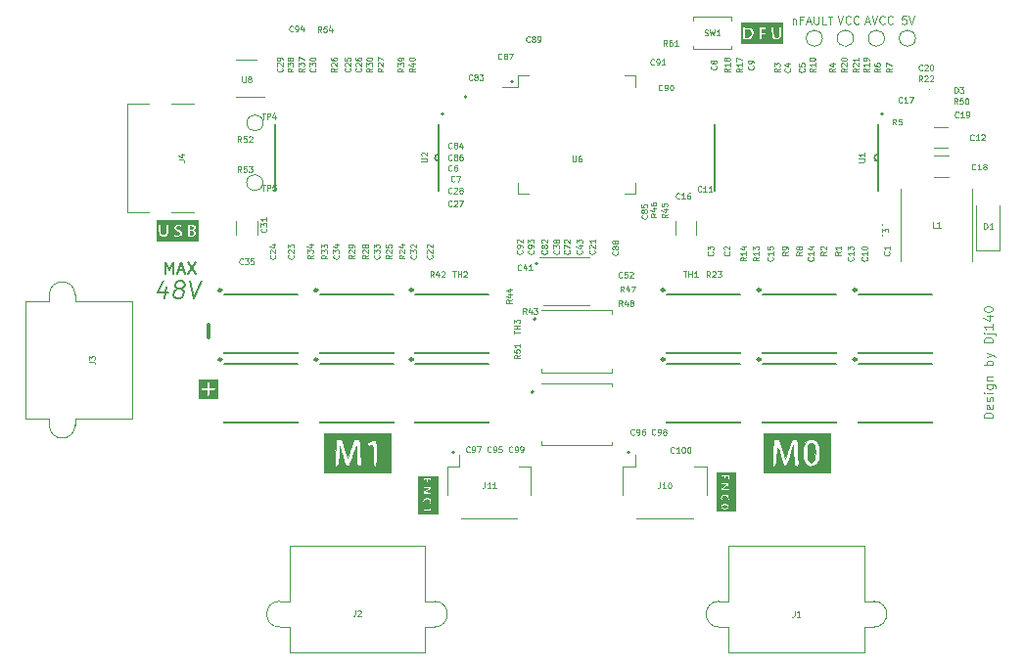
<source format=gbr>
%TF.GenerationSoftware,KiCad,Pcbnew,(5.1.5)-3*%
%TF.CreationDate,2021-04-30T11:05:50+08:00*%
%TF.ProjectId,bldc_motor_cntroller,626c6463-5f6d-46f7-946f-725f636e7472,rev?*%
%TF.SameCoordinates,PX57bcf00PY69db9c0*%
%TF.FileFunction,Legend,Top*%
%TF.FilePolarity,Positive*%
%FSLAX46Y46*%
G04 Gerber Fmt 4.6, Leading zero omitted, Abs format (unit mm)*
G04 Created by KiCad (PCBNEW (5.1.5)-3) date 2021-04-30 11:05:50*
%MOMM*%
%LPD*%
G04 APERTURE LIST*
%ADD10C,0.200000*%
%ADD11C,0.100000*%
%ADD12C,0.300000*%
%ADD13C,0.120000*%
%ADD14C,0.010000*%
%ADD15C,0.152400*%
%ADD16C,0.150000*%
%ADD17C,0.250000*%
%ADD18C,0.070000*%
%ADD19R,2.642000X3.042000*%
%ADD20R,0.642000X0.342000*%
%ADD21R,0.346800X1.312000*%
%ADD22R,6.392000X3.652000*%
%ADD23C,0.550000*%
%ADD24C,1.042000*%
%ADD25R,0.942000X1.892000*%
%ADD26R,0.692000X1.193000*%
%ADD27R,0.692000X1.392000*%
%ADD28R,1.042000X1.392000*%
%ADD29C,0.742000*%
%ADD30C,4.442000*%
%ADD31R,1.142000X1.142000*%
%ADD32R,5.942000X1.642000*%
%ADD33R,0.942000X1.742000*%
%ADD34C,3.542000*%
%ADD35R,3.542000X3.542000*%
%ADD36C,1.442000*%
%ADD37C,3.042000*%
%ADD38R,3.042000X3.042000*%
%ADD39R,1.492000X0.642000*%
%ADD40R,1.492000X0.342000*%
%ADD41O,2.142000X1.042000*%
%ADD42C,0.692000*%
%ADD43O,1.642000X1.042000*%
%ADD44R,1.842000X0.442000*%
%ADD45R,1.642000X0.442000*%
%ADD46R,1.102000X0.692000*%
%ADD47R,0.892000X0.542000*%
G04 APERTURE END LIST*
D10*
X52575000Y17500000D02*
G75*
G03X52575000Y17500000I-100000J0D01*
G01*
X37425000Y17525000D02*
G75*
G03X37425000Y17525000I-100000J0D01*
G01*
D11*
X66683333Y55030000D02*
X66683333Y54563334D01*
X66683333Y54963334D02*
X66716666Y54996667D01*
X66783333Y55030000D01*
X66883333Y55030000D01*
X66950000Y54996667D01*
X66983333Y54930000D01*
X66983333Y54563334D01*
X67550000Y54930000D02*
X67316666Y54930000D01*
X67316666Y54563334D02*
X67316666Y55263334D01*
X67650000Y55263334D01*
X67883333Y54763334D02*
X68216666Y54763334D01*
X67816666Y54563334D02*
X68050000Y55263334D01*
X68283333Y54563334D01*
X68516666Y55263334D02*
X68516666Y54696667D01*
X68550000Y54630000D01*
X68583333Y54596667D01*
X68650000Y54563334D01*
X68783333Y54563334D01*
X68850000Y54596667D01*
X68883333Y54630000D01*
X68916666Y54696667D01*
X68916666Y55263334D01*
X69583333Y54563334D02*
X69250000Y54563334D01*
X69250000Y55263334D01*
X69716666Y55263334D02*
X70116666Y55263334D01*
X69916666Y54563334D02*
X69916666Y55263334D01*
D10*
X12461904Y32972620D02*
X12461904Y33972620D01*
X12795238Y33258334D01*
X13128571Y33972620D01*
X13128571Y32972620D01*
X13557142Y33258334D02*
X14033333Y33258334D01*
X13461904Y32972620D02*
X13795238Y33972620D01*
X14128571Y32972620D01*
X14366666Y33972620D02*
X15033333Y32972620D01*
X15033333Y33972620D02*
X14366666Y32972620D01*
X12505625Y31821429D02*
X12380625Y30821429D01*
X12219910Y32392858D02*
X11728839Y31321429D01*
X12657410Y31321429D01*
X13487767Y31678572D02*
X13353839Y31750000D01*
X13291339Y31821429D01*
X13237767Y31964286D01*
X13246696Y32035715D01*
X13335982Y32178572D01*
X13416339Y32250000D01*
X13568125Y32321429D01*
X13853839Y32321429D01*
X13987767Y32250000D01*
X14050267Y32178572D01*
X14103839Y32035715D01*
X14094910Y31964286D01*
X14005625Y31821429D01*
X13925267Y31750000D01*
X13773482Y31678572D01*
X13487767Y31678572D01*
X13335982Y31607143D01*
X13255625Y31535715D01*
X13166339Y31392858D01*
X13130625Y31107143D01*
X13184196Y30964286D01*
X13246696Y30892858D01*
X13380625Y30821429D01*
X13666339Y30821429D01*
X13818125Y30892858D01*
X13898482Y30964286D01*
X13987767Y31107143D01*
X14023482Y31392858D01*
X13969910Y31535715D01*
X13907410Y31607143D01*
X13773482Y31678572D01*
X14568125Y32321429D02*
X14880625Y30821429D01*
X15568125Y32321429D01*
X44275000Y22725000D02*
G75*
G03X44275000Y22725000I-100000J0D01*
G01*
X44475000Y29025000D02*
G75*
G03X44475000Y29025000I-100000J0D01*
G01*
X44600000Y33850000D02*
G75*
G03X44600000Y33850000I-100000J0D01*
G01*
X42500000Y49600000D02*
G75*
G03X42500000Y49600000I-100000J0D01*
G01*
D12*
X16157142Y27428572D02*
X16157142Y28571429D01*
D13*
X83991904Y20500000D02*
X83191904Y20500000D01*
X83191904Y20690477D01*
X83230000Y20804762D01*
X83306190Y20880953D01*
X83382380Y20919048D01*
X83534761Y20957143D01*
X83649047Y20957143D01*
X83801428Y20919048D01*
X83877619Y20880953D01*
X83953809Y20804762D01*
X83991904Y20690477D01*
X83991904Y20500000D01*
X83953809Y21604762D02*
X83991904Y21528572D01*
X83991904Y21376191D01*
X83953809Y21300000D01*
X83877619Y21261905D01*
X83572857Y21261905D01*
X83496666Y21300000D01*
X83458571Y21376191D01*
X83458571Y21528572D01*
X83496666Y21604762D01*
X83572857Y21642858D01*
X83649047Y21642858D01*
X83725238Y21261905D01*
X83953809Y21947620D02*
X83991904Y22023810D01*
X83991904Y22176191D01*
X83953809Y22252381D01*
X83877619Y22290477D01*
X83839523Y22290477D01*
X83763333Y22252381D01*
X83725238Y22176191D01*
X83725238Y22061905D01*
X83687142Y21985715D01*
X83610952Y21947620D01*
X83572857Y21947620D01*
X83496666Y21985715D01*
X83458571Y22061905D01*
X83458571Y22176191D01*
X83496666Y22252381D01*
X83991904Y22633334D02*
X83458571Y22633334D01*
X83191904Y22633334D02*
X83230000Y22595239D01*
X83268095Y22633334D01*
X83230000Y22671429D01*
X83191904Y22633334D01*
X83268095Y22633334D01*
X83458571Y23357143D02*
X84106190Y23357143D01*
X84182380Y23319048D01*
X84220476Y23280953D01*
X84258571Y23204762D01*
X84258571Y23090477D01*
X84220476Y23014286D01*
X83953809Y23357143D02*
X83991904Y23280953D01*
X83991904Y23128572D01*
X83953809Y23052381D01*
X83915714Y23014286D01*
X83839523Y22976191D01*
X83610952Y22976191D01*
X83534761Y23014286D01*
X83496666Y23052381D01*
X83458571Y23128572D01*
X83458571Y23280953D01*
X83496666Y23357143D01*
X83458571Y23738096D02*
X83991904Y23738096D01*
X83534761Y23738096D02*
X83496666Y23776191D01*
X83458571Y23852381D01*
X83458571Y23966667D01*
X83496666Y24042858D01*
X83572857Y24080953D01*
X83991904Y24080953D01*
X83991904Y25071429D02*
X83191904Y25071429D01*
X83496666Y25071429D02*
X83458571Y25147620D01*
X83458571Y25300000D01*
X83496666Y25376191D01*
X83534761Y25414286D01*
X83610952Y25452381D01*
X83839523Y25452381D01*
X83915714Y25414286D01*
X83953809Y25376191D01*
X83991904Y25300000D01*
X83991904Y25147620D01*
X83953809Y25071429D01*
X83458571Y25719048D02*
X83991904Y25909524D01*
X83458571Y26100000D02*
X83991904Y25909524D01*
X84182380Y25833334D01*
X84220476Y25795239D01*
X84258571Y25719048D01*
X83991904Y27014286D02*
X83191904Y27014286D01*
X83191904Y27204762D01*
X83230000Y27319048D01*
X83306190Y27395239D01*
X83382380Y27433334D01*
X83534761Y27471429D01*
X83649047Y27471429D01*
X83801428Y27433334D01*
X83877619Y27395239D01*
X83953809Y27319048D01*
X83991904Y27204762D01*
X83991904Y27014286D01*
X83458571Y27814286D02*
X84144285Y27814286D01*
X84220476Y27776191D01*
X84258571Y27700000D01*
X84258571Y27661905D01*
X83191904Y27814286D02*
X83230000Y27776191D01*
X83268095Y27814286D01*
X83230000Y27852381D01*
X83191904Y27814286D01*
X83268095Y27814286D01*
X83991904Y28614286D02*
X83991904Y28157143D01*
X83991904Y28385715D02*
X83191904Y28385715D01*
X83306190Y28309524D01*
X83382380Y28233334D01*
X83420476Y28157143D01*
X83458571Y29300000D02*
X83991904Y29300000D01*
X83153809Y29109524D02*
X83725238Y28919048D01*
X83725238Y29414286D01*
X83191904Y29871429D02*
X83191904Y29947620D01*
X83230000Y30023810D01*
X83268095Y30061905D01*
X83344285Y30100000D01*
X83496666Y30138096D01*
X83687142Y30138096D01*
X83839523Y30100000D01*
X83915714Y30061905D01*
X83953809Y30023810D01*
X83991904Y29947620D01*
X83991904Y29871429D01*
X83953809Y29795239D01*
X83915714Y29757143D01*
X83839523Y29719048D01*
X83687142Y29680953D01*
X83496666Y29680953D01*
X83344285Y29719048D01*
X83268095Y29757143D01*
X83230000Y29795239D01*
X83191904Y29871429D01*
D11*
X76491666Y55283334D02*
X76158333Y55283334D01*
X76125000Y54950000D01*
X76158333Y54983334D01*
X76225000Y55016667D01*
X76391666Y55016667D01*
X76458333Y54983334D01*
X76491666Y54950000D01*
X76525000Y54883334D01*
X76525000Y54716667D01*
X76491666Y54650000D01*
X76458333Y54616667D01*
X76391666Y54583334D01*
X76225000Y54583334D01*
X76158333Y54616667D01*
X76125000Y54650000D01*
X76725000Y55283334D02*
X76958333Y54583334D01*
X77191666Y55283334D01*
X72983333Y54783334D02*
X73316666Y54783334D01*
X72916666Y54583334D02*
X73150000Y55283334D01*
X73383333Y54583334D01*
X73516666Y55283334D02*
X73750000Y54583334D01*
X73983333Y55283334D01*
X74616666Y54650000D02*
X74583333Y54616667D01*
X74483333Y54583334D01*
X74416666Y54583334D01*
X74316666Y54616667D01*
X74250000Y54683334D01*
X74216666Y54750000D01*
X74183333Y54883334D01*
X74183333Y54983334D01*
X74216666Y55116667D01*
X74250000Y55183334D01*
X74316666Y55250000D01*
X74416666Y55283334D01*
X74483333Y55283334D01*
X74583333Y55250000D01*
X74616666Y55216667D01*
X75316666Y54650000D02*
X75283333Y54616667D01*
X75183333Y54583334D01*
X75116666Y54583334D01*
X75016666Y54616667D01*
X74950000Y54683334D01*
X74916666Y54750000D01*
X74883333Y54883334D01*
X74883333Y54983334D01*
X74916666Y55116667D01*
X74950000Y55183334D01*
X75016666Y55250000D01*
X75116666Y55283334D01*
X75183333Y55283334D01*
X75283333Y55250000D01*
X75316666Y55216667D01*
X70566666Y55283334D02*
X70800000Y54583334D01*
X71033333Y55283334D01*
X71666666Y54650000D02*
X71633333Y54616667D01*
X71533333Y54583334D01*
X71466666Y54583334D01*
X71366666Y54616667D01*
X71300000Y54683334D01*
X71266666Y54750000D01*
X71233333Y54883334D01*
X71233333Y54983334D01*
X71266666Y55116667D01*
X71300000Y55183334D01*
X71366666Y55250000D01*
X71466666Y55283334D01*
X71533333Y55283334D01*
X71633333Y55250000D01*
X71666666Y55216667D01*
X72366666Y54650000D02*
X72333333Y54616667D01*
X72233333Y54583334D01*
X72166666Y54583334D01*
X72066666Y54616667D01*
X72000000Y54683334D01*
X71966666Y54750000D01*
X71933333Y54883334D01*
X71933333Y54983334D01*
X71966666Y55116667D01*
X72000000Y55183334D01*
X72066666Y55250000D01*
X72166666Y55283334D01*
X72233333Y55283334D01*
X72333333Y55250000D01*
X72366666Y55216667D01*
D13*
%TO.C,U3*%
X45100000Y30240000D02*
X49100000Y30240000D01*
X44800000Y34360000D02*
X49100000Y34360000D01*
D14*
%TO.C,G\002A\002A\002A*%
G36*
X16912800Y22187200D02*
G01*
X15287200Y22187200D01*
X15287200Y23025400D01*
X15439600Y23025400D01*
X15447835Y22950027D01*
X15489862Y22912425D01*
X15591663Y22899604D01*
X15693600Y22898400D01*
X15947600Y22898400D01*
X15947600Y22644400D01*
X15951717Y22493654D01*
X15972731Y22418450D01*
X16023631Y22392807D01*
X16074600Y22390400D01*
X16149973Y22398636D01*
X16187575Y22440663D01*
X16200396Y22542464D01*
X16201600Y22644400D01*
X16201600Y22898400D01*
X16455600Y22898400D01*
X16606346Y22902518D01*
X16681550Y22923532D01*
X16707193Y22974432D01*
X16709600Y23025400D01*
X16701364Y23100774D01*
X16659337Y23138376D01*
X16557536Y23151197D01*
X16455600Y23152400D01*
X16201600Y23152400D01*
X16201600Y23406400D01*
X16197482Y23557147D01*
X16176468Y23632351D01*
X16125568Y23657994D01*
X16074600Y23660400D01*
X15999226Y23652165D01*
X15961624Y23610138D01*
X15948803Y23508337D01*
X15947600Y23406400D01*
X15947600Y23152400D01*
X15693600Y23152400D01*
X15542853Y23148283D01*
X15467649Y23127269D01*
X15442006Y23076369D01*
X15439600Y23025400D01*
X15287200Y23025400D01*
X15287200Y23812800D01*
X16912800Y23812800D01*
X16912800Y22187200D01*
G37*
X16912800Y22187200D02*
X15287200Y22187200D01*
X15287200Y23025400D01*
X15439600Y23025400D01*
X15447835Y22950027D01*
X15489862Y22912425D01*
X15591663Y22899604D01*
X15693600Y22898400D01*
X15947600Y22898400D01*
X15947600Y22644400D01*
X15951717Y22493654D01*
X15972731Y22418450D01*
X16023631Y22392807D01*
X16074600Y22390400D01*
X16149973Y22398636D01*
X16187575Y22440663D01*
X16200396Y22542464D01*
X16201600Y22644400D01*
X16201600Y22898400D01*
X16455600Y22898400D01*
X16606346Y22902518D01*
X16681550Y22923532D01*
X16707193Y22974432D01*
X16709600Y23025400D01*
X16701364Y23100774D01*
X16659337Y23138376D01*
X16557536Y23151197D01*
X16455600Y23152400D01*
X16201600Y23152400D01*
X16201600Y23406400D01*
X16197482Y23557147D01*
X16176468Y23632351D01*
X16125568Y23657994D01*
X16074600Y23660400D01*
X15999226Y23652165D01*
X15961624Y23610138D01*
X15948803Y23508337D01*
X15947600Y23406400D01*
X15947600Y23152400D01*
X15693600Y23152400D01*
X15542853Y23148283D01*
X15467649Y23127269D01*
X15442006Y23076369D01*
X15439600Y23025400D01*
X15287200Y23025400D01*
X15287200Y23812800D01*
X16912800Y23812800D01*
X16912800Y22187200D01*
G36*
X34312200Y12174400D02*
G01*
X34312200Y15425600D01*
X35404400Y15425600D01*
X35404400Y15324000D01*
X34667800Y15324000D01*
X34667800Y15095400D01*
X34668306Y14987185D01*
X34671633Y14919995D01*
X34680497Y14884052D01*
X34697614Y14869583D01*
X34725699Y14866812D01*
X34731300Y14866800D01*
X34767668Y14870427D01*
X34786605Y14889593D01*
X34793760Y14936732D01*
X34794800Y15006500D01*
X34796080Y15086365D01*
X34804465Y15127934D01*
X34826777Y15143711D01*
X34869835Y15146200D01*
X34871000Y15146200D01*
X34917857Y15142887D01*
X34940050Y15123756D01*
X34946770Y15075021D01*
X34947200Y15031900D01*
X34949409Y14961616D01*
X34962163Y14928326D01*
X34994653Y14918247D01*
X35023400Y14917600D01*
X35070257Y14920914D01*
X35092450Y14940045D01*
X35099170Y14988780D01*
X35099600Y15031900D01*
X35101809Y15102185D01*
X35114563Y15135475D01*
X35147053Y15145554D01*
X35175800Y15146200D01*
X35220909Y15143426D01*
X35243403Y15126366D01*
X35251145Y15081916D01*
X35252000Y15019200D01*
X35253665Y14944020D01*
X35263901Y14906530D01*
X35290571Y14893627D01*
X35328200Y14892200D01*
X35404400Y14892200D01*
X35404400Y14587400D01*
X34667800Y14587400D01*
X34667800Y14436907D01*
X34902750Y14429604D01*
X35137700Y14422300D01*
X34902750Y14272949D01*
X34799826Y14206807D01*
X34732430Y14159718D01*
X34693046Y14123761D01*
X34674156Y14091013D01*
X34668245Y14053550D01*
X34667800Y14025299D01*
X34667800Y13927000D01*
X35070108Y13927000D01*
X35070108Y13637659D01*
X34930919Y13635009D01*
X34813245Y13590617D01*
X34722104Y13510788D01*
X34662518Y13401829D01*
X34639508Y13270045D01*
X34658092Y13121741D01*
X34658410Y13120550D01*
X34681447Y13079618D01*
X34731035Y13064382D01*
X34759663Y13063400D01*
X34817279Y13065714D01*
X34845129Y13071377D01*
X34845600Y13072310D01*
X34838104Y13099853D01*
X34819817Y13155151D01*
X34817443Y13161993D01*
X34802324Y13244397D01*
X34820927Y13319154D01*
X34868100Y13394161D01*
X34938581Y13433660D01*
X35035585Y13444400D01*
X35131829Y13422434D01*
X35204247Y13364305D01*
X35246162Y13281669D01*
X35250897Y13186180D01*
X35225707Y13112531D01*
X35213931Y13081303D01*
X35226209Y13070713D01*
X35226209Y12758600D01*
X35226008Y12758600D01*
X35168337Y12749589D01*
X35152696Y12717993D01*
X35175818Y12656973D01*
X35176694Y12655331D01*
X35185755Y12633516D01*
X35179531Y12619345D01*
X35149951Y12611172D01*
X35088943Y12607355D01*
X34988434Y12606251D01*
X34935394Y12606200D01*
X34667800Y12606200D01*
X34667800Y12428400D01*
X35036100Y12428400D01*
X35179509Y12428609D01*
X35279819Y12430054D01*
X35344734Y12433963D01*
X35381956Y12441565D01*
X35399187Y12454087D01*
X35404130Y12472758D01*
X35404400Y12487130D01*
X35393483Y12545813D01*
X35366069Y12623263D01*
X35353008Y12652230D01*
X35315034Y12719562D01*
X35277699Y12750888D01*
X35226209Y12758600D01*
X35226209Y13070713D01*
X35230342Y13067147D01*
X35285177Y13063462D01*
X35301907Y13063400D01*
X35404400Y13063400D01*
X35404306Y13222150D01*
X35387204Y13377252D01*
X35335353Y13495676D01*
X35247618Y13578831D01*
X35122869Y13628125D01*
X35070108Y13637659D01*
X35070108Y13927000D01*
X35404400Y13927000D01*
X35404400Y14102823D01*
X35182214Y14110162D01*
X34960028Y14117500D01*
X35180969Y14257200D01*
X35280500Y14321065D01*
X35344604Y14366617D01*
X35381127Y14402153D01*
X35397915Y14435969D01*
X35402815Y14476363D01*
X35403155Y14492150D01*
X35404400Y14587400D01*
X35404400Y14892200D01*
X35404400Y15324000D01*
X35404400Y15425600D01*
X35937800Y15425600D01*
X35937800Y12174400D01*
X34312200Y12174400D01*
G37*
X34312200Y12174400D02*
X34312200Y15425600D01*
X35404400Y15425600D01*
X35404400Y15324000D01*
X34667800Y15324000D01*
X34667800Y15095400D01*
X34668306Y14987185D01*
X34671633Y14919995D01*
X34680497Y14884052D01*
X34697614Y14869583D01*
X34725699Y14866812D01*
X34731300Y14866800D01*
X34767668Y14870427D01*
X34786605Y14889593D01*
X34793760Y14936732D01*
X34794800Y15006500D01*
X34796080Y15086365D01*
X34804465Y15127934D01*
X34826777Y15143711D01*
X34869835Y15146200D01*
X34871000Y15146200D01*
X34917857Y15142887D01*
X34940050Y15123756D01*
X34946770Y15075021D01*
X34947200Y15031900D01*
X34949409Y14961616D01*
X34962163Y14928326D01*
X34994653Y14918247D01*
X35023400Y14917600D01*
X35070257Y14920914D01*
X35092450Y14940045D01*
X35099170Y14988780D01*
X35099600Y15031900D01*
X35101809Y15102185D01*
X35114563Y15135475D01*
X35147053Y15145554D01*
X35175800Y15146200D01*
X35220909Y15143426D01*
X35243403Y15126366D01*
X35251145Y15081916D01*
X35252000Y15019200D01*
X35253665Y14944020D01*
X35263901Y14906530D01*
X35290571Y14893627D01*
X35328200Y14892200D01*
X35404400Y14892200D01*
X35404400Y14587400D01*
X34667800Y14587400D01*
X34667800Y14436907D01*
X34902750Y14429604D01*
X35137700Y14422300D01*
X34902750Y14272949D01*
X34799826Y14206807D01*
X34732430Y14159718D01*
X34693046Y14123761D01*
X34674156Y14091013D01*
X34668245Y14053550D01*
X34667800Y14025299D01*
X34667800Y13927000D01*
X35070108Y13927000D01*
X35070108Y13637659D01*
X34930919Y13635009D01*
X34813245Y13590617D01*
X34722104Y13510788D01*
X34662518Y13401829D01*
X34639508Y13270045D01*
X34658092Y13121741D01*
X34658410Y13120550D01*
X34681447Y13079618D01*
X34731035Y13064382D01*
X34759663Y13063400D01*
X34817279Y13065714D01*
X34845129Y13071377D01*
X34845600Y13072310D01*
X34838104Y13099853D01*
X34819817Y13155151D01*
X34817443Y13161993D01*
X34802324Y13244397D01*
X34820927Y13319154D01*
X34868100Y13394161D01*
X34938581Y13433660D01*
X35035585Y13444400D01*
X35131829Y13422434D01*
X35204247Y13364305D01*
X35246162Y13281669D01*
X35250897Y13186180D01*
X35225707Y13112531D01*
X35213931Y13081303D01*
X35226209Y13070713D01*
X35226209Y12758600D01*
X35226008Y12758600D01*
X35168337Y12749589D01*
X35152696Y12717993D01*
X35175818Y12656973D01*
X35176694Y12655331D01*
X35185755Y12633516D01*
X35179531Y12619345D01*
X35149951Y12611172D01*
X35088943Y12607355D01*
X34988434Y12606251D01*
X34935394Y12606200D01*
X34667800Y12606200D01*
X34667800Y12428400D01*
X35036100Y12428400D01*
X35179509Y12428609D01*
X35279819Y12430054D01*
X35344734Y12433963D01*
X35381956Y12441565D01*
X35399187Y12454087D01*
X35404130Y12472758D01*
X35404400Y12487130D01*
X35393483Y12545813D01*
X35366069Y12623263D01*
X35353008Y12652230D01*
X35315034Y12719562D01*
X35277699Y12750888D01*
X35226209Y12758600D01*
X35226209Y13070713D01*
X35230342Y13067147D01*
X35285177Y13063462D01*
X35301907Y13063400D01*
X35404400Y13063400D01*
X35404306Y13222150D01*
X35387204Y13377252D01*
X35335353Y13495676D01*
X35247618Y13578831D01*
X35122869Y13628125D01*
X35070108Y13637659D01*
X35070108Y13927000D01*
X35404400Y13927000D01*
X35404400Y14102823D01*
X35182214Y14110162D01*
X34960028Y14117500D01*
X35180969Y14257200D01*
X35280500Y14321065D01*
X35344604Y14366617D01*
X35381127Y14402153D01*
X35397915Y14435969D01*
X35402815Y14476363D01*
X35403155Y14492150D01*
X35404400Y14587400D01*
X35404400Y14892200D01*
X35404400Y15324000D01*
X35404400Y15425600D01*
X35937800Y15425600D01*
X35937800Y12174400D01*
X34312200Y12174400D01*
G36*
X61000494Y12802381D02*
G01*
X60940528Y12775593D01*
X60832396Y12759825D01*
X60816688Y12758726D01*
X60689464Y12759372D01*
X60599742Y12778839D01*
X60551805Y12815802D01*
X60544800Y12842700D01*
X60564915Y12882722D01*
X60593931Y12905307D01*
X60665412Y12926095D01*
X60760431Y12932392D01*
X60858799Y12925163D01*
X60940323Y12905375D01*
X60973640Y12887150D01*
X61011722Y12839723D01*
X61000494Y12802381D01*
G37*
X61000494Y12802381D02*
X60940528Y12775593D01*
X60832396Y12759825D01*
X60816688Y12758726D01*
X60689464Y12759372D01*
X60599742Y12778839D01*
X60551805Y12815802D01*
X60544800Y12842700D01*
X60564915Y12882722D01*
X60593931Y12905307D01*
X60665412Y12926095D01*
X60760431Y12932392D01*
X60858799Y12925163D01*
X60940323Y12905375D01*
X60973640Y12887150D01*
X61011722Y12839723D01*
X61000494Y12802381D01*
G36*
X60062200Y12474400D02*
G01*
X60062200Y15725600D01*
X61154400Y15725600D01*
X61154400Y15624000D01*
X60417800Y15624000D01*
X60417800Y15395400D01*
X60418306Y15287185D01*
X60421633Y15219995D01*
X60430497Y15184052D01*
X60447614Y15169583D01*
X60475699Y15166812D01*
X60481300Y15166800D01*
X60517668Y15170427D01*
X60536605Y15189593D01*
X60543760Y15236732D01*
X60544800Y15306500D01*
X60546080Y15386365D01*
X60554465Y15427934D01*
X60576777Y15443711D01*
X60619835Y15446200D01*
X60621000Y15446200D01*
X60667857Y15442887D01*
X60690050Y15423756D01*
X60696770Y15375021D01*
X60697200Y15331900D01*
X60699409Y15261616D01*
X60712163Y15228326D01*
X60744653Y15218247D01*
X60773400Y15217600D01*
X60820257Y15220914D01*
X60842450Y15240045D01*
X60849170Y15288780D01*
X60849600Y15331900D01*
X60851809Y15402185D01*
X60864563Y15435475D01*
X60897053Y15445554D01*
X60925800Y15446200D01*
X60970909Y15443426D01*
X60993403Y15426366D01*
X61001145Y15381916D01*
X61002000Y15319200D01*
X61003665Y15244020D01*
X61013901Y15206530D01*
X61040571Y15193627D01*
X61078200Y15192200D01*
X61154400Y15192200D01*
X61154400Y14887400D01*
X60417800Y14887400D01*
X60417800Y14736907D01*
X60652750Y14729604D01*
X60887700Y14722300D01*
X60652750Y14572949D01*
X60549826Y14506807D01*
X60482430Y14459718D01*
X60443046Y14423761D01*
X60424156Y14391013D01*
X60418245Y14353550D01*
X60417800Y14325299D01*
X60417800Y14227000D01*
X60820108Y14227000D01*
X60820108Y13937659D01*
X60680919Y13935009D01*
X60563245Y13890617D01*
X60472104Y13810788D01*
X60412518Y13701829D01*
X60389508Y13570045D01*
X60408092Y13421741D01*
X60408410Y13420550D01*
X60431447Y13379618D01*
X60481035Y13364382D01*
X60509663Y13363400D01*
X60567279Y13365714D01*
X60595129Y13371377D01*
X60595600Y13372310D01*
X60588104Y13399853D01*
X60569817Y13455151D01*
X60567443Y13461993D01*
X60552324Y13544397D01*
X60570927Y13619154D01*
X60618100Y13694161D01*
X60688581Y13733660D01*
X60712986Y13736362D01*
X60712986Y13106778D01*
X60597817Y13090663D01*
X60501194Y13056660D01*
X60435112Y13004961D01*
X60419009Y12977179D01*
X60393336Y12856163D01*
X60417069Y12745762D01*
X60466517Y12671651D01*
X60502548Y12633208D01*
X60535606Y12608969D01*
X60578149Y12595659D01*
X60642635Y12590002D01*
X60741521Y12588721D01*
X60781971Y12588700D01*
X60896825Y12589814D01*
X60973331Y12594817D01*
X61023921Y12606204D01*
X61061027Y12626470D01*
X61088854Y12650278D01*
X61132944Y12704533D01*
X61151366Y12770502D01*
X61153593Y12828078D01*
X61145975Y12908849D01*
X61127807Y12973392D01*
X61119240Y12988481D01*
X61049828Y13045856D01*
X60950986Y13084568D01*
X60834707Y13104811D01*
X60712986Y13106778D01*
X60712986Y13736362D01*
X60785585Y13744400D01*
X60881829Y13722434D01*
X60954247Y13664305D01*
X60996162Y13581669D01*
X61000897Y13486180D01*
X60975707Y13412531D01*
X60963931Y13381303D01*
X60980342Y13367147D01*
X61035177Y13363462D01*
X61051907Y13363400D01*
X61154400Y13363400D01*
X61154306Y13522150D01*
X61137204Y13677252D01*
X61085353Y13795676D01*
X60997618Y13878831D01*
X60872869Y13928125D01*
X60820108Y13937659D01*
X60820108Y14227000D01*
X61154400Y14227000D01*
X61154400Y14402823D01*
X60932214Y14410162D01*
X60710028Y14417500D01*
X60930969Y14557200D01*
X61030500Y14621065D01*
X61094604Y14666617D01*
X61131127Y14702153D01*
X61147915Y14735969D01*
X61152815Y14776363D01*
X61153155Y14792150D01*
X61154400Y14887400D01*
X61154400Y15192200D01*
X61154400Y15624000D01*
X61154400Y15725600D01*
X61687800Y15725600D01*
X61687800Y12474400D01*
X60062200Y12474400D01*
G37*
X60062200Y12474400D02*
X60062200Y15725600D01*
X61154400Y15725600D01*
X61154400Y15624000D01*
X60417800Y15624000D01*
X60417800Y15395400D01*
X60418306Y15287185D01*
X60421633Y15219995D01*
X60430497Y15184052D01*
X60447614Y15169583D01*
X60475699Y15166812D01*
X60481300Y15166800D01*
X60517668Y15170427D01*
X60536605Y15189593D01*
X60543760Y15236732D01*
X60544800Y15306500D01*
X60546080Y15386365D01*
X60554465Y15427934D01*
X60576777Y15443711D01*
X60619835Y15446200D01*
X60621000Y15446200D01*
X60667857Y15442887D01*
X60690050Y15423756D01*
X60696770Y15375021D01*
X60697200Y15331900D01*
X60699409Y15261616D01*
X60712163Y15228326D01*
X60744653Y15218247D01*
X60773400Y15217600D01*
X60820257Y15220914D01*
X60842450Y15240045D01*
X60849170Y15288780D01*
X60849600Y15331900D01*
X60851809Y15402185D01*
X60864563Y15435475D01*
X60897053Y15445554D01*
X60925800Y15446200D01*
X60970909Y15443426D01*
X60993403Y15426366D01*
X61001145Y15381916D01*
X61002000Y15319200D01*
X61003665Y15244020D01*
X61013901Y15206530D01*
X61040571Y15193627D01*
X61078200Y15192200D01*
X61154400Y15192200D01*
X61154400Y14887400D01*
X60417800Y14887400D01*
X60417800Y14736907D01*
X60652750Y14729604D01*
X60887700Y14722300D01*
X60652750Y14572949D01*
X60549826Y14506807D01*
X60482430Y14459718D01*
X60443046Y14423761D01*
X60424156Y14391013D01*
X60418245Y14353550D01*
X60417800Y14325299D01*
X60417800Y14227000D01*
X60820108Y14227000D01*
X60820108Y13937659D01*
X60680919Y13935009D01*
X60563245Y13890617D01*
X60472104Y13810788D01*
X60412518Y13701829D01*
X60389508Y13570045D01*
X60408092Y13421741D01*
X60408410Y13420550D01*
X60431447Y13379618D01*
X60481035Y13364382D01*
X60509663Y13363400D01*
X60567279Y13365714D01*
X60595129Y13371377D01*
X60595600Y13372310D01*
X60588104Y13399853D01*
X60569817Y13455151D01*
X60567443Y13461993D01*
X60552324Y13544397D01*
X60570927Y13619154D01*
X60618100Y13694161D01*
X60688581Y13733660D01*
X60712986Y13736362D01*
X60712986Y13106778D01*
X60597817Y13090663D01*
X60501194Y13056660D01*
X60435112Y13004961D01*
X60419009Y12977179D01*
X60393336Y12856163D01*
X60417069Y12745762D01*
X60466517Y12671651D01*
X60502548Y12633208D01*
X60535606Y12608969D01*
X60578149Y12595659D01*
X60642635Y12590002D01*
X60741521Y12588721D01*
X60781971Y12588700D01*
X60896825Y12589814D01*
X60973331Y12594817D01*
X61023921Y12606204D01*
X61061027Y12626470D01*
X61088854Y12650278D01*
X61132944Y12704533D01*
X61151366Y12770502D01*
X61153593Y12828078D01*
X61145975Y12908849D01*
X61127807Y12973392D01*
X61119240Y12988481D01*
X61049828Y13045856D01*
X60950986Y13084568D01*
X60834707Y13104811D01*
X60712986Y13106778D01*
X60712986Y13736362D01*
X60785585Y13744400D01*
X60881829Y13722434D01*
X60954247Y13664305D01*
X60996162Y13581669D01*
X61000897Y13486180D01*
X60975707Y13412531D01*
X60963931Y13381303D01*
X60980342Y13367147D01*
X61035177Y13363462D01*
X61051907Y13363400D01*
X61154400Y13363400D01*
X61154306Y13522150D01*
X61137204Y13677252D01*
X61085353Y13795676D01*
X60997618Y13878831D01*
X60872869Y13928125D01*
X60820108Y13937659D01*
X60820108Y14227000D01*
X61154400Y14227000D01*
X61154400Y14402823D01*
X60932214Y14410162D01*
X60710028Y14417500D01*
X60930969Y14557200D01*
X61030500Y14621065D01*
X61094604Y14666617D01*
X61131127Y14702153D01*
X61147915Y14735969D01*
X61152815Y14776363D01*
X61153155Y14792150D01*
X61154400Y14887400D01*
X61154400Y15192200D01*
X61154400Y15624000D01*
X61154400Y15725600D01*
X61687800Y15725600D01*
X61687800Y12474400D01*
X60062200Y12474400D01*
G36*
X14642011Y37080676D02*
G01*
X14743359Y37046372D01*
X14791648Y36994101D01*
X14787624Y36922951D01*
X14782054Y36909487D01*
X14745286Y36858281D01*
X14685153Y36839213D01*
X14650049Y36837889D01*
X14589573Y36840418D01*
X14560535Y36858108D01*
X14551399Y36906111D01*
X14550666Y36968417D01*
X14550666Y37098945D01*
X14642011Y37080676D01*
G37*
X14642011Y37080676D02*
X14743359Y37046372D01*
X14791648Y36994101D01*
X14787624Y36922951D01*
X14782054Y36909487D01*
X14745286Y36858281D01*
X14685153Y36839213D01*
X14650049Y36837889D01*
X14589573Y36840418D01*
X14560535Y36858108D01*
X14551399Y36906111D01*
X14550666Y36968417D01*
X14550666Y37098945D01*
X14642011Y37080676D01*
G36*
X14760864Y36625348D02*
G01*
X14818042Y36579233D01*
X14832456Y36514745D01*
X14816869Y36437786D01*
X14765270Y36391171D01*
X14668274Y36366454D01*
X14667623Y36366367D01*
X14550666Y36350680D01*
X14550666Y36640334D01*
X14657911Y36640334D01*
X14760864Y36625348D01*
G37*
X14760864Y36625348D02*
X14818042Y36579233D01*
X14832456Y36514745D01*
X14816869Y36437786D01*
X14765270Y36391171D01*
X14668274Y36366454D01*
X14667623Y36366367D01*
X14550666Y36350680D01*
X14550666Y36640334D01*
X14657911Y36640334D01*
X14760864Y36625348D01*
G36*
X15256222Y35821889D02*
G01*
X11643778Y35821889D01*
X11643778Y37261223D01*
X11784889Y37261223D01*
X11784889Y36863321D01*
X11787538Y36667047D01*
X11797336Y36518420D01*
X11817063Y36408811D01*
X11849494Y36329591D01*
X11897408Y36272132D01*
X11963583Y36227805D01*
X11994414Y36212460D01*
X12120891Y36175307D01*
X12260622Y36168583D01*
X12391982Y36191268D01*
X12484559Y36235537D01*
X12549647Y36291702D01*
X12596823Y36356813D01*
X12628752Y36440567D01*
X12632954Y36464916D01*
X13111333Y36464916D01*
X13111333Y36341765D01*
X13114997Y36263547D01*
X13133844Y36222447D01*
X13179660Y36199240D01*
X13203055Y36192130D01*
X13368137Y36165916D01*
X13535617Y36176262D01*
X13666445Y36215221D01*
X13770927Y36278936D01*
X13827641Y36359051D01*
X13845103Y36467737D01*
X13845111Y36470547D01*
X13828981Y36581336D01*
X13775855Y36672480D01*
X13678624Y36753016D01*
X13579329Y36808509D01*
X13456450Y36880369D01*
X13386256Y36946977D01*
X13369864Y37006926D01*
X13391436Y37044614D01*
X13442449Y37065626D01*
X13528575Y37074916D01*
X13629622Y37072047D01*
X13725398Y37056579D01*
X13741192Y37052221D01*
X13792386Y37039914D01*
X13813163Y37053510D01*
X13814191Y37105825D01*
X13811748Y37136999D01*
X13802480Y37204406D01*
X13778493Y37240284D01*
X13723589Y37260579D01*
X13720517Y37261223D01*
X14296666Y37261223D01*
X14296666Y36188778D01*
X14566179Y36188778D01*
X14736391Y36194003D01*
X14855634Y36210040D01*
X14917244Y36230950D01*
X15021667Y36311724D01*
X15077700Y36419036D01*
X15086889Y36493246D01*
X15068352Y36613354D01*
X15009701Y36698036D01*
X14956617Y36733657D01*
X14884209Y36771596D01*
X14954874Y36817897D01*
X15021132Y36892417D01*
X15048504Y36993393D01*
X15031930Y37102093D01*
X15031789Y37102463D01*
X14984401Y37171779D01*
X14899825Y37220109D01*
X14772747Y37249208D01*
X14597850Y37260835D01*
X14551573Y37261223D01*
X14296666Y37261223D01*
X13720517Y37261223D01*
X13676119Y37270528D01*
X13525882Y37281077D01*
X13380165Y37257895D01*
X13255939Y37205324D01*
X13182881Y37144367D01*
X13121297Y37036259D01*
X13114401Y36926827D01*
X13160640Y36819496D01*
X13258457Y36717694D01*
X13406299Y36624848D01*
X13422185Y36616961D01*
X13529547Y36553275D01*
X13582315Y36492239D01*
X13582102Y36431334D01*
X13561763Y36399089D01*
X13502746Y36367308D01*
X13411404Y36360283D01*
X13305815Y36377366D01*
X13216078Y36411514D01*
X13111333Y36464916D01*
X12632954Y36464916D01*
X12648099Y36552661D01*
X12657526Y36702794D01*
X12659734Y36873167D01*
X12659778Y37261223D01*
X12434000Y37261223D01*
X12434000Y36943536D01*
X12428953Y36734785D01*
X12413505Y36578886D01*
X12387191Y36473130D01*
X12349549Y36414808D01*
X12342793Y36409917D01*
X12281289Y36391863D01*
X12197703Y36388410D01*
X12123880Y36399748D01*
X12104154Y36408507D01*
X12064890Y36453443D01*
X12037056Y36534429D01*
X12019616Y36657192D01*
X12011530Y36827462D01*
X12010666Y36924393D01*
X12010666Y37261223D01*
X11784889Y37261223D01*
X11643778Y37261223D01*
X11643778Y37628111D01*
X15256222Y37628111D01*
X15256222Y35821889D01*
G37*
X15256222Y35821889D02*
X11643778Y35821889D01*
X11643778Y37261223D01*
X11784889Y37261223D01*
X11784889Y36863321D01*
X11787538Y36667047D01*
X11797336Y36518420D01*
X11817063Y36408811D01*
X11849494Y36329591D01*
X11897408Y36272132D01*
X11963583Y36227805D01*
X11994414Y36212460D01*
X12120891Y36175307D01*
X12260622Y36168583D01*
X12391982Y36191268D01*
X12484559Y36235537D01*
X12549647Y36291702D01*
X12596823Y36356813D01*
X12628752Y36440567D01*
X12632954Y36464916D01*
X13111333Y36464916D01*
X13111333Y36341765D01*
X13114997Y36263547D01*
X13133844Y36222447D01*
X13179660Y36199240D01*
X13203055Y36192130D01*
X13368137Y36165916D01*
X13535617Y36176262D01*
X13666445Y36215221D01*
X13770927Y36278936D01*
X13827641Y36359051D01*
X13845103Y36467737D01*
X13845111Y36470547D01*
X13828981Y36581336D01*
X13775855Y36672480D01*
X13678624Y36753016D01*
X13579329Y36808509D01*
X13456450Y36880369D01*
X13386256Y36946977D01*
X13369864Y37006926D01*
X13391436Y37044614D01*
X13442449Y37065626D01*
X13528575Y37074916D01*
X13629622Y37072047D01*
X13725398Y37056579D01*
X13741192Y37052221D01*
X13792386Y37039914D01*
X13813163Y37053510D01*
X13814191Y37105825D01*
X13811748Y37136999D01*
X13802480Y37204406D01*
X13778493Y37240284D01*
X13723589Y37260579D01*
X13720517Y37261223D01*
X14296666Y37261223D01*
X14296666Y36188778D01*
X14566179Y36188778D01*
X14736391Y36194003D01*
X14855634Y36210040D01*
X14917244Y36230950D01*
X15021667Y36311724D01*
X15077700Y36419036D01*
X15086889Y36493246D01*
X15068352Y36613354D01*
X15009701Y36698036D01*
X14956617Y36733657D01*
X14884209Y36771596D01*
X14954874Y36817897D01*
X15021132Y36892417D01*
X15048504Y36993393D01*
X15031930Y37102093D01*
X15031789Y37102463D01*
X14984401Y37171779D01*
X14899825Y37220109D01*
X14772747Y37249208D01*
X14597850Y37260835D01*
X14551573Y37261223D01*
X14296666Y37261223D01*
X13720517Y37261223D01*
X13676119Y37270528D01*
X13525882Y37281077D01*
X13380165Y37257895D01*
X13255939Y37205324D01*
X13182881Y37144367D01*
X13121297Y37036259D01*
X13114401Y36926827D01*
X13160640Y36819496D01*
X13258457Y36717694D01*
X13406299Y36624848D01*
X13422185Y36616961D01*
X13529547Y36553275D01*
X13582315Y36492239D01*
X13582102Y36431334D01*
X13561763Y36399089D01*
X13502746Y36367308D01*
X13411404Y36360283D01*
X13305815Y36377366D01*
X13216078Y36411514D01*
X13111333Y36464916D01*
X12632954Y36464916D01*
X12648099Y36552661D01*
X12657526Y36702794D01*
X12659734Y36873167D01*
X12659778Y37261223D01*
X12434000Y37261223D01*
X12434000Y36943536D01*
X12428953Y36734785D01*
X12413505Y36578886D01*
X12387191Y36473130D01*
X12349549Y36414808D01*
X12342793Y36409917D01*
X12281289Y36391863D01*
X12197703Y36388410D01*
X12123880Y36399748D01*
X12104154Y36408507D01*
X12064890Y36453443D01*
X12037056Y36534429D01*
X12019616Y36657192D01*
X12011530Y36827462D01*
X12010666Y36924393D01*
X12010666Y37261223D01*
X11784889Y37261223D01*
X11643778Y37261223D01*
X11643778Y37628111D01*
X15256222Y37628111D01*
X15256222Y35821889D01*
G36*
X62827544Y54114984D02*
G01*
X62935198Y54050043D01*
X63006580Y53953011D01*
X63036238Y53833051D01*
X63018719Y53699330D01*
X62991011Y53631060D01*
X62915377Y53531002D01*
X62808814Y53475741D01*
X62694722Y53461750D01*
X62588889Y53461334D01*
X62588889Y54138667D01*
X62689068Y54138667D01*
X62827544Y54114984D01*
G37*
X62827544Y54114984D02*
X62935198Y54050043D01*
X63006580Y53953011D01*
X63036238Y53833051D01*
X63018719Y53699330D01*
X62991011Y53631060D01*
X62915377Y53531002D01*
X62808814Y53475741D01*
X62694722Y53461750D01*
X62588889Y53461334D01*
X62588889Y54138667D01*
X62689068Y54138667D01*
X62827544Y54114984D01*
G36*
X65806222Y52896889D02*
G01*
X62193778Y52896889D01*
X62193778Y53263778D01*
X62334889Y53263778D01*
X62603906Y53263778D01*
X62753988Y53268354D01*
X62877618Y53281067D01*
X62960398Y53300393D01*
X62964180Y53301908D01*
X63067723Y53368170D01*
X63166212Y53470105D01*
X63242543Y53588244D01*
X63266705Y53646243D01*
X63288276Y53781647D01*
X63277102Y53933112D01*
X63236417Y54073214D01*
X63210432Y54123497D01*
X63147000Y54203303D01*
X63064341Y54260653D01*
X62952996Y54298983D01*
X62803508Y54321731D01*
X62638278Y54331418D01*
X62489510Y54336223D01*
X63746000Y54336223D01*
X63746000Y53263778D01*
X63969305Y53263778D01*
X63985889Y53673000D01*
X64342035Y53689892D01*
X64333295Y53780224D01*
X64326266Y53829559D01*
X64308174Y53857310D01*
X64265357Y53870762D01*
X64184152Y53877204D01*
X64148166Y53878958D01*
X63971778Y53887360D01*
X63971778Y54138667D01*
X64366889Y54138667D01*
X64366889Y54336223D01*
X64790222Y54336223D01*
X64790379Y53990500D01*
X64795131Y53776042D01*
X64809957Y53610490D01*
X64836044Y53487011D01*
X64874579Y53398769D01*
X64898860Y53365756D01*
X65002323Y53287821D01*
X65135897Y53246292D01*
X65284975Y53243136D01*
X65434949Y53280317D01*
X65458628Y53290402D01*
X65534459Y53331285D01*
X65590907Y53381157D01*
X65631086Y53448760D01*
X65658114Y53542832D01*
X65675107Y53672114D01*
X65685180Y53845346D01*
X65688118Y53934056D01*
X65699610Y54336223D01*
X65439333Y54336223D01*
X65439333Y53961502D01*
X65437222Y53781136D01*
X65428913Y53649623D01*
X65411445Y53559467D01*
X65381858Y53503170D01*
X65337188Y53473234D01*
X65274477Y53462162D01*
X65241778Y53461334D01*
X65170537Y53466680D01*
X65118592Y53487716D01*
X65082983Y53531940D01*
X65060746Y53606850D01*
X65048922Y53719942D01*
X65044549Y53878715D01*
X65044222Y53961502D01*
X65044222Y54336223D01*
X64790222Y54336223D01*
X64366889Y54336223D01*
X63746000Y54336223D01*
X62489510Y54336223D01*
X62334889Y54341217D01*
X62334889Y53263778D01*
X62193778Y53263778D01*
X62193778Y54703111D01*
X65806222Y54703111D01*
X65806222Y52896889D01*
G37*
X65806222Y52896889D02*
X62193778Y52896889D01*
X62193778Y53263778D01*
X62334889Y53263778D01*
X62603906Y53263778D01*
X62753988Y53268354D01*
X62877618Y53281067D01*
X62960398Y53300393D01*
X62964180Y53301908D01*
X63067723Y53368170D01*
X63166212Y53470105D01*
X63242543Y53588244D01*
X63266705Y53646243D01*
X63288276Y53781647D01*
X63277102Y53933112D01*
X63236417Y54073214D01*
X63210432Y54123497D01*
X63147000Y54203303D01*
X63064341Y54260653D01*
X62952996Y54298983D01*
X62803508Y54321731D01*
X62638278Y54331418D01*
X62489510Y54336223D01*
X63746000Y54336223D01*
X63746000Y53263778D01*
X63969305Y53263778D01*
X63985889Y53673000D01*
X64342035Y53689892D01*
X64333295Y53780224D01*
X64326266Y53829559D01*
X64308174Y53857310D01*
X64265357Y53870762D01*
X64184152Y53877204D01*
X64148166Y53878958D01*
X63971778Y53887360D01*
X63971778Y54138667D01*
X64366889Y54138667D01*
X64366889Y54336223D01*
X64790222Y54336223D01*
X64790379Y53990500D01*
X64795131Y53776042D01*
X64809957Y53610490D01*
X64836044Y53487011D01*
X64874579Y53398769D01*
X64898860Y53365756D01*
X65002323Y53287821D01*
X65135897Y53246292D01*
X65284975Y53243136D01*
X65434949Y53280317D01*
X65458628Y53290402D01*
X65534459Y53331285D01*
X65590907Y53381157D01*
X65631086Y53448760D01*
X65658114Y53542832D01*
X65675107Y53672114D01*
X65685180Y53845346D01*
X65688118Y53934056D01*
X65699610Y54336223D01*
X65439333Y54336223D01*
X65439333Y53961502D01*
X65437222Y53781136D01*
X65428913Y53649623D01*
X65411445Y53559467D01*
X65381858Y53503170D01*
X65337188Y53473234D01*
X65274477Y53462162D01*
X65241778Y53461334D01*
X65170537Y53466680D01*
X65118592Y53487716D01*
X65082983Y53531940D01*
X65060746Y53606850D01*
X65048922Y53719942D01*
X65044549Y53878715D01*
X65044222Y53961502D01*
X65044222Y54336223D01*
X64790222Y54336223D01*
X64366889Y54336223D01*
X63746000Y54336223D01*
X62489510Y54336223D01*
X62334889Y54341217D01*
X62334889Y53263778D01*
X62193778Y53263778D01*
X62193778Y54703111D01*
X65806222Y54703111D01*
X65806222Y52896889D01*
D15*
%TO.C,U1*%
X59951500Y45888757D02*
X59951500Y40111243D01*
X74048500Y40111243D02*
X74048500Y45888757D01*
X74048500Y43304800D02*
G75*
G03X74048500Y42695200I0J-304800D01*
G01*
D10*
X74500000Y46800000D02*
G75*
G03X74500000Y46800000I-100000J0D01*
G01*
D13*
%TO.C,TP6*%
X69250000Y53350001D02*
G75*
G03X69250000Y53350001I-700000J0D01*
G01*
D16*
%TO.C,Q2*%
X72375000Y31175000D02*
X78725000Y31175000D01*
X78725000Y26125000D02*
X78725000Y26150000D01*
X78725000Y31150000D02*
X78725000Y31175000D01*
X72375000Y26125000D02*
X78725000Y26125000D01*
X72375000Y26125000D02*
X72375000Y26150000D01*
X72375000Y31150000D02*
X72375000Y31175000D01*
D17*
X72175000Y31550000D02*
G75*
G03X72175000Y31550000I-125000J0D01*
G01*
D16*
%TO.C,Q12*%
X17475000Y31175000D02*
X23825000Y31175000D01*
X23825000Y26125000D02*
X23825000Y26150000D01*
X23825000Y31150000D02*
X23825000Y31175000D01*
X17475000Y26125000D02*
X23825000Y26125000D01*
X17475000Y26125000D02*
X17475000Y26150000D01*
X17475000Y31150000D02*
X17475000Y31175000D01*
D17*
X17275000Y31550000D02*
G75*
G03X17275000Y31550000I-125000J0D01*
G01*
D16*
%TO.C,Q7*%
X34025000Y25175000D02*
X40375000Y25175000D01*
X40375000Y20125000D02*
X40375000Y20150000D01*
X40375000Y25150000D02*
X40375000Y25175000D01*
X34025000Y20125000D02*
X40375000Y20125000D01*
X34025000Y20125000D02*
X34025000Y20150000D01*
X34025000Y25150000D02*
X34025000Y25175000D01*
D17*
X33825000Y25550000D02*
G75*
G03X33825000Y25550000I-125000J0D01*
G01*
D16*
%TO.C,Q10*%
X25775000Y31175000D02*
X32125000Y31175000D01*
X32125000Y26125000D02*
X32125000Y26150000D01*
X32125000Y31150000D02*
X32125000Y31175000D01*
X25775000Y26125000D02*
X32125000Y26125000D01*
X25775000Y26125000D02*
X25775000Y26150000D01*
X25775000Y31150000D02*
X25775000Y31175000D01*
D17*
X25575000Y31550000D02*
G75*
G03X25575000Y31550000I-125000J0D01*
G01*
D16*
%TO.C,Q9*%
X25775000Y25175000D02*
X32125000Y25175000D01*
X32125000Y20125000D02*
X32125000Y20150000D01*
X32125000Y25150000D02*
X32125000Y25175000D01*
X25775000Y20125000D02*
X32125000Y20125000D01*
X25775000Y20125000D02*
X25775000Y20150000D01*
X25775000Y25150000D02*
X25775000Y25175000D01*
D17*
X25575000Y25550000D02*
G75*
G03X25575000Y25550000I-125000J0D01*
G01*
D16*
%TO.C,Q5*%
X55775000Y25175000D02*
X62125000Y25175000D01*
X62125000Y20125000D02*
X62125000Y20150000D01*
X62125000Y25150000D02*
X62125000Y25175000D01*
X55775000Y20125000D02*
X62125000Y20125000D01*
X55775000Y20125000D02*
X55775000Y20150000D01*
X55775000Y25150000D02*
X55775000Y25175000D01*
D17*
X55575000Y25550000D02*
G75*
G03X55575000Y25550000I-125000J0D01*
G01*
D16*
%TO.C,Q6*%
X55775000Y31175000D02*
X62125000Y31175000D01*
X62125000Y26125000D02*
X62125000Y26150000D01*
X62125000Y31150000D02*
X62125000Y31175000D01*
X55775000Y26125000D02*
X62125000Y26125000D01*
X55775000Y26125000D02*
X55775000Y26150000D01*
X55775000Y31150000D02*
X55775000Y31175000D01*
D17*
X55575000Y31550000D02*
G75*
G03X55575000Y31550000I-125000J0D01*
G01*
D16*
%TO.C,Q1*%
X72375000Y25175000D02*
X78725000Y25175000D01*
X78725000Y20125000D02*
X78725000Y20150000D01*
X78725000Y25150000D02*
X78725000Y25175000D01*
X72375000Y20125000D02*
X78725000Y20125000D01*
X72375000Y20125000D02*
X72375000Y20150000D01*
X72375000Y25150000D02*
X72375000Y25175000D01*
D17*
X72175000Y25550000D02*
G75*
G03X72175000Y25550000I-125000J0D01*
G01*
D16*
%TO.C,Q4*%
X64075000Y31175000D02*
X70425000Y31175000D01*
X70425000Y26125000D02*
X70425000Y26150000D01*
X70425000Y31150000D02*
X70425000Y31175000D01*
X64075000Y26125000D02*
X70425000Y26125000D01*
X64075000Y26125000D02*
X64075000Y26150000D01*
X64075000Y31150000D02*
X64075000Y31175000D01*
D17*
X63875000Y31550000D02*
G75*
G03X63875000Y31550000I-125000J0D01*
G01*
D16*
%TO.C,Q3*%
X64075000Y25175000D02*
X70425000Y25175000D01*
X70425000Y20125000D02*
X70425000Y20150000D01*
X70425000Y25150000D02*
X70425000Y25175000D01*
X64075000Y20125000D02*
X70425000Y20125000D01*
X64075000Y20125000D02*
X64075000Y20150000D01*
X64075000Y25150000D02*
X64075000Y25175000D01*
D17*
X63875000Y25550000D02*
G75*
G03X63875000Y25550000I-125000J0D01*
G01*
D16*
%TO.C,Q8*%
X34025000Y31175000D02*
X40375000Y31175000D01*
X40375000Y26125000D02*
X40375000Y26150000D01*
X40375000Y31150000D02*
X40375000Y31175000D01*
X34025000Y26125000D02*
X40375000Y26125000D01*
X34025000Y26125000D02*
X34025000Y26150000D01*
X34025000Y31150000D02*
X34025000Y31175000D01*
D17*
X33825000Y31550000D02*
G75*
G03X33825000Y31550000I-125000J0D01*
G01*
D16*
%TO.C,Q11*%
X17475000Y25175000D02*
X23825000Y25175000D01*
X23825000Y20125000D02*
X23825000Y20150000D01*
X23825000Y25150000D02*
X23825000Y25175000D01*
X17475000Y20125000D02*
X23825000Y20125000D01*
X17475000Y20125000D02*
X17475000Y20150000D01*
X17475000Y25150000D02*
X17475000Y25175000D01*
D17*
X17275000Y25550000D02*
G75*
G03X17275000Y25550000I-125000J0D01*
G01*
D10*
%TO.C,U2*%
X36500000Y46800000D02*
G75*
G03X36500000Y46800000I-100000J0D01*
G01*
D15*
X36048500Y43304800D02*
G75*
G03X36048500Y42695200I0J-304800D01*
G01*
X36048500Y40111243D02*
X36048500Y45888757D01*
X21951500Y45888757D02*
X21951500Y40111243D01*
D14*
%TO.C,G\002A\002A\002A*%
G36*
X31878667Y15806667D02*
G01*
X26121334Y15806667D01*
X26121334Y16558002D01*
X27052017Y16558002D01*
X27064049Y16407558D01*
X27099263Y16336737D01*
X27161502Y16315769D01*
X27198550Y16314667D01*
X27339193Y16370529D01*
X27418842Y16558967D01*
X27423084Y16579250D01*
X27451238Y16800206D01*
X27473124Y17119244D01*
X27483571Y17447083D01*
X27491142Y18050333D01*
X27599200Y17669333D01*
X27742001Y17168971D01*
X27848952Y16809198D01*
X27929802Y16567526D01*
X27994297Y16421466D01*
X28052186Y16348528D01*
X28113216Y16326225D01*
X28179325Y16330919D01*
X28271381Y16370358D01*
X28356971Y16478221D01*
X28450337Y16682206D01*
X28565723Y17010009D01*
X28628108Y17203667D01*
X28896439Y18050333D01*
X28927053Y17203667D01*
X28943238Y16818208D01*
X28963549Y16570212D01*
X28996040Y16427853D01*
X29048765Y16359307D01*
X29129779Y16332748D01*
X29148167Y16329945D01*
X29267251Y16330436D01*
X29322633Y16405048D01*
X29337912Y16595833D01*
X29338229Y16668612D01*
X29332298Y16917833D01*
X29316804Y17274985D01*
X29294566Y17679116D01*
X29283126Y17859833D01*
X29255237Y18280993D01*
X29847963Y18280993D01*
X29906413Y18122688D01*
X30034785Y18071149D01*
X30102901Y18095840D01*
X30244454Y18165389D01*
X30291167Y18176037D01*
X30316680Y18097620D01*
X30337299Y17883996D01*
X30350697Y17569274D01*
X30354667Y17246000D01*
X30356615Y16838412D01*
X30366009Y16570872D01*
X30388171Y16414107D01*
X30428423Y16338845D01*
X30492086Y16315813D01*
X30524000Y16314667D01*
X30592043Y16323721D01*
X30638924Y16368545D01*
X30668569Y16475629D01*
X30684902Y16671465D01*
X30691849Y16982544D01*
X30693332Y17435356D01*
X30693334Y17457667D01*
X30692083Y17916733D01*
X30685648Y18232999D01*
X30670000Y18432993D01*
X30641110Y18543244D01*
X30594952Y18590279D01*
X30527498Y18600628D01*
X30519796Y18600667D01*
X30341527Y18566912D01*
X30129563Y18485172D01*
X29945457Y18384735D01*
X29850762Y18294891D01*
X29847963Y18280993D01*
X29255237Y18280993D01*
X29228461Y18685334D01*
X28966064Y18684944D01*
X28846618Y18678704D01*
X28759376Y18640947D01*
X28686386Y18542489D01*
X28609697Y18354147D01*
X28511359Y18046736D01*
X28450948Y17847497D01*
X28198229Y17010439D01*
X27707609Y18685333D01*
X27422471Y18685333D01*
X27228746Y18670469D01*
X27151253Y18591015D01*
X27137334Y18402171D01*
X27132170Y18198551D01*
X27118254Y17876648D01*
X27097944Y17487150D01*
X27082134Y17216838D01*
X27059325Y16817839D01*
X27052017Y16558002D01*
X26121334Y16558002D01*
X26121334Y19193333D01*
X31878667Y19193333D01*
X31878667Y15806667D01*
G37*
X31878667Y15806667D02*
X26121334Y15806667D01*
X26121334Y16558002D01*
X27052017Y16558002D01*
X27064049Y16407558D01*
X27099263Y16336737D01*
X27161502Y16315769D01*
X27198550Y16314667D01*
X27339193Y16370529D01*
X27418842Y16558967D01*
X27423084Y16579250D01*
X27451238Y16800206D01*
X27473124Y17119244D01*
X27483571Y17447083D01*
X27491142Y18050333D01*
X27599200Y17669333D01*
X27742001Y17168971D01*
X27848952Y16809198D01*
X27929802Y16567526D01*
X27994297Y16421466D01*
X28052186Y16348528D01*
X28113216Y16326225D01*
X28179325Y16330919D01*
X28271381Y16370358D01*
X28356971Y16478221D01*
X28450337Y16682206D01*
X28565723Y17010009D01*
X28628108Y17203667D01*
X28896439Y18050333D01*
X28927053Y17203667D01*
X28943238Y16818208D01*
X28963549Y16570212D01*
X28996040Y16427853D01*
X29048765Y16359307D01*
X29129779Y16332748D01*
X29148167Y16329945D01*
X29267251Y16330436D01*
X29322633Y16405048D01*
X29337912Y16595833D01*
X29338229Y16668612D01*
X29332298Y16917833D01*
X29316804Y17274985D01*
X29294566Y17679116D01*
X29283126Y17859833D01*
X29255237Y18280993D01*
X29847963Y18280993D01*
X29906413Y18122688D01*
X30034785Y18071149D01*
X30102901Y18095840D01*
X30244454Y18165389D01*
X30291167Y18176037D01*
X30316680Y18097620D01*
X30337299Y17883996D01*
X30350697Y17569274D01*
X30354667Y17246000D01*
X30356615Y16838412D01*
X30366009Y16570872D01*
X30388171Y16414107D01*
X30428423Y16338845D01*
X30492086Y16315813D01*
X30524000Y16314667D01*
X30592043Y16323721D01*
X30638924Y16368545D01*
X30668569Y16475629D01*
X30684902Y16671465D01*
X30691849Y16982544D01*
X30693332Y17435356D01*
X30693334Y17457667D01*
X30692083Y17916733D01*
X30685648Y18232999D01*
X30670000Y18432993D01*
X30641110Y18543244D01*
X30594952Y18590279D01*
X30527498Y18600628D01*
X30519796Y18600667D01*
X30341527Y18566912D01*
X30129563Y18485172D01*
X29945457Y18384735D01*
X29850762Y18294891D01*
X29847963Y18280993D01*
X29255237Y18280993D01*
X29228461Y18685334D01*
X28966064Y18684944D01*
X28846618Y18678704D01*
X28759376Y18640947D01*
X28686386Y18542489D01*
X28609697Y18354147D01*
X28511359Y18046736D01*
X28450948Y17847497D01*
X28198229Y17010439D01*
X27707609Y18685333D01*
X27422471Y18685333D01*
X27228746Y18670469D01*
X27151253Y18591015D01*
X27137334Y18402171D01*
X27132170Y18198551D01*
X27118254Y17876648D01*
X27097944Y17487150D01*
X27082134Y17216838D01*
X27059325Y16817839D01*
X27052017Y16558002D01*
X26121334Y16558002D01*
X26121334Y19193333D01*
X31878667Y19193333D01*
X31878667Y15806667D01*
G36*
X68429447Y18305469D02*
G01*
X68538876Y18166100D01*
X68594971Y17904892D01*
X68608667Y17562167D01*
X68587470Y17125777D01*
X68520228Y16839088D01*
X68401462Y16687396D01*
X68270000Y16653333D01*
X68101125Y16721462D01*
X68018979Y16817101D01*
X67971723Y16987877D01*
X67939902Y17260776D01*
X67931334Y17500000D01*
X67957990Y17929688D01*
X68039784Y18205485D01*
X68179449Y18334521D01*
X68256046Y18346667D01*
X68429447Y18305469D01*
G37*
X68429447Y18305469D02*
X68538876Y18166100D01*
X68594971Y17904892D01*
X68608667Y17562167D01*
X68587470Y17125777D01*
X68520228Y16839088D01*
X68401462Y16687396D01*
X68270000Y16653333D01*
X68101125Y16721462D01*
X68018979Y16817101D01*
X67971723Y16987877D01*
X67939902Y17260776D01*
X67931334Y17500000D01*
X67957990Y17929688D01*
X68039784Y18205485D01*
X68179449Y18334521D01*
X68256046Y18346667D01*
X68429447Y18305469D01*
G36*
X69878667Y15806667D02*
G01*
X64121334Y15806667D01*
X64121334Y16497836D01*
X64883851Y16497836D01*
X64902097Y16374911D01*
X64948856Y16324548D01*
X65029104Y16314673D01*
X65033250Y16314667D01*
X65131880Y16335118D01*
X65193096Y16421520D01*
X65232870Y16611443D01*
X65258179Y16843833D01*
X65289079Y17193138D01*
X65316003Y17531598D01*
X65328418Y17711667D01*
X65341752Y17844595D01*
X65365640Y17879389D01*
X65408123Y17800163D01*
X65477246Y17591033D01*
X65581052Y17236112D01*
X65596355Y17182500D01*
X65735235Y16728673D01*
X65853947Y16436921D01*
X65962799Y16307760D01*
X66072103Y16341706D01*
X66192168Y16539278D01*
X66333303Y16900990D01*
X66441374Y17224833D01*
X66734810Y18135000D01*
X66740405Y17358758D01*
X66748960Y16917503D01*
X66771863Y16618975D01*
X66816243Y16436719D01*
X66889230Y16344282D01*
X66997956Y16315212D01*
X67021828Y16314667D01*
X67100567Y16323483D01*
X67147887Y16370659D01*
X67168247Y16487289D01*
X67166106Y16704465D01*
X67145924Y17053282D01*
X67140208Y17140167D01*
X67120198Y17473267D01*
X67508132Y17473267D01*
X67556892Y17005281D01*
X67694022Y16645256D01*
X67905377Y16406750D01*
X68176814Y16303319D01*
X68494190Y16348520D01*
X68621401Y16406148D01*
X68828495Y16603804D01*
X68962411Y16907748D01*
X69025333Y17276864D01*
X69019447Y17670036D01*
X68946938Y18046147D01*
X68809989Y18364081D01*
X68610788Y18582720D01*
X68502834Y18637270D01*
X68179491Y18676352D01*
X67905616Y18565034D01*
X67693944Y18318216D01*
X67557206Y17950800D01*
X67508137Y17477686D01*
X67508132Y17473267D01*
X67120198Y17473267D01*
X67115860Y17545474D01*
X67096987Y17931109D01*
X67086408Y18236163D01*
X67085105Y18330865D01*
X67078169Y18557915D01*
X67034445Y18659223D01*
X66918463Y18678373D01*
X66809500Y18669531D01*
X66685210Y18651574D01*
X66594536Y18606171D01*
X66519478Y18503475D01*
X66442035Y18313641D01*
X66344209Y18006822D01*
X66278874Y17789682D01*
X66023414Y16936365D01*
X65841388Y17578016D01*
X65713101Y18022205D01*
X65614723Y18328470D01*
X65532011Y18522361D01*
X65450720Y18629430D01*
X65356607Y18675228D01*
X65235427Y18685305D01*
X65224096Y18685333D01*
X65070776Y18675748D01*
X64995444Y18617419D01*
X64970415Y18465991D01*
X64968000Y18275007D01*
X64961743Y17997374D01*
X64945101Y17619757D01*
X64921266Y17210959D01*
X64912989Y17089674D01*
X64889141Y16725398D01*
X64883851Y16497836D01*
X64121334Y16497836D01*
X64121334Y19193333D01*
X69878667Y19193333D01*
X69878667Y15806667D01*
G37*
X69878667Y15806667D02*
X64121334Y15806667D01*
X64121334Y16497836D01*
X64883851Y16497836D01*
X64902097Y16374911D01*
X64948856Y16324548D01*
X65029104Y16314673D01*
X65033250Y16314667D01*
X65131880Y16335118D01*
X65193096Y16421520D01*
X65232870Y16611443D01*
X65258179Y16843833D01*
X65289079Y17193138D01*
X65316003Y17531598D01*
X65328418Y17711667D01*
X65341752Y17844595D01*
X65365640Y17879389D01*
X65408123Y17800163D01*
X65477246Y17591033D01*
X65581052Y17236112D01*
X65596355Y17182500D01*
X65735235Y16728673D01*
X65853947Y16436921D01*
X65962799Y16307760D01*
X66072103Y16341706D01*
X66192168Y16539278D01*
X66333303Y16900990D01*
X66441374Y17224833D01*
X66734810Y18135000D01*
X66740405Y17358758D01*
X66748960Y16917503D01*
X66771863Y16618975D01*
X66816243Y16436719D01*
X66889230Y16344282D01*
X66997956Y16315212D01*
X67021828Y16314667D01*
X67100567Y16323483D01*
X67147887Y16370659D01*
X67168247Y16487289D01*
X67166106Y16704465D01*
X67145924Y17053282D01*
X67140208Y17140167D01*
X67120198Y17473267D01*
X67508132Y17473267D01*
X67556892Y17005281D01*
X67694022Y16645256D01*
X67905377Y16406750D01*
X68176814Y16303319D01*
X68494190Y16348520D01*
X68621401Y16406148D01*
X68828495Y16603804D01*
X68962411Y16907748D01*
X69025333Y17276864D01*
X69019447Y17670036D01*
X68946938Y18046147D01*
X68809989Y18364081D01*
X68610788Y18582720D01*
X68502834Y18637270D01*
X68179491Y18676352D01*
X67905616Y18565034D01*
X67693944Y18318216D01*
X67557206Y17950800D01*
X67508137Y17477686D01*
X67508132Y17473267D01*
X67120198Y17473267D01*
X67115860Y17545474D01*
X67096987Y17931109D01*
X67086408Y18236163D01*
X67085105Y18330865D01*
X67078169Y18557915D01*
X67034445Y18659223D01*
X66918463Y18678373D01*
X66809500Y18669531D01*
X66685210Y18651574D01*
X66594536Y18606171D01*
X66519478Y18503475D01*
X66442035Y18313641D01*
X66344209Y18006822D01*
X66278874Y17789682D01*
X66023414Y16936365D01*
X65841388Y17578016D01*
X65713101Y18022205D01*
X65614723Y18328470D01*
X65532011Y18522361D01*
X65450720Y18629430D01*
X65356607Y18675228D01*
X65235427Y18685305D01*
X65224096Y18685333D01*
X65070776Y18675748D01*
X64995444Y18617419D01*
X64970415Y18465991D01*
X64968000Y18275007D01*
X64961743Y17997374D01*
X64945101Y17619757D01*
X64921266Y17210959D01*
X64912989Y17089674D01*
X64889141Y16725398D01*
X64883851Y16497836D01*
X64121334Y16497836D01*
X64121334Y19193333D01*
X69878667Y19193333D01*
X69878667Y15806667D01*
D13*
%TO.C,U6*%
X52160000Y39890000D02*
X53110000Y39890000D01*
X53110000Y39890000D02*
X53110000Y40840000D01*
X43840000Y39890000D02*
X42890000Y39890000D01*
X42890000Y39890000D02*
X42890000Y40840000D01*
X52160000Y50110000D02*
X53110000Y50110000D01*
X53110000Y50110000D02*
X53110000Y49160000D01*
X43840000Y50110000D02*
X42890000Y50110000D01*
X42890000Y50110000D02*
X42890000Y49160000D01*
X42890000Y49160000D02*
X41550000Y49160000D01*
%TO.C,D1*%
X82550000Y35000000D02*
X82550000Y38850000D01*
X84550000Y35000000D02*
X84550000Y38850000D01*
X82550000Y35000000D02*
X84550000Y35000000D01*
%TO.C,L1*%
X82175000Y34050000D02*
X82175000Y40350000D01*
X75975000Y34050000D02*
X75975000Y40350000D01*
%TO.C,SW1*%
X58050000Y52420000D02*
X58050000Y52720000D01*
X61350000Y52420000D02*
X58050000Y52420000D01*
X61350000Y52720000D02*
X61350000Y52420000D01*
X58050000Y55220000D02*
X58050000Y54920000D01*
X61350000Y55220000D02*
X58050000Y55220000D01*
X61350000Y54920000D02*
X61350000Y55220000D01*
%TO.C,J3*%
X2390000Y31150000D02*
G75*
G02X4610000Y31150000I1110000J0D01*
G01*
X4610000Y19850000D02*
G75*
G02X2390000Y19850000I-1110000J0D01*
G01*
X290000Y30560000D02*
X2390000Y30560000D01*
X4610000Y19850000D02*
X4610000Y20440000D01*
X2390000Y19850000D02*
X2390000Y20440000D01*
X2390000Y30560000D02*
X2390000Y31150000D01*
X4610000Y30560000D02*
X4610000Y31150000D01*
X4610000Y30560000D02*
X9510000Y30560000D01*
X290000Y20440000D02*
X2390000Y20440000D01*
X4610000Y20440000D02*
X9510000Y20440000D01*
X9510000Y20440000D02*
X9510000Y30560000D01*
X290000Y20440000D02*
X290000Y30560000D01*
%TO.C,J1*%
X73700000Y2390000D02*
G75*
G03X73700000Y4610000I0J1110000D01*
G01*
X60300000Y4610000D02*
G75*
G03X60300000Y2390000I0J-1110000D01*
G01*
X72860000Y190000D02*
X72860000Y2390000D01*
X61140000Y4610000D02*
X60300000Y4610000D01*
X61140000Y2390000D02*
X60300000Y2390000D01*
X73700000Y2390000D02*
X72860000Y2390000D01*
X73700000Y4610000D02*
X72860000Y4610000D01*
X72860000Y4610000D02*
X72860000Y9410000D01*
X61140000Y190000D02*
X61140000Y2390000D01*
X61140000Y4610000D02*
X61140000Y9410000D01*
X72860000Y9410000D02*
X61140000Y9410000D01*
X72860000Y190000D02*
X61140000Y190000D01*
%TO.C,J2*%
X35700000Y2390000D02*
G75*
G03X35700000Y4610000I0J1110000D01*
G01*
X22300000Y4610000D02*
G75*
G03X22300000Y2390000I0J-1110000D01*
G01*
X34860000Y190000D02*
X34860000Y2390000D01*
X23140000Y4610000D02*
X22300000Y4610000D01*
X23140000Y2390000D02*
X22300000Y2390000D01*
X35700000Y2390000D02*
X34860000Y2390000D01*
X35700000Y4610000D02*
X34860000Y4610000D01*
X34860000Y4610000D02*
X34860000Y9410000D01*
X23140000Y190000D02*
X23140000Y2390000D01*
X23140000Y4610000D02*
X23140000Y9410000D01*
X34860000Y9410000D02*
X23140000Y9410000D01*
X34860000Y190000D02*
X23140000Y190000D01*
%TO.C,J4*%
X9100000Y47700000D02*
X9100000Y38300000D01*
X14900000Y38300000D02*
X12900000Y38300000D01*
X11000000Y38300000D02*
X9100000Y38300000D01*
X14900000Y47700000D02*
X12900000Y47700000D01*
X11000000Y47700000D02*
X9100000Y47700000D01*
%TO.C,J10*%
X53160000Y11815000D02*
X58040000Y11815000D01*
X59210000Y16285000D02*
X58160000Y16285000D01*
X59210000Y13785000D02*
X59210000Y16285000D01*
X53040000Y16285000D02*
X53040000Y17275000D01*
X51990000Y16285000D02*
X53040000Y16285000D01*
X51990000Y13785000D02*
X51990000Y16285000D01*
%TO.C,J11*%
X37960000Y11815000D02*
X42840000Y11815000D01*
X44010000Y16285000D02*
X42960000Y16285000D01*
X44010000Y13785000D02*
X44010000Y16285000D01*
X37840000Y16285000D02*
X37840000Y17275000D01*
X36790000Y16285000D02*
X37840000Y16285000D01*
X36790000Y13785000D02*
X36790000Y16285000D01*
%TO.C,C18*%
X78928952Y41360000D02*
X80133080Y41360000D01*
X78928952Y43180000D02*
X80133080Y43180000D01*
%TO.C,C12*%
X78897936Y43840000D02*
X80102064Y43840000D01*
X78897936Y45660000D02*
X80102064Y45660000D01*
D11*
%TO.C,D3*%
X78510000Y48900000D02*
G75*
G03X78510000Y48900000I-50000J0D01*
G01*
D13*
%TO.C,TP1*%
X77300000Y53350001D02*
G75*
G03X77300000Y53350001I-700000J0D01*
G01*
%TO.C,TP4*%
X20875000Y46025000D02*
G75*
G03X20875000Y46025000I-700000J0D01*
G01*
%TO.C,TP5*%
X20850000Y40850000D02*
G75*
G03X20850000Y40850000I-700000J0D01*
G01*
%TO.C,C35*%
X18540000Y37527064D02*
X18540000Y36322936D01*
X20360000Y37527064D02*
X20360000Y36322936D01*
D11*
%TO.C,Y1*%
X38502000Y48300000D02*
G75*
G03X38502000Y48300000I-127000J0D01*
G01*
D13*
%TO.C,U8*%
X18500000Y48240000D02*
X20950000Y48240000D01*
X20300000Y51460000D02*
X18500000Y51460000D01*
%TO.C,C16*%
X56540000Y37527064D02*
X56540000Y36322936D01*
X58360000Y37527064D02*
X58360000Y36322936D01*
%TO.C,TP2*%
X74616666Y53350001D02*
G75*
G03X74616666Y53350001I-700000J0D01*
G01*
%TO.C,TP3*%
X71933333Y53350001D02*
G75*
G03X71933333Y53350001I-700000J0D01*
G01*
%TO.C,Q13*%
X51060000Y23185000D02*
X51060000Y23485000D01*
X51060000Y18415000D02*
X51060000Y18115000D01*
X44940000Y18465000D02*
X44940000Y18115000D01*
X51060000Y23485000D02*
X44940000Y23485000D01*
X51060000Y18115000D02*
X44940000Y18115000D01*
%TO.C,Q14*%
X51060000Y29485000D02*
X51060000Y29785000D01*
X51060000Y24715000D02*
X51060000Y24415000D01*
X44940000Y24765000D02*
X44940000Y24415000D01*
X51060000Y29785000D02*
X44940000Y29785000D01*
X51060000Y24415000D02*
X44940000Y24415000D01*
%TO.C,U3*%
D18*
X46699047Y32563810D02*
X46699047Y32159048D01*
X46722857Y32111429D01*
X46746666Y32087620D01*
X46794285Y32063810D01*
X46889523Y32063810D01*
X46937142Y32087620D01*
X46960952Y32111429D01*
X46984761Y32159048D01*
X46984761Y32563810D01*
X47175238Y32563810D02*
X47484761Y32563810D01*
X47318095Y32373334D01*
X47389523Y32373334D01*
X47437142Y32349524D01*
X47460952Y32325715D01*
X47484761Y32278096D01*
X47484761Y32159048D01*
X47460952Y32111429D01*
X47437142Y32087620D01*
X47389523Y32063810D01*
X47246666Y32063810D01*
X47199047Y32087620D01*
X47175238Y32111429D01*
%TO.C,C36*%
X74888571Y36398572D02*
X74912380Y36374762D01*
X74936190Y36303334D01*
X74936190Y36255715D01*
X74912380Y36184286D01*
X74864761Y36136667D01*
X74817142Y36112858D01*
X74721904Y36089048D01*
X74650476Y36089048D01*
X74555238Y36112858D01*
X74507619Y36136667D01*
X74460000Y36184286D01*
X74436190Y36255715D01*
X74436190Y36303334D01*
X74460000Y36374762D01*
X74483809Y36398572D01*
X74436190Y36565239D02*
X74436190Y36874762D01*
X74626666Y36708096D01*
X74626666Y36779524D01*
X74650476Y36827143D01*
X74674285Y36850953D01*
X74721904Y36874762D01*
X74840952Y36874762D01*
X74888571Y36850953D01*
X74912380Y36827143D01*
X74936190Y36779524D01*
X74936190Y36636667D01*
X74912380Y36589048D01*
X74888571Y36565239D01*
X74436190Y37303334D02*
X74436190Y37208096D01*
X74460000Y37160477D01*
X74483809Y37136667D01*
X74555238Y37089048D01*
X74650476Y37065239D01*
X74840952Y37065239D01*
X74888571Y37089048D01*
X74912380Y37112858D01*
X74936190Y37160477D01*
X74936190Y37255715D01*
X74912380Y37303334D01*
X74888571Y37327143D01*
X74840952Y37350953D01*
X74721904Y37350953D01*
X74674285Y37327143D01*
X74650476Y37303334D01*
X74626666Y37255715D01*
X74626666Y37160477D01*
X74650476Y37112858D01*
X74674285Y37089048D01*
X74721904Y37065239D01*
%TO.C,U1*%
X72401190Y42644048D02*
X72805952Y42644048D01*
X72853571Y42667858D01*
X72877380Y42691667D01*
X72901190Y42739286D01*
X72901190Y42834524D01*
X72877380Y42882143D01*
X72853571Y42905953D01*
X72805952Y42929762D01*
X72401190Y42929762D01*
X72901190Y43429762D02*
X72901190Y43144048D01*
X72901190Y43286905D02*
X72401190Y43286905D01*
X72472619Y43239286D01*
X72520238Y43191667D01*
X72544047Y43144048D01*
%TO.C,C24*%
X21903571Y34568572D02*
X21927380Y34544762D01*
X21951190Y34473334D01*
X21951190Y34425715D01*
X21927380Y34354286D01*
X21879761Y34306667D01*
X21832142Y34282858D01*
X21736904Y34259048D01*
X21665476Y34259048D01*
X21570238Y34282858D01*
X21522619Y34306667D01*
X21475000Y34354286D01*
X21451190Y34425715D01*
X21451190Y34473334D01*
X21475000Y34544762D01*
X21498809Y34568572D01*
X21498809Y34759048D02*
X21475000Y34782858D01*
X21451190Y34830477D01*
X21451190Y34949524D01*
X21475000Y34997143D01*
X21498809Y35020953D01*
X21546428Y35044762D01*
X21594047Y35044762D01*
X21665476Y35020953D01*
X21951190Y34735239D01*
X21951190Y35044762D01*
X21617857Y35473334D02*
X21951190Y35473334D01*
X21427380Y35354286D02*
X21784523Y35235239D01*
X21784523Y35544762D01*
%TO.C,C97*%
X38728571Y17571429D02*
X38704761Y17547620D01*
X38633333Y17523810D01*
X38585714Y17523810D01*
X38514285Y17547620D01*
X38466666Y17595239D01*
X38442857Y17642858D01*
X38419047Y17738096D01*
X38419047Y17809524D01*
X38442857Y17904762D01*
X38466666Y17952381D01*
X38514285Y18000000D01*
X38585714Y18023810D01*
X38633333Y18023810D01*
X38704761Y18000000D01*
X38728571Y17976191D01*
X38966666Y17523810D02*
X39061904Y17523810D01*
X39109523Y17547620D01*
X39133333Y17571429D01*
X39180952Y17642858D01*
X39204761Y17738096D01*
X39204761Y17928572D01*
X39180952Y17976191D01*
X39157142Y18000000D01*
X39109523Y18023810D01*
X39014285Y18023810D01*
X38966666Y18000000D01*
X38942857Y17976191D01*
X38919047Y17928572D01*
X38919047Y17809524D01*
X38942857Y17761905D01*
X38966666Y17738096D01*
X39014285Y17714286D01*
X39109523Y17714286D01*
X39157142Y17738096D01*
X39180952Y17761905D01*
X39204761Y17809524D01*
X39371428Y18023810D02*
X39704761Y18023810D01*
X39490476Y17523810D01*
%TO.C,U2*%
X34551190Y42694048D02*
X34955952Y42694048D01*
X35003571Y42717858D01*
X35027380Y42741667D01*
X35051190Y42789286D01*
X35051190Y42884524D01*
X35027380Y42932143D01*
X35003571Y42955953D01*
X34955952Y42979762D01*
X34551190Y42979762D01*
X34598809Y43194048D02*
X34575000Y43217858D01*
X34551190Y43265477D01*
X34551190Y43384524D01*
X34575000Y43432143D01*
X34598809Y43455953D01*
X34646428Y43479762D01*
X34694047Y43479762D01*
X34765476Y43455953D01*
X35051190Y43170239D01*
X35051190Y43479762D01*
%TO.C,U6*%
X47619047Y43173810D02*
X47619047Y42769048D01*
X47642857Y42721429D01*
X47666666Y42697620D01*
X47714285Y42673810D01*
X47809523Y42673810D01*
X47857142Y42697620D01*
X47880952Y42721429D01*
X47904761Y42769048D01*
X47904761Y43173810D01*
X48357142Y43173810D02*
X48261904Y43173810D01*
X48214285Y43150000D01*
X48190476Y43126191D01*
X48142857Y43054762D01*
X48119047Y42959524D01*
X48119047Y42769048D01*
X48142857Y42721429D01*
X48166666Y42697620D01*
X48214285Y42673810D01*
X48309523Y42673810D01*
X48357142Y42697620D01*
X48380952Y42721429D01*
X48404761Y42769048D01*
X48404761Y42888096D01*
X48380952Y42935715D01*
X48357142Y42959524D01*
X48309523Y42983334D01*
X48214285Y42983334D01*
X48166666Y42959524D01*
X48142857Y42935715D01*
X48119047Y42888096D01*
%TO.C,D1*%
X83230952Y36846810D02*
X83230952Y37346810D01*
X83350000Y37346810D01*
X83421428Y37323000D01*
X83469047Y37275381D01*
X83492857Y37227762D01*
X83516666Y37132524D01*
X83516666Y37061096D01*
X83492857Y36965858D01*
X83469047Y36918239D01*
X83421428Y36870620D01*
X83350000Y36846810D01*
X83230952Y36846810D01*
X83992857Y36846810D02*
X83707142Y36846810D01*
X83850000Y36846810D02*
X83850000Y37346810D01*
X83802380Y37275381D01*
X83754761Y37227762D01*
X83707142Y37203953D01*
%TO.C,L1*%
X79041666Y36973810D02*
X78803571Y36973810D01*
X78803571Y37473810D01*
X79470238Y36973810D02*
X79184523Y36973810D01*
X79327380Y36973810D02*
X79327380Y37473810D01*
X79279761Y37402381D01*
X79232142Y37354762D01*
X79184523Y37330953D01*
%TO.C,SW1*%
X59043333Y53617620D02*
X59114761Y53593810D01*
X59233809Y53593810D01*
X59281428Y53617620D01*
X59305238Y53641429D01*
X59329047Y53689048D01*
X59329047Y53736667D01*
X59305238Y53784286D01*
X59281428Y53808096D01*
X59233809Y53831905D01*
X59138571Y53855715D01*
X59090952Y53879524D01*
X59067142Y53903334D01*
X59043333Y53950953D01*
X59043333Y53998572D01*
X59067142Y54046191D01*
X59090952Y54070000D01*
X59138571Y54093810D01*
X59257619Y54093810D01*
X59329047Y54070000D01*
X59495714Y54093810D02*
X59614761Y53593810D01*
X59710000Y53950953D01*
X59805238Y53593810D01*
X59924285Y54093810D01*
X60376666Y53593810D02*
X60090952Y53593810D01*
X60233809Y53593810D02*
X60233809Y54093810D01*
X60186190Y54022381D01*
X60138571Y53974762D01*
X60090952Y53950953D01*
%TO.C,J3*%
X5826190Y25333334D02*
X6183333Y25333334D01*
X6254761Y25309524D01*
X6302380Y25261905D01*
X6326190Y25190477D01*
X6326190Y25142858D01*
X5826190Y25523810D02*
X5826190Y25833334D01*
X6016666Y25666667D01*
X6016666Y25738096D01*
X6040476Y25785715D01*
X6064285Y25809524D01*
X6111904Y25833334D01*
X6230952Y25833334D01*
X6278571Y25809524D01*
X6302380Y25785715D01*
X6326190Y25738096D01*
X6326190Y25595239D01*
X6302380Y25547620D01*
X6278571Y25523810D01*
%TO.C,J1*%
X66833333Y3773810D02*
X66833333Y3416667D01*
X66809523Y3345239D01*
X66761904Y3297620D01*
X66690476Y3273810D01*
X66642857Y3273810D01*
X67333333Y3273810D02*
X67047619Y3273810D01*
X67190476Y3273810D02*
X67190476Y3773810D01*
X67142857Y3702381D01*
X67095238Y3654762D01*
X67047619Y3630953D01*
%TO.C,J2*%
X28833333Y3823810D02*
X28833333Y3466667D01*
X28809523Y3395239D01*
X28761904Y3347620D01*
X28690476Y3323810D01*
X28642857Y3323810D01*
X29047619Y3776191D02*
X29071428Y3800000D01*
X29119047Y3823810D01*
X29238095Y3823810D01*
X29285714Y3800000D01*
X29309523Y3776191D01*
X29333333Y3728572D01*
X29333333Y3680953D01*
X29309523Y3609524D01*
X29023809Y3323810D01*
X29333333Y3323810D01*
%TO.C,J4*%
X13576190Y42833334D02*
X13933333Y42833334D01*
X14004761Y42809524D01*
X14052380Y42761905D01*
X14076190Y42690477D01*
X14076190Y42642858D01*
X13742857Y43285715D02*
X14076190Y43285715D01*
X13552380Y43166667D02*
X13909523Y43047620D01*
X13909523Y43357143D01*
%TO.C,J10*%
X55205238Y14883810D02*
X55205238Y14526667D01*
X55181428Y14455239D01*
X55133809Y14407620D01*
X55062380Y14383810D01*
X55014761Y14383810D01*
X55705238Y14383810D02*
X55419523Y14383810D01*
X55562380Y14383810D02*
X55562380Y14883810D01*
X55514761Y14812381D01*
X55467142Y14764762D01*
X55419523Y14740953D01*
X56014761Y14883810D02*
X56062380Y14883810D01*
X56110000Y14860000D01*
X56133809Y14836191D01*
X56157619Y14788572D01*
X56181428Y14693334D01*
X56181428Y14574286D01*
X56157619Y14479048D01*
X56133809Y14431429D01*
X56110000Y14407620D01*
X56062380Y14383810D01*
X56014761Y14383810D01*
X55967142Y14407620D01*
X55943333Y14431429D01*
X55919523Y14479048D01*
X55895714Y14574286D01*
X55895714Y14693334D01*
X55919523Y14788572D01*
X55943333Y14836191D01*
X55967142Y14860000D01*
X56014761Y14883810D01*
%TO.C,J11*%
X40055238Y14883810D02*
X40055238Y14526667D01*
X40031428Y14455239D01*
X39983809Y14407620D01*
X39912380Y14383810D01*
X39864761Y14383810D01*
X40555238Y14383810D02*
X40269523Y14383810D01*
X40412380Y14383810D02*
X40412380Y14883810D01*
X40364761Y14812381D01*
X40317142Y14764762D01*
X40269523Y14740953D01*
X41031428Y14383810D02*
X40745714Y14383810D01*
X40888571Y14383810D02*
X40888571Y14883810D01*
X40840952Y14812381D01*
X40793333Y14764762D01*
X40745714Y14740953D01*
%TO.C,C18*%
X82478571Y42021429D02*
X82454761Y41997620D01*
X82383333Y41973810D01*
X82335714Y41973810D01*
X82264285Y41997620D01*
X82216666Y42045239D01*
X82192857Y42092858D01*
X82169047Y42188096D01*
X82169047Y42259524D01*
X82192857Y42354762D01*
X82216666Y42402381D01*
X82264285Y42450000D01*
X82335714Y42473810D01*
X82383333Y42473810D01*
X82454761Y42450000D01*
X82478571Y42426191D01*
X82954761Y41973810D02*
X82669047Y41973810D01*
X82811904Y41973810D02*
X82811904Y42473810D01*
X82764285Y42402381D01*
X82716666Y42354762D01*
X82669047Y42330953D01*
X83240476Y42259524D02*
X83192857Y42283334D01*
X83169047Y42307143D01*
X83145238Y42354762D01*
X83145238Y42378572D01*
X83169047Y42426191D01*
X83192857Y42450000D01*
X83240476Y42473810D01*
X83335714Y42473810D01*
X83383333Y42450000D01*
X83407142Y42426191D01*
X83430952Y42378572D01*
X83430952Y42354762D01*
X83407142Y42307143D01*
X83383333Y42283334D01*
X83335714Y42259524D01*
X83240476Y42259524D01*
X83192857Y42235715D01*
X83169047Y42211905D01*
X83145238Y42164286D01*
X83145238Y42069048D01*
X83169047Y42021429D01*
X83192857Y41997620D01*
X83240476Y41973810D01*
X83335714Y41973810D01*
X83383333Y41997620D01*
X83407142Y42021429D01*
X83430952Y42069048D01*
X83430952Y42164286D01*
X83407142Y42211905D01*
X83383333Y42235715D01*
X83335714Y42259524D01*
%TO.C,C12*%
X82328571Y44571429D02*
X82304761Y44547620D01*
X82233333Y44523810D01*
X82185714Y44523810D01*
X82114285Y44547620D01*
X82066666Y44595239D01*
X82042857Y44642858D01*
X82019047Y44738096D01*
X82019047Y44809524D01*
X82042857Y44904762D01*
X82066666Y44952381D01*
X82114285Y45000000D01*
X82185714Y45023810D01*
X82233333Y45023810D01*
X82304761Y45000000D01*
X82328571Y44976191D01*
X82804761Y44523810D02*
X82519047Y44523810D01*
X82661904Y44523810D02*
X82661904Y45023810D01*
X82614285Y44952381D01*
X82566666Y44904762D01*
X82519047Y44880953D01*
X82995238Y44976191D02*
X83019047Y45000000D01*
X83066666Y45023810D01*
X83185714Y45023810D01*
X83233333Y45000000D01*
X83257142Y44976191D01*
X83280952Y44928572D01*
X83280952Y44880953D01*
X83257142Y44809524D01*
X82971428Y44523810D01*
X83280952Y44523810D01*
%TO.C,C1*%
X74998571Y34866667D02*
X75022380Y34842858D01*
X75046190Y34771429D01*
X75046190Y34723810D01*
X75022380Y34652381D01*
X74974761Y34604762D01*
X74927142Y34580953D01*
X74831904Y34557143D01*
X74760476Y34557143D01*
X74665238Y34580953D01*
X74617619Y34604762D01*
X74570000Y34652381D01*
X74546190Y34723810D01*
X74546190Y34771429D01*
X74570000Y34842858D01*
X74593809Y34866667D01*
X75046190Y35342858D02*
X75046190Y35057143D01*
X75046190Y35200000D02*
X74546190Y35200000D01*
X74617619Y35152381D01*
X74665238Y35104762D01*
X74689047Y35057143D01*
%TO.C,C2*%
X61178571Y34866667D02*
X61202380Y34842858D01*
X61226190Y34771429D01*
X61226190Y34723810D01*
X61202380Y34652381D01*
X61154761Y34604762D01*
X61107142Y34580953D01*
X61011904Y34557143D01*
X60940476Y34557143D01*
X60845238Y34580953D01*
X60797619Y34604762D01*
X60750000Y34652381D01*
X60726190Y34723810D01*
X60726190Y34771429D01*
X60750000Y34842858D01*
X60773809Y34866667D01*
X60773809Y35057143D02*
X60750000Y35080953D01*
X60726190Y35128572D01*
X60726190Y35247620D01*
X60750000Y35295239D01*
X60773809Y35319048D01*
X60821428Y35342858D01*
X60869047Y35342858D01*
X60940476Y35319048D01*
X61226190Y35033334D01*
X61226190Y35342858D01*
%TO.C,C3*%
X59753571Y34866667D02*
X59777380Y34842858D01*
X59801190Y34771429D01*
X59801190Y34723810D01*
X59777380Y34652381D01*
X59729761Y34604762D01*
X59682142Y34580953D01*
X59586904Y34557143D01*
X59515476Y34557143D01*
X59420238Y34580953D01*
X59372619Y34604762D01*
X59325000Y34652381D01*
X59301190Y34723810D01*
X59301190Y34771429D01*
X59325000Y34842858D01*
X59348809Y34866667D01*
X59301190Y35033334D02*
X59301190Y35342858D01*
X59491666Y35176191D01*
X59491666Y35247620D01*
X59515476Y35295239D01*
X59539285Y35319048D01*
X59586904Y35342858D01*
X59705952Y35342858D01*
X59753571Y35319048D01*
X59777380Y35295239D01*
X59801190Y35247620D01*
X59801190Y35104762D01*
X59777380Y35057143D01*
X59753571Y35033334D01*
%TO.C,C4*%
X66428571Y50726667D02*
X66452380Y50702858D01*
X66476190Y50631429D01*
X66476190Y50583810D01*
X66452380Y50512381D01*
X66404761Y50464762D01*
X66357142Y50440953D01*
X66261904Y50417143D01*
X66190476Y50417143D01*
X66095238Y50440953D01*
X66047619Y50464762D01*
X66000000Y50512381D01*
X65976190Y50583810D01*
X65976190Y50631429D01*
X66000000Y50702858D01*
X66023809Y50726667D01*
X66142857Y51155239D02*
X66476190Y51155239D01*
X65952380Y51036191D02*
X66309523Y50917143D01*
X66309523Y51226667D01*
%TO.C,C5*%
X67658571Y50726667D02*
X67682380Y50702858D01*
X67706190Y50631429D01*
X67706190Y50583810D01*
X67682380Y50512381D01*
X67634761Y50464762D01*
X67587142Y50440953D01*
X67491904Y50417143D01*
X67420476Y50417143D01*
X67325238Y50440953D01*
X67277619Y50464762D01*
X67230000Y50512381D01*
X67206190Y50583810D01*
X67206190Y50631429D01*
X67230000Y50702858D01*
X67253809Y50726667D01*
X67206190Y51179048D02*
X67206190Y50940953D01*
X67444285Y50917143D01*
X67420476Y50940953D01*
X67396666Y50988572D01*
X67396666Y51107620D01*
X67420476Y51155239D01*
X67444285Y51179048D01*
X67491904Y51202858D01*
X67610952Y51202858D01*
X67658571Y51179048D01*
X67682380Y51155239D01*
X67706190Y51107620D01*
X67706190Y50988572D01*
X67682380Y50940953D01*
X67658571Y50917143D01*
%TO.C,C6*%
X37188571Y41921429D02*
X37164762Y41897620D01*
X37093333Y41873810D01*
X37045714Y41873810D01*
X36974285Y41897620D01*
X36926666Y41945239D01*
X36902857Y41992858D01*
X36879047Y42088096D01*
X36879047Y42159524D01*
X36902857Y42254762D01*
X36926666Y42302381D01*
X36974285Y42350000D01*
X37045714Y42373810D01*
X37093333Y42373810D01*
X37164762Y42350000D01*
X37188571Y42326191D01*
X37617143Y42373810D02*
X37521905Y42373810D01*
X37474285Y42350000D01*
X37450476Y42326191D01*
X37402857Y42254762D01*
X37379047Y42159524D01*
X37379047Y41969048D01*
X37402857Y41921429D01*
X37426666Y41897620D01*
X37474285Y41873810D01*
X37569524Y41873810D01*
X37617143Y41897620D01*
X37640952Y41921429D01*
X37664762Y41969048D01*
X37664762Y42088096D01*
X37640952Y42135715D01*
X37617143Y42159524D01*
X37569524Y42183334D01*
X37474285Y42183334D01*
X37426666Y42159524D01*
X37402857Y42135715D01*
X37379047Y42088096D01*
%TO.C,C7*%
X37426666Y41001429D02*
X37402857Y40977620D01*
X37331428Y40953810D01*
X37283809Y40953810D01*
X37212380Y40977620D01*
X37164761Y41025239D01*
X37140952Y41072858D01*
X37117142Y41168096D01*
X37117142Y41239524D01*
X37140952Y41334762D01*
X37164761Y41382381D01*
X37212380Y41430000D01*
X37283809Y41453810D01*
X37331428Y41453810D01*
X37402857Y41430000D01*
X37426666Y41406191D01*
X37593333Y41453810D02*
X37926666Y41453810D01*
X37712380Y40953810D01*
%TO.C,C8*%
X60048571Y50964762D02*
X60072380Y50940953D01*
X60096190Y50869524D01*
X60096190Y50821905D01*
X60072380Y50750476D01*
X60024761Y50702857D01*
X59977142Y50679048D01*
X59881904Y50655238D01*
X59810476Y50655238D01*
X59715238Y50679048D01*
X59667619Y50702857D01*
X59620000Y50750476D01*
X59596190Y50821905D01*
X59596190Y50869524D01*
X59620000Y50940953D01*
X59643809Y50964762D01*
X59810476Y51250476D02*
X59786666Y51202857D01*
X59762857Y51179048D01*
X59715238Y51155238D01*
X59691428Y51155238D01*
X59643809Y51179048D01*
X59620000Y51202857D01*
X59596190Y51250476D01*
X59596190Y51345715D01*
X59620000Y51393334D01*
X59643809Y51417143D01*
X59691428Y51440953D01*
X59715238Y51440953D01*
X59762857Y51417143D01*
X59786666Y51393334D01*
X59810476Y51345715D01*
X59810476Y51250476D01*
X59834285Y51202857D01*
X59858095Y51179048D01*
X59905714Y51155238D01*
X60000952Y51155238D01*
X60048571Y51179048D01*
X60072380Y51202857D01*
X60096190Y51250476D01*
X60096190Y51345715D01*
X60072380Y51393334D01*
X60048571Y51417143D01*
X60000952Y51440953D01*
X59905714Y51440953D01*
X59858095Y51417143D01*
X59834285Y51393334D01*
X59810476Y51345715D01*
%TO.C,C9*%
X63258571Y50964762D02*
X63282380Y50940953D01*
X63306190Y50869524D01*
X63306190Y50821905D01*
X63282380Y50750476D01*
X63234761Y50702857D01*
X63187142Y50679048D01*
X63091904Y50655238D01*
X63020476Y50655238D01*
X62925238Y50679048D01*
X62877619Y50702857D01*
X62830000Y50750476D01*
X62806190Y50821905D01*
X62806190Y50869524D01*
X62830000Y50940953D01*
X62853809Y50964762D01*
X63306190Y51202857D02*
X63306190Y51298095D01*
X63282380Y51345715D01*
X63258571Y51369524D01*
X63187142Y51417143D01*
X63091904Y51440953D01*
X62901428Y51440953D01*
X62853809Y51417143D01*
X62830000Y51393334D01*
X62806190Y51345715D01*
X62806190Y51250476D01*
X62830000Y51202857D01*
X62853809Y51179048D01*
X62901428Y51155238D01*
X63020476Y51155238D01*
X63068095Y51179048D01*
X63091904Y51202857D01*
X63115714Y51250476D01*
X63115714Y51345715D01*
X63091904Y51393334D01*
X63068095Y51417143D01*
X63020476Y51440953D01*
%TO.C,C10*%
X73078571Y34390476D02*
X73102380Y34366666D01*
X73126190Y34295238D01*
X73126190Y34247619D01*
X73102380Y34176190D01*
X73054761Y34128571D01*
X73007142Y34104762D01*
X72911904Y34080952D01*
X72840476Y34080952D01*
X72745238Y34104762D01*
X72697619Y34128571D01*
X72650000Y34176190D01*
X72626190Y34247619D01*
X72626190Y34295238D01*
X72650000Y34366666D01*
X72673809Y34390476D01*
X73126190Y34866666D02*
X73126190Y34580952D01*
X73126190Y34723809D02*
X72626190Y34723809D01*
X72697619Y34676190D01*
X72745238Y34628571D01*
X72769047Y34580952D01*
X72626190Y35176190D02*
X72626190Y35223809D01*
X72650000Y35271428D01*
X72673809Y35295238D01*
X72721428Y35319047D01*
X72816666Y35342857D01*
X72935714Y35342857D01*
X73030952Y35319047D01*
X73078571Y35295238D01*
X73102380Y35271428D01*
X73126190Y35223809D01*
X73126190Y35176190D01*
X73102380Y35128571D01*
X73078571Y35104762D01*
X73030952Y35080952D01*
X72935714Y35057143D01*
X72816666Y35057143D01*
X72721428Y35080952D01*
X72673809Y35104762D01*
X72650000Y35128571D01*
X72626190Y35176190D01*
%TO.C,C11*%
X58758571Y40111429D02*
X58734761Y40087620D01*
X58663333Y40063810D01*
X58615714Y40063810D01*
X58544285Y40087620D01*
X58496666Y40135239D01*
X58472857Y40182858D01*
X58449047Y40278096D01*
X58449047Y40349524D01*
X58472857Y40444762D01*
X58496666Y40492381D01*
X58544285Y40540000D01*
X58615714Y40563810D01*
X58663333Y40563810D01*
X58734761Y40540000D01*
X58758571Y40516191D01*
X59234761Y40063810D02*
X58949047Y40063810D01*
X59091904Y40063810D02*
X59091904Y40563810D01*
X59044285Y40492381D01*
X58996666Y40444762D01*
X58949047Y40420953D01*
X59710952Y40063810D02*
X59425238Y40063810D01*
X59568095Y40063810D02*
X59568095Y40563810D01*
X59520476Y40492381D01*
X59472857Y40444762D01*
X59425238Y40420953D01*
%TO.C,C13*%
X71878571Y34390476D02*
X71902380Y34366666D01*
X71926190Y34295238D01*
X71926190Y34247619D01*
X71902380Y34176190D01*
X71854761Y34128571D01*
X71807142Y34104762D01*
X71711904Y34080952D01*
X71640476Y34080952D01*
X71545238Y34104762D01*
X71497619Y34128571D01*
X71450000Y34176190D01*
X71426190Y34247619D01*
X71426190Y34295238D01*
X71450000Y34366666D01*
X71473809Y34390476D01*
X71926190Y34866666D02*
X71926190Y34580952D01*
X71926190Y34723809D02*
X71426190Y34723809D01*
X71497619Y34676190D01*
X71545238Y34628571D01*
X71569047Y34580952D01*
X71426190Y35033333D02*
X71426190Y35342857D01*
X71616666Y35176190D01*
X71616666Y35247619D01*
X71640476Y35295238D01*
X71664285Y35319047D01*
X71711904Y35342857D01*
X71830952Y35342857D01*
X71878571Y35319047D01*
X71902380Y35295238D01*
X71926190Y35247619D01*
X71926190Y35104762D01*
X71902380Y35057143D01*
X71878571Y35033333D01*
%TO.C,C14*%
X68428571Y34390476D02*
X68452380Y34366666D01*
X68476190Y34295238D01*
X68476190Y34247619D01*
X68452380Y34176190D01*
X68404761Y34128571D01*
X68357142Y34104762D01*
X68261904Y34080952D01*
X68190476Y34080952D01*
X68095238Y34104762D01*
X68047619Y34128571D01*
X68000000Y34176190D01*
X67976190Y34247619D01*
X67976190Y34295238D01*
X68000000Y34366666D01*
X68023809Y34390476D01*
X68476190Y34866666D02*
X68476190Y34580952D01*
X68476190Y34723809D02*
X67976190Y34723809D01*
X68047619Y34676190D01*
X68095238Y34628571D01*
X68119047Y34580952D01*
X68142857Y35295238D02*
X68476190Y35295238D01*
X67952380Y35176190D02*
X68309523Y35057143D01*
X68309523Y35366666D01*
%TO.C,C15*%
X64928571Y34390476D02*
X64952380Y34366666D01*
X64976190Y34295238D01*
X64976190Y34247619D01*
X64952380Y34176190D01*
X64904761Y34128571D01*
X64857142Y34104762D01*
X64761904Y34080952D01*
X64690476Y34080952D01*
X64595238Y34104762D01*
X64547619Y34128571D01*
X64500000Y34176190D01*
X64476190Y34247619D01*
X64476190Y34295238D01*
X64500000Y34366666D01*
X64523809Y34390476D01*
X64976190Y34866666D02*
X64976190Y34580952D01*
X64976190Y34723809D02*
X64476190Y34723809D01*
X64547619Y34676190D01*
X64595238Y34628571D01*
X64619047Y34580952D01*
X64476190Y35319047D02*
X64476190Y35080952D01*
X64714285Y35057143D01*
X64690476Y35080952D01*
X64666666Y35128571D01*
X64666666Y35247619D01*
X64690476Y35295238D01*
X64714285Y35319047D01*
X64761904Y35342857D01*
X64880952Y35342857D01*
X64928571Y35319047D01*
X64952380Y35295238D01*
X64976190Y35247619D01*
X64976190Y35128571D01*
X64952380Y35080952D01*
X64928571Y35057143D01*
%TO.C,C17*%
X76128571Y47821429D02*
X76104761Y47797620D01*
X76033333Y47773810D01*
X75985714Y47773810D01*
X75914285Y47797620D01*
X75866666Y47845239D01*
X75842857Y47892858D01*
X75819047Y47988096D01*
X75819047Y48059524D01*
X75842857Y48154762D01*
X75866666Y48202381D01*
X75914285Y48250000D01*
X75985714Y48273810D01*
X76033333Y48273810D01*
X76104761Y48250000D01*
X76128571Y48226191D01*
X76604761Y47773810D02*
X76319047Y47773810D01*
X76461904Y47773810D02*
X76461904Y48273810D01*
X76414285Y48202381D01*
X76366666Y48154762D01*
X76319047Y48130953D01*
X76771428Y48273810D02*
X77104761Y48273810D01*
X76890476Y47773810D01*
%TO.C,C19*%
X81008571Y46541429D02*
X80984761Y46517620D01*
X80913333Y46493810D01*
X80865714Y46493810D01*
X80794285Y46517620D01*
X80746666Y46565239D01*
X80722857Y46612858D01*
X80699047Y46708096D01*
X80699047Y46779524D01*
X80722857Y46874762D01*
X80746666Y46922381D01*
X80794285Y46970000D01*
X80865714Y46993810D01*
X80913333Y46993810D01*
X80984761Y46970000D01*
X81008571Y46946191D01*
X81484761Y46493810D02*
X81199047Y46493810D01*
X81341904Y46493810D02*
X81341904Y46993810D01*
X81294285Y46922381D01*
X81246666Y46874762D01*
X81199047Y46850953D01*
X81722857Y46493810D02*
X81818095Y46493810D01*
X81865714Y46517620D01*
X81889523Y46541429D01*
X81937142Y46612858D01*
X81960952Y46708096D01*
X81960952Y46898572D01*
X81937142Y46946191D01*
X81913333Y46970000D01*
X81865714Y46993810D01*
X81770476Y46993810D01*
X81722857Y46970000D01*
X81699047Y46946191D01*
X81675238Y46898572D01*
X81675238Y46779524D01*
X81699047Y46731905D01*
X81722857Y46708096D01*
X81770476Y46684286D01*
X81865714Y46684286D01*
X81913333Y46708096D01*
X81937142Y46731905D01*
X81960952Y46779524D01*
%TO.C,C20*%
X77878571Y50621429D02*
X77854761Y50597620D01*
X77783333Y50573810D01*
X77735714Y50573810D01*
X77664285Y50597620D01*
X77616666Y50645239D01*
X77592857Y50692858D01*
X77569047Y50788096D01*
X77569047Y50859524D01*
X77592857Y50954762D01*
X77616666Y51002381D01*
X77664285Y51050000D01*
X77735714Y51073810D01*
X77783333Y51073810D01*
X77854761Y51050000D01*
X77878571Y51026191D01*
X78069047Y51026191D02*
X78092857Y51050000D01*
X78140476Y51073810D01*
X78259523Y51073810D01*
X78307142Y51050000D01*
X78330952Y51026191D01*
X78354761Y50978572D01*
X78354761Y50930953D01*
X78330952Y50859524D01*
X78045238Y50573810D01*
X78354761Y50573810D01*
X78664285Y51073810D02*
X78711904Y51073810D01*
X78759523Y51050000D01*
X78783333Y51026191D01*
X78807142Y50978572D01*
X78830952Y50883334D01*
X78830952Y50764286D01*
X78807142Y50669048D01*
X78783333Y50621429D01*
X78759523Y50597620D01*
X78711904Y50573810D01*
X78664285Y50573810D01*
X78616666Y50597620D01*
X78592857Y50621429D01*
X78569047Y50669048D01*
X78545238Y50764286D01*
X78545238Y50883334D01*
X78569047Y50978572D01*
X78592857Y51026191D01*
X78616666Y51050000D01*
X78664285Y51073810D01*
%TO.C,C21*%
X49528571Y34988572D02*
X49552380Y34964762D01*
X49576190Y34893334D01*
X49576190Y34845715D01*
X49552380Y34774286D01*
X49504761Y34726667D01*
X49457142Y34702858D01*
X49361904Y34679048D01*
X49290476Y34679048D01*
X49195238Y34702858D01*
X49147619Y34726667D01*
X49100000Y34774286D01*
X49076190Y34845715D01*
X49076190Y34893334D01*
X49100000Y34964762D01*
X49123809Y34988572D01*
X49123809Y35179048D02*
X49100000Y35202858D01*
X49076190Y35250477D01*
X49076190Y35369524D01*
X49100000Y35417143D01*
X49123809Y35440953D01*
X49171428Y35464762D01*
X49219047Y35464762D01*
X49290476Y35440953D01*
X49576190Y35155239D01*
X49576190Y35464762D01*
X49576190Y35940953D02*
X49576190Y35655239D01*
X49576190Y35798096D02*
X49076190Y35798096D01*
X49147619Y35750477D01*
X49195238Y35702858D01*
X49219047Y35655239D01*
%TO.C,C22*%
X35478571Y34568572D02*
X35502380Y34544762D01*
X35526190Y34473334D01*
X35526190Y34425715D01*
X35502380Y34354286D01*
X35454761Y34306667D01*
X35407142Y34282858D01*
X35311904Y34259048D01*
X35240476Y34259048D01*
X35145238Y34282858D01*
X35097619Y34306667D01*
X35050000Y34354286D01*
X35026190Y34425715D01*
X35026190Y34473334D01*
X35050000Y34544762D01*
X35073809Y34568572D01*
X35073809Y34759048D02*
X35050000Y34782858D01*
X35026190Y34830477D01*
X35026190Y34949524D01*
X35050000Y34997143D01*
X35073809Y35020953D01*
X35121428Y35044762D01*
X35169047Y35044762D01*
X35240476Y35020953D01*
X35526190Y34735239D01*
X35526190Y35044762D01*
X35073809Y35235239D02*
X35050000Y35259048D01*
X35026190Y35306667D01*
X35026190Y35425715D01*
X35050000Y35473334D01*
X35073809Y35497143D01*
X35121428Y35520953D01*
X35169047Y35520953D01*
X35240476Y35497143D01*
X35526190Y35211429D01*
X35526190Y35520953D01*
%TO.C,C23*%
X23478571Y34568572D02*
X23502380Y34544762D01*
X23526190Y34473334D01*
X23526190Y34425715D01*
X23502380Y34354286D01*
X23454761Y34306667D01*
X23407142Y34282858D01*
X23311904Y34259048D01*
X23240476Y34259048D01*
X23145238Y34282858D01*
X23097619Y34306667D01*
X23050000Y34354286D01*
X23026190Y34425715D01*
X23026190Y34473334D01*
X23050000Y34544762D01*
X23073809Y34568572D01*
X23073809Y34759048D02*
X23050000Y34782858D01*
X23026190Y34830477D01*
X23026190Y34949524D01*
X23050000Y34997143D01*
X23073809Y35020953D01*
X23121428Y35044762D01*
X23169047Y35044762D01*
X23240476Y35020953D01*
X23526190Y34735239D01*
X23526190Y35044762D01*
X23026190Y35211429D02*
X23026190Y35520953D01*
X23216666Y35354286D01*
X23216666Y35425715D01*
X23240476Y35473334D01*
X23264285Y35497143D01*
X23311904Y35520953D01*
X23430952Y35520953D01*
X23478571Y35497143D01*
X23502380Y35473334D01*
X23526190Y35425715D01*
X23526190Y35282858D01*
X23502380Y35235239D01*
X23478571Y35211429D01*
%TO.C,C25*%
X28378571Y50748572D02*
X28402380Y50724762D01*
X28426190Y50653334D01*
X28426190Y50605715D01*
X28402380Y50534286D01*
X28354761Y50486667D01*
X28307142Y50462858D01*
X28211904Y50439048D01*
X28140476Y50439048D01*
X28045238Y50462858D01*
X27997619Y50486667D01*
X27950000Y50534286D01*
X27926190Y50605715D01*
X27926190Y50653334D01*
X27950000Y50724762D01*
X27973809Y50748572D01*
X27973809Y50939048D02*
X27950000Y50962858D01*
X27926190Y51010477D01*
X27926190Y51129524D01*
X27950000Y51177143D01*
X27973809Y51200953D01*
X28021428Y51224762D01*
X28069047Y51224762D01*
X28140476Y51200953D01*
X28426190Y50915239D01*
X28426190Y51224762D01*
X27926190Y51677143D02*
X27926190Y51439048D01*
X28164285Y51415239D01*
X28140476Y51439048D01*
X28116666Y51486667D01*
X28116666Y51605715D01*
X28140476Y51653334D01*
X28164285Y51677143D01*
X28211904Y51700953D01*
X28330952Y51700953D01*
X28378571Y51677143D01*
X28402380Y51653334D01*
X28426190Y51605715D01*
X28426190Y51486667D01*
X28402380Y51439048D01*
X28378571Y51415239D01*
%TO.C,C26*%
X29308571Y50748572D02*
X29332380Y50724762D01*
X29356190Y50653334D01*
X29356190Y50605715D01*
X29332380Y50534286D01*
X29284761Y50486667D01*
X29237142Y50462858D01*
X29141904Y50439048D01*
X29070476Y50439048D01*
X28975238Y50462858D01*
X28927619Y50486667D01*
X28880000Y50534286D01*
X28856190Y50605715D01*
X28856190Y50653334D01*
X28880000Y50724762D01*
X28903809Y50748572D01*
X28903809Y50939048D02*
X28880000Y50962858D01*
X28856190Y51010477D01*
X28856190Y51129524D01*
X28880000Y51177143D01*
X28903809Y51200953D01*
X28951428Y51224762D01*
X28999047Y51224762D01*
X29070476Y51200953D01*
X29356190Y50915239D01*
X29356190Y51224762D01*
X28856190Y51653334D02*
X28856190Y51558096D01*
X28880000Y51510477D01*
X28903809Y51486667D01*
X28975238Y51439048D01*
X29070476Y51415239D01*
X29260952Y51415239D01*
X29308571Y51439048D01*
X29332380Y51462858D01*
X29356190Y51510477D01*
X29356190Y51605715D01*
X29332380Y51653334D01*
X29308571Y51677143D01*
X29260952Y51700953D01*
X29141904Y51700953D01*
X29094285Y51677143D01*
X29070476Y51653334D01*
X29046666Y51605715D01*
X29046666Y51510477D01*
X29070476Y51462858D01*
X29094285Y51439048D01*
X29141904Y51415239D01*
%TO.C,C27*%
X37188571Y38841429D02*
X37164761Y38817620D01*
X37093333Y38793810D01*
X37045714Y38793810D01*
X36974285Y38817620D01*
X36926666Y38865239D01*
X36902857Y38912858D01*
X36879047Y39008096D01*
X36879047Y39079524D01*
X36902857Y39174762D01*
X36926666Y39222381D01*
X36974285Y39270000D01*
X37045714Y39293810D01*
X37093333Y39293810D01*
X37164761Y39270000D01*
X37188571Y39246191D01*
X37379047Y39246191D02*
X37402857Y39270000D01*
X37450476Y39293810D01*
X37569523Y39293810D01*
X37617142Y39270000D01*
X37640952Y39246191D01*
X37664761Y39198572D01*
X37664761Y39150953D01*
X37640952Y39079524D01*
X37355238Y38793810D01*
X37664761Y38793810D01*
X37831428Y39293810D02*
X38164761Y39293810D01*
X37950476Y38793810D01*
%TO.C,C28*%
X37188571Y39981429D02*
X37164761Y39957620D01*
X37093333Y39933810D01*
X37045714Y39933810D01*
X36974285Y39957620D01*
X36926666Y40005239D01*
X36902857Y40052858D01*
X36879047Y40148096D01*
X36879047Y40219524D01*
X36902857Y40314762D01*
X36926666Y40362381D01*
X36974285Y40410000D01*
X37045714Y40433810D01*
X37093333Y40433810D01*
X37164761Y40410000D01*
X37188571Y40386191D01*
X37379047Y40386191D02*
X37402857Y40410000D01*
X37450476Y40433810D01*
X37569523Y40433810D01*
X37617142Y40410000D01*
X37640952Y40386191D01*
X37664761Y40338572D01*
X37664761Y40290953D01*
X37640952Y40219524D01*
X37355238Y39933810D01*
X37664761Y39933810D01*
X37950476Y40219524D02*
X37902857Y40243334D01*
X37879047Y40267143D01*
X37855238Y40314762D01*
X37855238Y40338572D01*
X37879047Y40386191D01*
X37902857Y40410000D01*
X37950476Y40433810D01*
X38045714Y40433810D01*
X38093333Y40410000D01*
X38117142Y40386191D01*
X38140952Y40338572D01*
X38140952Y40314762D01*
X38117142Y40267143D01*
X38093333Y40243334D01*
X38045714Y40219524D01*
X37950476Y40219524D01*
X37902857Y40195715D01*
X37879047Y40171905D01*
X37855238Y40124286D01*
X37855238Y40029048D01*
X37879047Y39981429D01*
X37902857Y39957620D01*
X37950476Y39933810D01*
X38045714Y39933810D01*
X38093333Y39957620D01*
X38117142Y39981429D01*
X38140952Y40029048D01*
X38140952Y40124286D01*
X38117142Y40171905D01*
X38093333Y40195715D01*
X38045714Y40219524D01*
%TO.C,C29*%
X22508571Y50748572D02*
X22532380Y50724762D01*
X22556190Y50653334D01*
X22556190Y50605715D01*
X22532380Y50534286D01*
X22484761Y50486667D01*
X22437142Y50462858D01*
X22341904Y50439048D01*
X22270476Y50439048D01*
X22175238Y50462858D01*
X22127619Y50486667D01*
X22080000Y50534286D01*
X22056190Y50605715D01*
X22056190Y50653334D01*
X22080000Y50724762D01*
X22103809Y50748572D01*
X22103809Y50939048D02*
X22080000Y50962858D01*
X22056190Y51010477D01*
X22056190Y51129524D01*
X22080000Y51177143D01*
X22103809Y51200953D01*
X22151428Y51224762D01*
X22199047Y51224762D01*
X22270476Y51200953D01*
X22556190Y50915239D01*
X22556190Y51224762D01*
X22556190Y51462858D02*
X22556190Y51558096D01*
X22532380Y51605715D01*
X22508571Y51629524D01*
X22437142Y51677143D01*
X22341904Y51700953D01*
X22151428Y51700953D01*
X22103809Y51677143D01*
X22080000Y51653334D01*
X22056190Y51605715D01*
X22056190Y51510477D01*
X22080000Y51462858D01*
X22103809Y51439048D01*
X22151428Y51415239D01*
X22270476Y51415239D01*
X22318095Y51439048D01*
X22341904Y51462858D01*
X22365714Y51510477D01*
X22365714Y51605715D01*
X22341904Y51653334D01*
X22318095Y51677143D01*
X22270476Y51700953D01*
%TO.C,C30*%
X25368571Y50748572D02*
X25392380Y50724762D01*
X25416190Y50653334D01*
X25416190Y50605715D01*
X25392380Y50534286D01*
X25344761Y50486667D01*
X25297142Y50462858D01*
X25201904Y50439048D01*
X25130476Y50439048D01*
X25035238Y50462858D01*
X24987619Y50486667D01*
X24940000Y50534286D01*
X24916190Y50605715D01*
X24916190Y50653334D01*
X24940000Y50724762D01*
X24963809Y50748572D01*
X24916190Y50915239D02*
X24916190Y51224762D01*
X25106666Y51058096D01*
X25106666Y51129524D01*
X25130476Y51177143D01*
X25154285Y51200953D01*
X25201904Y51224762D01*
X25320952Y51224762D01*
X25368571Y51200953D01*
X25392380Y51177143D01*
X25416190Y51129524D01*
X25416190Y50986667D01*
X25392380Y50939048D01*
X25368571Y50915239D01*
X24916190Y51534286D02*
X24916190Y51581905D01*
X24940000Y51629524D01*
X24963809Y51653334D01*
X25011428Y51677143D01*
X25106666Y51700953D01*
X25225714Y51700953D01*
X25320952Y51677143D01*
X25368571Y51653334D01*
X25392380Y51629524D01*
X25416190Y51581905D01*
X25416190Y51534286D01*
X25392380Y51486667D01*
X25368571Y51462858D01*
X25320952Y51439048D01*
X25225714Y51415239D01*
X25106666Y51415239D01*
X25011428Y51439048D01*
X24963809Y51462858D01*
X24940000Y51486667D01*
X24916190Y51534286D01*
%TO.C,C31*%
X21128571Y36878572D02*
X21152380Y36854762D01*
X21176190Y36783334D01*
X21176190Y36735715D01*
X21152380Y36664286D01*
X21104761Y36616667D01*
X21057142Y36592858D01*
X20961904Y36569048D01*
X20890476Y36569048D01*
X20795238Y36592858D01*
X20747619Y36616667D01*
X20700000Y36664286D01*
X20676190Y36735715D01*
X20676190Y36783334D01*
X20700000Y36854762D01*
X20723809Y36878572D01*
X20676190Y37045239D02*
X20676190Y37354762D01*
X20866666Y37188096D01*
X20866666Y37259524D01*
X20890476Y37307143D01*
X20914285Y37330953D01*
X20961904Y37354762D01*
X21080952Y37354762D01*
X21128571Y37330953D01*
X21152380Y37307143D01*
X21176190Y37259524D01*
X21176190Y37116667D01*
X21152380Y37069048D01*
X21128571Y37045239D01*
X21176190Y37830953D02*
X21176190Y37545239D01*
X21176190Y37688096D02*
X20676190Y37688096D01*
X20747619Y37640477D01*
X20795238Y37592858D01*
X20819047Y37545239D01*
%TO.C,C32*%
X34078571Y34568572D02*
X34102380Y34544762D01*
X34126190Y34473334D01*
X34126190Y34425715D01*
X34102380Y34354286D01*
X34054761Y34306667D01*
X34007142Y34282858D01*
X33911904Y34259048D01*
X33840476Y34259048D01*
X33745238Y34282858D01*
X33697619Y34306667D01*
X33650000Y34354286D01*
X33626190Y34425715D01*
X33626190Y34473334D01*
X33650000Y34544762D01*
X33673809Y34568572D01*
X33626190Y34735239D02*
X33626190Y35044762D01*
X33816666Y34878096D01*
X33816666Y34949524D01*
X33840476Y34997143D01*
X33864285Y35020953D01*
X33911904Y35044762D01*
X34030952Y35044762D01*
X34078571Y35020953D01*
X34102380Y34997143D01*
X34126190Y34949524D01*
X34126190Y34806667D01*
X34102380Y34759048D01*
X34078571Y34735239D01*
X33673809Y35235239D02*
X33650000Y35259048D01*
X33626190Y35306667D01*
X33626190Y35425715D01*
X33650000Y35473334D01*
X33673809Y35497143D01*
X33721428Y35520953D01*
X33769047Y35520953D01*
X33840476Y35497143D01*
X34126190Y35211429D01*
X34126190Y35520953D01*
%TO.C,C33*%
X30888571Y34568572D02*
X30912380Y34544762D01*
X30936190Y34473334D01*
X30936190Y34425715D01*
X30912380Y34354286D01*
X30864761Y34306667D01*
X30817142Y34282858D01*
X30721904Y34259048D01*
X30650476Y34259048D01*
X30555238Y34282858D01*
X30507619Y34306667D01*
X30460000Y34354286D01*
X30436190Y34425715D01*
X30436190Y34473334D01*
X30460000Y34544762D01*
X30483809Y34568572D01*
X30436190Y34735239D02*
X30436190Y35044762D01*
X30626666Y34878096D01*
X30626666Y34949524D01*
X30650476Y34997143D01*
X30674285Y35020953D01*
X30721904Y35044762D01*
X30840952Y35044762D01*
X30888571Y35020953D01*
X30912380Y34997143D01*
X30936190Y34949524D01*
X30936190Y34806667D01*
X30912380Y34759048D01*
X30888571Y34735239D01*
X30436190Y35211429D02*
X30436190Y35520953D01*
X30626666Y35354286D01*
X30626666Y35425715D01*
X30650476Y35473334D01*
X30674285Y35497143D01*
X30721904Y35520953D01*
X30840952Y35520953D01*
X30888571Y35497143D01*
X30912380Y35473334D01*
X30936190Y35425715D01*
X30936190Y35282858D01*
X30912380Y35235239D01*
X30888571Y35211429D01*
%TO.C,C34*%
X27378571Y34568572D02*
X27402380Y34544762D01*
X27426190Y34473334D01*
X27426190Y34425715D01*
X27402380Y34354286D01*
X27354761Y34306667D01*
X27307142Y34282858D01*
X27211904Y34259048D01*
X27140476Y34259048D01*
X27045238Y34282858D01*
X26997619Y34306667D01*
X26950000Y34354286D01*
X26926190Y34425715D01*
X26926190Y34473334D01*
X26950000Y34544762D01*
X26973809Y34568572D01*
X26926190Y34735239D02*
X26926190Y35044762D01*
X27116666Y34878096D01*
X27116666Y34949524D01*
X27140476Y34997143D01*
X27164285Y35020953D01*
X27211904Y35044762D01*
X27330952Y35044762D01*
X27378571Y35020953D01*
X27402380Y34997143D01*
X27426190Y34949524D01*
X27426190Y34806667D01*
X27402380Y34759048D01*
X27378571Y34735239D01*
X27092857Y35473334D02*
X27426190Y35473334D01*
X26902380Y35354286D02*
X27259523Y35235239D01*
X27259523Y35544762D01*
%TO.C,C38*%
X46448571Y34988572D02*
X46472380Y34964762D01*
X46496190Y34893334D01*
X46496190Y34845715D01*
X46472380Y34774286D01*
X46424761Y34726667D01*
X46377142Y34702858D01*
X46281904Y34679048D01*
X46210476Y34679048D01*
X46115238Y34702858D01*
X46067619Y34726667D01*
X46020000Y34774286D01*
X45996190Y34845715D01*
X45996190Y34893334D01*
X46020000Y34964762D01*
X46043809Y34988572D01*
X45996190Y35155239D02*
X45996190Y35464762D01*
X46186666Y35298096D01*
X46186666Y35369524D01*
X46210476Y35417143D01*
X46234285Y35440953D01*
X46281904Y35464762D01*
X46400952Y35464762D01*
X46448571Y35440953D01*
X46472380Y35417143D01*
X46496190Y35369524D01*
X46496190Y35226667D01*
X46472380Y35179048D01*
X46448571Y35155239D01*
X46210476Y35750477D02*
X46186666Y35702858D01*
X46162857Y35679048D01*
X46115238Y35655239D01*
X46091428Y35655239D01*
X46043809Y35679048D01*
X46020000Y35702858D01*
X45996190Y35750477D01*
X45996190Y35845715D01*
X46020000Y35893334D01*
X46043809Y35917143D01*
X46091428Y35940953D01*
X46115238Y35940953D01*
X46162857Y35917143D01*
X46186666Y35893334D01*
X46210476Y35845715D01*
X46210476Y35750477D01*
X46234285Y35702858D01*
X46258095Y35679048D01*
X46305714Y35655239D01*
X46400952Y35655239D01*
X46448571Y35679048D01*
X46472380Y35702858D01*
X46496190Y35750477D01*
X46496190Y35845715D01*
X46472380Y35893334D01*
X46448571Y35917143D01*
X46400952Y35940953D01*
X46305714Y35940953D01*
X46258095Y35917143D01*
X46234285Y35893334D01*
X46210476Y35845715D01*
%TO.C,C43*%
X48418571Y34988572D02*
X48442380Y34964762D01*
X48466190Y34893334D01*
X48466190Y34845715D01*
X48442380Y34774286D01*
X48394761Y34726667D01*
X48347142Y34702858D01*
X48251904Y34679048D01*
X48180476Y34679048D01*
X48085238Y34702858D01*
X48037619Y34726667D01*
X47990000Y34774286D01*
X47966190Y34845715D01*
X47966190Y34893334D01*
X47990000Y34964762D01*
X48013809Y34988572D01*
X48132857Y35417143D02*
X48466190Y35417143D01*
X47942380Y35298096D02*
X48299523Y35179048D01*
X48299523Y35488572D01*
X47966190Y35631429D02*
X47966190Y35940953D01*
X48156666Y35774286D01*
X48156666Y35845715D01*
X48180476Y35893334D01*
X48204285Y35917143D01*
X48251904Y35940953D01*
X48370952Y35940953D01*
X48418571Y35917143D01*
X48442380Y35893334D01*
X48466190Y35845715D01*
X48466190Y35702858D01*
X48442380Y35655239D01*
X48418571Y35631429D01*
%TO.C,C82*%
X45398571Y34988572D02*
X45422380Y34964762D01*
X45446190Y34893334D01*
X45446190Y34845715D01*
X45422380Y34774286D01*
X45374761Y34726667D01*
X45327142Y34702858D01*
X45231904Y34679048D01*
X45160476Y34679048D01*
X45065238Y34702858D01*
X45017619Y34726667D01*
X44970000Y34774286D01*
X44946190Y34845715D01*
X44946190Y34893334D01*
X44970000Y34964762D01*
X44993809Y34988572D01*
X45160476Y35274286D02*
X45136666Y35226667D01*
X45112857Y35202858D01*
X45065238Y35179048D01*
X45041428Y35179048D01*
X44993809Y35202858D01*
X44970000Y35226667D01*
X44946190Y35274286D01*
X44946190Y35369524D01*
X44970000Y35417143D01*
X44993809Y35440953D01*
X45041428Y35464762D01*
X45065238Y35464762D01*
X45112857Y35440953D01*
X45136666Y35417143D01*
X45160476Y35369524D01*
X45160476Y35274286D01*
X45184285Y35226667D01*
X45208095Y35202858D01*
X45255714Y35179048D01*
X45350952Y35179048D01*
X45398571Y35202858D01*
X45422380Y35226667D01*
X45446190Y35274286D01*
X45446190Y35369524D01*
X45422380Y35417143D01*
X45398571Y35440953D01*
X45350952Y35464762D01*
X45255714Y35464762D01*
X45208095Y35440953D01*
X45184285Y35417143D01*
X45160476Y35369524D01*
X44993809Y35655239D02*
X44970000Y35679048D01*
X44946190Y35726667D01*
X44946190Y35845715D01*
X44970000Y35893334D01*
X44993809Y35917143D01*
X45041428Y35940953D01*
X45089047Y35940953D01*
X45160476Y35917143D01*
X45446190Y35631429D01*
X45446190Y35940953D01*
%TO.C,C83*%
X38948571Y49771429D02*
X38924761Y49747620D01*
X38853333Y49723810D01*
X38805714Y49723810D01*
X38734285Y49747620D01*
X38686666Y49795239D01*
X38662857Y49842858D01*
X38639047Y49938096D01*
X38639047Y50009524D01*
X38662857Y50104762D01*
X38686666Y50152381D01*
X38734285Y50200000D01*
X38805714Y50223810D01*
X38853333Y50223810D01*
X38924761Y50200000D01*
X38948571Y50176191D01*
X39234285Y50009524D02*
X39186666Y50033334D01*
X39162857Y50057143D01*
X39139047Y50104762D01*
X39139047Y50128572D01*
X39162857Y50176191D01*
X39186666Y50200000D01*
X39234285Y50223810D01*
X39329523Y50223810D01*
X39377142Y50200000D01*
X39400952Y50176191D01*
X39424761Y50128572D01*
X39424761Y50104762D01*
X39400952Y50057143D01*
X39377142Y50033334D01*
X39329523Y50009524D01*
X39234285Y50009524D01*
X39186666Y49985715D01*
X39162857Y49961905D01*
X39139047Y49914286D01*
X39139047Y49819048D01*
X39162857Y49771429D01*
X39186666Y49747620D01*
X39234285Y49723810D01*
X39329523Y49723810D01*
X39377142Y49747620D01*
X39400952Y49771429D01*
X39424761Y49819048D01*
X39424761Y49914286D01*
X39400952Y49961905D01*
X39377142Y49985715D01*
X39329523Y50009524D01*
X39591428Y50223810D02*
X39900952Y50223810D01*
X39734285Y50033334D01*
X39805714Y50033334D01*
X39853333Y50009524D01*
X39877142Y49985715D01*
X39900952Y49938096D01*
X39900952Y49819048D01*
X39877142Y49771429D01*
X39853333Y49747620D01*
X39805714Y49723810D01*
X39662857Y49723810D01*
X39615238Y49747620D01*
X39591428Y49771429D01*
%TO.C,C84*%
X37188571Y43861429D02*
X37164761Y43837620D01*
X37093333Y43813810D01*
X37045714Y43813810D01*
X36974285Y43837620D01*
X36926666Y43885239D01*
X36902857Y43932858D01*
X36879047Y44028096D01*
X36879047Y44099524D01*
X36902857Y44194762D01*
X36926666Y44242381D01*
X36974285Y44290000D01*
X37045714Y44313810D01*
X37093333Y44313810D01*
X37164761Y44290000D01*
X37188571Y44266191D01*
X37474285Y44099524D02*
X37426666Y44123334D01*
X37402857Y44147143D01*
X37379047Y44194762D01*
X37379047Y44218572D01*
X37402857Y44266191D01*
X37426666Y44290000D01*
X37474285Y44313810D01*
X37569523Y44313810D01*
X37617142Y44290000D01*
X37640952Y44266191D01*
X37664761Y44218572D01*
X37664761Y44194762D01*
X37640952Y44147143D01*
X37617142Y44123334D01*
X37569523Y44099524D01*
X37474285Y44099524D01*
X37426666Y44075715D01*
X37402857Y44051905D01*
X37379047Y44004286D01*
X37379047Y43909048D01*
X37402857Y43861429D01*
X37426666Y43837620D01*
X37474285Y43813810D01*
X37569523Y43813810D01*
X37617142Y43837620D01*
X37640952Y43861429D01*
X37664761Y43909048D01*
X37664761Y44004286D01*
X37640952Y44051905D01*
X37617142Y44075715D01*
X37569523Y44099524D01*
X38093333Y44147143D02*
X38093333Y43813810D01*
X37974285Y44337620D02*
X37855238Y43980477D01*
X38164761Y43980477D01*
%TO.C,C85*%
X54048571Y38038572D02*
X54072380Y38014762D01*
X54096190Y37943334D01*
X54096190Y37895715D01*
X54072380Y37824286D01*
X54024761Y37776667D01*
X53977142Y37752858D01*
X53881904Y37729048D01*
X53810476Y37729048D01*
X53715238Y37752858D01*
X53667619Y37776667D01*
X53620000Y37824286D01*
X53596190Y37895715D01*
X53596190Y37943334D01*
X53620000Y38014762D01*
X53643809Y38038572D01*
X53810476Y38324286D02*
X53786666Y38276667D01*
X53762857Y38252858D01*
X53715238Y38229048D01*
X53691428Y38229048D01*
X53643809Y38252858D01*
X53620000Y38276667D01*
X53596190Y38324286D01*
X53596190Y38419524D01*
X53620000Y38467143D01*
X53643809Y38490953D01*
X53691428Y38514762D01*
X53715238Y38514762D01*
X53762857Y38490953D01*
X53786666Y38467143D01*
X53810476Y38419524D01*
X53810476Y38324286D01*
X53834285Y38276667D01*
X53858095Y38252858D01*
X53905714Y38229048D01*
X54000952Y38229048D01*
X54048571Y38252858D01*
X54072380Y38276667D01*
X54096190Y38324286D01*
X54096190Y38419524D01*
X54072380Y38467143D01*
X54048571Y38490953D01*
X54000952Y38514762D01*
X53905714Y38514762D01*
X53858095Y38490953D01*
X53834285Y38467143D01*
X53810476Y38419524D01*
X53596190Y38967143D02*
X53596190Y38729048D01*
X53834285Y38705239D01*
X53810476Y38729048D01*
X53786666Y38776667D01*
X53786666Y38895715D01*
X53810476Y38943334D01*
X53834285Y38967143D01*
X53881904Y38990953D01*
X54000952Y38990953D01*
X54048571Y38967143D01*
X54072380Y38943334D01*
X54096190Y38895715D01*
X54096190Y38776667D01*
X54072380Y38729048D01*
X54048571Y38705239D01*
%TO.C,C87*%
X41498571Y51591429D02*
X41474761Y51567620D01*
X41403333Y51543810D01*
X41355714Y51543810D01*
X41284285Y51567620D01*
X41236666Y51615239D01*
X41212857Y51662858D01*
X41189047Y51758096D01*
X41189047Y51829524D01*
X41212857Y51924762D01*
X41236666Y51972381D01*
X41284285Y52020000D01*
X41355714Y52043810D01*
X41403333Y52043810D01*
X41474761Y52020000D01*
X41498571Y51996191D01*
X41784285Y51829524D02*
X41736666Y51853334D01*
X41712857Y51877143D01*
X41689047Y51924762D01*
X41689047Y51948572D01*
X41712857Y51996191D01*
X41736666Y52020000D01*
X41784285Y52043810D01*
X41879523Y52043810D01*
X41927142Y52020000D01*
X41950952Y51996191D01*
X41974761Y51948572D01*
X41974761Y51924762D01*
X41950952Y51877143D01*
X41927142Y51853334D01*
X41879523Y51829524D01*
X41784285Y51829524D01*
X41736666Y51805715D01*
X41712857Y51781905D01*
X41689047Y51734286D01*
X41689047Y51639048D01*
X41712857Y51591429D01*
X41736666Y51567620D01*
X41784285Y51543810D01*
X41879523Y51543810D01*
X41927142Y51567620D01*
X41950952Y51591429D01*
X41974761Y51639048D01*
X41974761Y51734286D01*
X41950952Y51781905D01*
X41927142Y51805715D01*
X41879523Y51829524D01*
X42141428Y52043810D02*
X42474761Y52043810D01*
X42260476Y51543810D01*
%TO.C,C88*%
X51528571Y34898572D02*
X51552380Y34874762D01*
X51576190Y34803334D01*
X51576190Y34755715D01*
X51552380Y34684286D01*
X51504761Y34636667D01*
X51457142Y34612858D01*
X51361904Y34589048D01*
X51290476Y34589048D01*
X51195238Y34612858D01*
X51147619Y34636667D01*
X51100000Y34684286D01*
X51076190Y34755715D01*
X51076190Y34803334D01*
X51100000Y34874762D01*
X51123809Y34898572D01*
X51290476Y35184286D02*
X51266666Y35136667D01*
X51242857Y35112858D01*
X51195238Y35089048D01*
X51171428Y35089048D01*
X51123809Y35112858D01*
X51100000Y35136667D01*
X51076190Y35184286D01*
X51076190Y35279524D01*
X51100000Y35327143D01*
X51123809Y35350953D01*
X51171428Y35374762D01*
X51195238Y35374762D01*
X51242857Y35350953D01*
X51266666Y35327143D01*
X51290476Y35279524D01*
X51290476Y35184286D01*
X51314285Y35136667D01*
X51338095Y35112858D01*
X51385714Y35089048D01*
X51480952Y35089048D01*
X51528571Y35112858D01*
X51552380Y35136667D01*
X51576190Y35184286D01*
X51576190Y35279524D01*
X51552380Y35327143D01*
X51528571Y35350953D01*
X51480952Y35374762D01*
X51385714Y35374762D01*
X51338095Y35350953D01*
X51314285Y35327143D01*
X51290476Y35279524D01*
X51290476Y35660477D02*
X51266666Y35612858D01*
X51242857Y35589048D01*
X51195238Y35565239D01*
X51171428Y35565239D01*
X51123809Y35589048D01*
X51100000Y35612858D01*
X51076190Y35660477D01*
X51076190Y35755715D01*
X51100000Y35803334D01*
X51123809Y35827143D01*
X51171428Y35850953D01*
X51195238Y35850953D01*
X51242857Y35827143D01*
X51266666Y35803334D01*
X51290476Y35755715D01*
X51290476Y35660477D01*
X51314285Y35612858D01*
X51338095Y35589048D01*
X51385714Y35565239D01*
X51480952Y35565239D01*
X51528571Y35589048D01*
X51552380Y35612858D01*
X51576190Y35660477D01*
X51576190Y35755715D01*
X51552380Y35803334D01*
X51528571Y35827143D01*
X51480952Y35850953D01*
X51385714Y35850953D01*
X51338095Y35827143D01*
X51314285Y35803334D01*
X51290476Y35755715D01*
%TO.C,C89*%
X43928571Y53071429D02*
X43904761Y53047620D01*
X43833333Y53023810D01*
X43785714Y53023810D01*
X43714285Y53047620D01*
X43666666Y53095239D01*
X43642857Y53142858D01*
X43619047Y53238096D01*
X43619047Y53309524D01*
X43642857Y53404762D01*
X43666666Y53452381D01*
X43714285Y53500000D01*
X43785714Y53523810D01*
X43833333Y53523810D01*
X43904761Y53500000D01*
X43928571Y53476191D01*
X44214285Y53309524D02*
X44166666Y53333334D01*
X44142857Y53357143D01*
X44119047Y53404762D01*
X44119047Y53428572D01*
X44142857Y53476191D01*
X44166666Y53500000D01*
X44214285Y53523810D01*
X44309523Y53523810D01*
X44357142Y53500000D01*
X44380952Y53476191D01*
X44404761Y53428572D01*
X44404761Y53404762D01*
X44380952Y53357143D01*
X44357142Y53333334D01*
X44309523Y53309524D01*
X44214285Y53309524D01*
X44166666Y53285715D01*
X44142857Y53261905D01*
X44119047Y53214286D01*
X44119047Y53119048D01*
X44142857Y53071429D01*
X44166666Y53047620D01*
X44214285Y53023810D01*
X44309523Y53023810D01*
X44357142Y53047620D01*
X44380952Y53071429D01*
X44404761Y53119048D01*
X44404761Y53214286D01*
X44380952Y53261905D01*
X44357142Y53285715D01*
X44309523Y53309524D01*
X44642857Y53023810D02*
X44738095Y53023810D01*
X44785714Y53047620D01*
X44809523Y53071429D01*
X44857142Y53142858D01*
X44880952Y53238096D01*
X44880952Y53428572D01*
X44857142Y53476191D01*
X44833333Y53500000D01*
X44785714Y53523810D01*
X44690476Y53523810D01*
X44642857Y53500000D01*
X44619047Y53476191D01*
X44595238Y53428572D01*
X44595238Y53309524D01*
X44619047Y53261905D01*
X44642857Y53238096D01*
X44690476Y53214286D01*
X44785714Y53214286D01*
X44833333Y53238096D01*
X44857142Y53261905D01*
X44880952Y53309524D01*
%TO.C,C90*%
X55388571Y48881429D02*
X55364761Y48857620D01*
X55293333Y48833810D01*
X55245714Y48833810D01*
X55174285Y48857620D01*
X55126666Y48905239D01*
X55102857Y48952858D01*
X55079047Y49048096D01*
X55079047Y49119524D01*
X55102857Y49214762D01*
X55126666Y49262381D01*
X55174285Y49310000D01*
X55245714Y49333810D01*
X55293333Y49333810D01*
X55364761Y49310000D01*
X55388571Y49286191D01*
X55626666Y48833810D02*
X55721904Y48833810D01*
X55769523Y48857620D01*
X55793333Y48881429D01*
X55840952Y48952858D01*
X55864761Y49048096D01*
X55864761Y49238572D01*
X55840952Y49286191D01*
X55817142Y49310000D01*
X55769523Y49333810D01*
X55674285Y49333810D01*
X55626666Y49310000D01*
X55602857Y49286191D01*
X55579047Y49238572D01*
X55579047Y49119524D01*
X55602857Y49071905D01*
X55626666Y49048096D01*
X55674285Y49024286D01*
X55769523Y49024286D01*
X55817142Y49048096D01*
X55840952Y49071905D01*
X55864761Y49119524D01*
X56174285Y49333810D02*
X56221904Y49333810D01*
X56269523Y49310000D01*
X56293333Y49286191D01*
X56317142Y49238572D01*
X56340952Y49143334D01*
X56340952Y49024286D01*
X56317142Y48929048D01*
X56293333Y48881429D01*
X56269523Y48857620D01*
X56221904Y48833810D01*
X56174285Y48833810D01*
X56126666Y48857620D01*
X56102857Y48881429D01*
X56079047Y48929048D01*
X56055238Y49024286D01*
X56055238Y49143334D01*
X56079047Y49238572D01*
X56102857Y49286191D01*
X56126666Y49310000D01*
X56174285Y49333810D01*
%TO.C,C91*%
X54678571Y51091429D02*
X54654761Y51067620D01*
X54583333Y51043810D01*
X54535714Y51043810D01*
X54464285Y51067620D01*
X54416666Y51115239D01*
X54392857Y51162858D01*
X54369047Y51258096D01*
X54369047Y51329524D01*
X54392857Y51424762D01*
X54416666Y51472381D01*
X54464285Y51520000D01*
X54535714Y51543810D01*
X54583333Y51543810D01*
X54654761Y51520000D01*
X54678571Y51496191D01*
X54916666Y51043810D02*
X55011904Y51043810D01*
X55059523Y51067620D01*
X55083333Y51091429D01*
X55130952Y51162858D01*
X55154761Y51258096D01*
X55154761Y51448572D01*
X55130952Y51496191D01*
X55107142Y51520000D01*
X55059523Y51543810D01*
X54964285Y51543810D01*
X54916666Y51520000D01*
X54892857Y51496191D01*
X54869047Y51448572D01*
X54869047Y51329524D01*
X54892857Y51281905D01*
X54916666Y51258096D01*
X54964285Y51234286D01*
X55059523Y51234286D01*
X55107142Y51258096D01*
X55130952Y51281905D01*
X55154761Y51329524D01*
X55630952Y51043810D02*
X55345238Y51043810D01*
X55488095Y51043810D02*
X55488095Y51543810D01*
X55440476Y51472381D01*
X55392857Y51424762D01*
X55345238Y51400953D01*
%TO.C,C92*%
X43248571Y34988572D02*
X43272380Y34964762D01*
X43296190Y34893334D01*
X43296190Y34845715D01*
X43272380Y34774286D01*
X43224761Y34726667D01*
X43177142Y34702858D01*
X43081904Y34679048D01*
X43010476Y34679048D01*
X42915238Y34702858D01*
X42867619Y34726667D01*
X42820000Y34774286D01*
X42796190Y34845715D01*
X42796190Y34893334D01*
X42820000Y34964762D01*
X42843809Y34988572D01*
X43296190Y35226667D02*
X43296190Y35321905D01*
X43272380Y35369524D01*
X43248571Y35393334D01*
X43177142Y35440953D01*
X43081904Y35464762D01*
X42891428Y35464762D01*
X42843809Y35440953D01*
X42820000Y35417143D01*
X42796190Y35369524D01*
X42796190Y35274286D01*
X42820000Y35226667D01*
X42843809Y35202858D01*
X42891428Y35179048D01*
X43010476Y35179048D01*
X43058095Y35202858D01*
X43081904Y35226667D01*
X43105714Y35274286D01*
X43105714Y35369524D01*
X43081904Y35417143D01*
X43058095Y35440953D01*
X43010476Y35464762D01*
X42843809Y35655239D02*
X42820000Y35679048D01*
X42796190Y35726667D01*
X42796190Y35845715D01*
X42820000Y35893334D01*
X42843809Y35917143D01*
X42891428Y35940953D01*
X42939047Y35940953D01*
X43010476Y35917143D01*
X43296190Y35631429D01*
X43296190Y35940953D01*
%TO.C,C93*%
X44228571Y34988572D02*
X44252380Y34964762D01*
X44276190Y34893334D01*
X44276190Y34845715D01*
X44252380Y34774286D01*
X44204761Y34726667D01*
X44157142Y34702858D01*
X44061904Y34679048D01*
X43990476Y34679048D01*
X43895238Y34702858D01*
X43847619Y34726667D01*
X43800000Y34774286D01*
X43776190Y34845715D01*
X43776190Y34893334D01*
X43800000Y34964762D01*
X43823809Y34988572D01*
X44276190Y35226667D02*
X44276190Y35321905D01*
X44252380Y35369524D01*
X44228571Y35393334D01*
X44157142Y35440953D01*
X44061904Y35464762D01*
X43871428Y35464762D01*
X43823809Y35440953D01*
X43800000Y35417143D01*
X43776190Y35369524D01*
X43776190Y35274286D01*
X43800000Y35226667D01*
X43823809Y35202858D01*
X43871428Y35179048D01*
X43990476Y35179048D01*
X44038095Y35202858D01*
X44061904Y35226667D01*
X44085714Y35274286D01*
X44085714Y35369524D01*
X44061904Y35417143D01*
X44038095Y35440953D01*
X43990476Y35464762D01*
X43776190Y35631429D02*
X43776190Y35940953D01*
X43966666Y35774286D01*
X43966666Y35845715D01*
X43990476Y35893334D01*
X44014285Y35917143D01*
X44061904Y35940953D01*
X44180952Y35940953D01*
X44228571Y35917143D01*
X44252380Y35893334D01*
X44276190Y35845715D01*
X44276190Y35702858D01*
X44252380Y35655239D01*
X44228571Y35631429D01*
%TO.C,C94*%
X23438571Y53971429D02*
X23414761Y53947620D01*
X23343333Y53923810D01*
X23295714Y53923810D01*
X23224285Y53947620D01*
X23176666Y53995239D01*
X23152857Y54042858D01*
X23129047Y54138096D01*
X23129047Y54209524D01*
X23152857Y54304762D01*
X23176666Y54352381D01*
X23224285Y54400000D01*
X23295714Y54423810D01*
X23343333Y54423810D01*
X23414761Y54400000D01*
X23438571Y54376191D01*
X23676666Y53923810D02*
X23771904Y53923810D01*
X23819523Y53947620D01*
X23843333Y53971429D01*
X23890952Y54042858D01*
X23914761Y54138096D01*
X23914761Y54328572D01*
X23890952Y54376191D01*
X23867142Y54400000D01*
X23819523Y54423810D01*
X23724285Y54423810D01*
X23676666Y54400000D01*
X23652857Y54376191D01*
X23629047Y54328572D01*
X23629047Y54209524D01*
X23652857Y54161905D01*
X23676666Y54138096D01*
X23724285Y54114286D01*
X23819523Y54114286D01*
X23867142Y54138096D01*
X23890952Y54161905D01*
X23914761Y54209524D01*
X24343333Y54257143D02*
X24343333Y53923810D01*
X24224285Y54447620D02*
X24105238Y54090477D01*
X24414761Y54090477D01*
%TO.C,C86*%
X37188571Y42841429D02*
X37164761Y42817620D01*
X37093333Y42793810D01*
X37045714Y42793810D01*
X36974285Y42817620D01*
X36926666Y42865239D01*
X36902857Y42912858D01*
X36879047Y43008096D01*
X36879047Y43079524D01*
X36902857Y43174762D01*
X36926666Y43222381D01*
X36974285Y43270000D01*
X37045714Y43293810D01*
X37093333Y43293810D01*
X37164761Y43270000D01*
X37188571Y43246191D01*
X37474285Y43079524D02*
X37426666Y43103334D01*
X37402857Y43127143D01*
X37379047Y43174762D01*
X37379047Y43198572D01*
X37402857Y43246191D01*
X37426666Y43270000D01*
X37474285Y43293810D01*
X37569523Y43293810D01*
X37617142Y43270000D01*
X37640952Y43246191D01*
X37664761Y43198572D01*
X37664761Y43174762D01*
X37640952Y43127143D01*
X37617142Y43103334D01*
X37569523Y43079524D01*
X37474285Y43079524D01*
X37426666Y43055715D01*
X37402857Y43031905D01*
X37379047Y42984286D01*
X37379047Y42889048D01*
X37402857Y42841429D01*
X37426666Y42817620D01*
X37474285Y42793810D01*
X37569523Y42793810D01*
X37617142Y42817620D01*
X37640952Y42841429D01*
X37664761Y42889048D01*
X37664761Y42984286D01*
X37640952Y43031905D01*
X37617142Y43055715D01*
X37569523Y43079524D01*
X38093333Y43293810D02*
X37998095Y43293810D01*
X37950476Y43270000D01*
X37926666Y43246191D01*
X37879047Y43174762D01*
X37855238Y43079524D01*
X37855238Y42889048D01*
X37879047Y42841429D01*
X37902857Y42817620D01*
X37950476Y42793810D01*
X38045714Y42793810D01*
X38093333Y42817620D01*
X38117142Y42841429D01*
X38140952Y42889048D01*
X38140952Y43008096D01*
X38117142Y43055715D01*
X38093333Y43079524D01*
X38045714Y43103334D01*
X37950476Y43103334D01*
X37902857Y43079524D01*
X37879047Y43055715D01*
X37855238Y43008096D01*
%TO.C,D3*%
X80680952Y48623810D02*
X80680952Y49123810D01*
X80800000Y49123810D01*
X80871428Y49100000D01*
X80919047Y49052381D01*
X80942857Y49004762D01*
X80966666Y48909524D01*
X80966666Y48838096D01*
X80942857Y48742858D01*
X80919047Y48695239D01*
X80871428Y48647620D01*
X80800000Y48623810D01*
X80680952Y48623810D01*
X81133333Y49123810D02*
X81442857Y49123810D01*
X81276190Y48933334D01*
X81347619Y48933334D01*
X81395238Y48909524D01*
X81419047Y48885715D01*
X81442857Y48838096D01*
X81442857Y48719048D01*
X81419047Y48671429D01*
X81395238Y48647620D01*
X81347619Y48623810D01*
X81204761Y48623810D01*
X81157142Y48647620D01*
X81133333Y48671429D01*
%TO.C,R1*%
X70826190Y34866667D02*
X70588095Y34700000D01*
X70826190Y34580953D02*
X70326190Y34580953D01*
X70326190Y34771429D01*
X70350000Y34819048D01*
X70373809Y34842858D01*
X70421428Y34866667D01*
X70492857Y34866667D01*
X70540476Y34842858D01*
X70564285Y34819048D01*
X70588095Y34771429D01*
X70588095Y34580953D01*
X70826190Y35342858D02*
X70826190Y35057143D01*
X70826190Y35200000D02*
X70326190Y35200000D01*
X70397619Y35152381D01*
X70445238Y35104762D01*
X70469047Y35057143D01*
%TO.C,R2*%
X69576190Y34866667D02*
X69338095Y34700000D01*
X69576190Y34580953D02*
X69076190Y34580953D01*
X69076190Y34771429D01*
X69100000Y34819048D01*
X69123809Y34842858D01*
X69171428Y34866667D01*
X69242857Y34866667D01*
X69290476Y34842858D01*
X69314285Y34819048D01*
X69338095Y34771429D01*
X69338095Y34580953D01*
X69123809Y35057143D02*
X69100000Y35080953D01*
X69076190Y35128572D01*
X69076190Y35247620D01*
X69100000Y35295239D01*
X69123809Y35319048D01*
X69171428Y35342858D01*
X69219047Y35342858D01*
X69290476Y35319048D01*
X69576190Y35033334D01*
X69576190Y35342858D01*
%TO.C,R3*%
X65566190Y50726667D02*
X65328095Y50560000D01*
X65566190Y50440953D02*
X65066190Y50440953D01*
X65066190Y50631429D01*
X65090000Y50679048D01*
X65113809Y50702858D01*
X65161428Y50726667D01*
X65232857Y50726667D01*
X65280476Y50702858D01*
X65304285Y50679048D01*
X65328095Y50631429D01*
X65328095Y50440953D01*
X65066190Y50893334D02*
X65066190Y51202858D01*
X65256666Y51036191D01*
X65256666Y51107620D01*
X65280476Y51155239D01*
X65304285Y51179048D01*
X65351904Y51202858D01*
X65470952Y51202858D01*
X65518571Y51179048D01*
X65542380Y51155239D01*
X65566190Y51107620D01*
X65566190Y50964762D01*
X65542380Y50917143D01*
X65518571Y50893334D01*
%TO.C,R4*%
X70316190Y50726667D02*
X70078095Y50560000D01*
X70316190Y50440953D02*
X69816190Y50440953D01*
X69816190Y50631429D01*
X69840000Y50679048D01*
X69863809Y50702858D01*
X69911428Y50726667D01*
X69982857Y50726667D01*
X70030476Y50702858D01*
X70054285Y50679048D01*
X70078095Y50631429D01*
X70078095Y50440953D01*
X69982857Y51155239D02*
X70316190Y51155239D01*
X69792380Y51036191D02*
X70149523Y50917143D01*
X70149523Y51226667D01*
%TO.C,R5*%
X75616666Y45873810D02*
X75450000Y46111905D01*
X75330952Y45873810D02*
X75330952Y46373810D01*
X75521428Y46373810D01*
X75569047Y46350000D01*
X75592857Y46326191D01*
X75616666Y46278572D01*
X75616666Y46207143D01*
X75592857Y46159524D01*
X75569047Y46135715D01*
X75521428Y46111905D01*
X75330952Y46111905D01*
X76069047Y46373810D02*
X75830952Y46373810D01*
X75807142Y46135715D01*
X75830952Y46159524D01*
X75878571Y46183334D01*
X75997619Y46183334D01*
X76045238Y46159524D01*
X76069047Y46135715D01*
X76092857Y46088096D01*
X76092857Y45969048D01*
X76069047Y45921429D01*
X76045238Y45897620D01*
X75997619Y45873810D01*
X75878571Y45873810D01*
X75830952Y45897620D01*
X75807142Y45921429D01*
%TO.C,R6*%
X74226190Y50726667D02*
X73988095Y50560000D01*
X74226190Y50440953D02*
X73726190Y50440953D01*
X73726190Y50631429D01*
X73750000Y50679048D01*
X73773809Y50702858D01*
X73821428Y50726667D01*
X73892857Y50726667D01*
X73940476Y50702858D01*
X73964285Y50679048D01*
X73988095Y50631429D01*
X73988095Y50440953D01*
X73726190Y51155239D02*
X73726190Y51060000D01*
X73750000Y51012381D01*
X73773809Y50988572D01*
X73845238Y50940953D01*
X73940476Y50917143D01*
X74130952Y50917143D01*
X74178571Y50940953D01*
X74202380Y50964762D01*
X74226190Y51012381D01*
X74226190Y51107620D01*
X74202380Y51155239D01*
X74178571Y51179048D01*
X74130952Y51202858D01*
X74011904Y51202858D01*
X73964285Y51179048D01*
X73940476Y51155239D01*
X73916666Y51107620D01*
X73916666Y51012381D01*
X73940476Y50964762D01*
X73964285Y50940953D01*
X74011904Y50917143D01*
%TO.C,R7*%
X75256190Y50726667D02*
X75018095Y50560000D01*
X75256190Y50440953D02*
X74756190Y50440953D01*
X74756190Y50631429D01*
X74780000Y50679048D01*
X74803809Y50702858D01*
X74851428Y50726667D01*
X74922857Y50726667D01*
X74970476Y50702858D01*
X74994285Y50679048D01*
X75018095Y50631429D01*
X75018095Y50440953D01*
X74756190Y50893334D02*
X74756190Y51226667D01*
X75256190Y51012381D01*
%TO.C,R8*%
X67476190Y34866667D02*
X67238095Y34700000D01*
X67476190Y34580953D02*
X66976190Y34580953D01*
X66976190Y34771429D01*
X67000000Y34819048D01*
X67023809Y34842858D01*
X67071428Y34866667D01*
X67142857Y34866667D01*
X67190476Y34842858D01*
X67214285Y34819048D01*
X67238095Y34771429D01*
X67238095Y34580953D01*
X67190476Y35152381D02*
X67166666Y35104762D01*
X67142857Y35080953D01*
X67095238Y35057143D01*
X67071428Y35057143D01*
X67023809Y35080953D01*
X67000000Y35104762D01*
X66976190Y35152381D01*
X66976190Y35247620D01*
X67000000Y35295239D01*
X67023809Y35319048D01*
X67071428Y35342858D01*
X67095238Y35342858D01*
X67142857Y35319048D01*
X67166666Y35295239D01*
X67190476Y35247620D01*
X67190476Y35152381D01*
X67214285Y35104762D01*
X67238095Y35080953D01*
X67285714Y35057143D01*
X67380952Y35057143D01*
X67428571Y35080953D01*
X67452380Y35104762D01*
X67476190Y35152381D01*
X67476190Y35247620D01*
X67452380Y35295239D01*
X67428571Y35319048D01*
X67380952Y35342858D01*
X67285714Y35342858D01*
X67238095Y35319048D01*
X67214285Y35295239D01*
X67190476Y35247620D01*
%TO.C,R9*%
X66276190Y34866667D02*
X66038095Y34700000D01*
X66276190Y34580953D02*
X65776190Y34580953D01*
X65776190Y34771429D01*
X65800000Y34819048D01*
X65823809Y34842858D01*
X65871428Y34866667D01*
X65942857Y34866667D01*
X65990476Y34842858D01*
X66014285Y34819048D01*
X66038095Y34771429D01*
X66038095Y34580953D01*
X66276190Y35104762D02*
X66276190Y35200000D01*
X66252380Y35247620D01*
X66228571Y35271429D01*
X66157142Y35319048D01*
X66061904Y35342858D01*
X65871428Y35342858D01*
X65823809Y35319048D01*
X65800000Y35295239D01*
X65776190Y35247620D01*
X65776190Y35152381D01*
X65800000Y35104762D01*
X65823809Y35080953D01*
X65871428Y35057143D01*
X65990476Y35057143D01*
X66038095Y35080953D01*
X66061904Y35104762D01*
X66085714Y35152381D01*
X66085714Y35247620D01*
X66061904Y35295239D01*
X66038095Y35319048D01*
X65990476Y35342858D01*
%TO.C,R10*%
X68626190Y50726667D02*
X68388095Y50560000D01*
X68626190Y50440953D02*
X68126190Y50440953D01*
X68126190Y50631429D01*
X68150000Y50679048D01*
X68173809Y50702857D01*
X68221428Y50726667D01*
X68292857Y50726667D01*
X68340476Y50702857D01*
X68364285Y50679048D01*
X68388095Y50631429D01*
X68388095Y50440953D01*
X68626190Y51202857D02*
X68626190Y50917143D01*
X68626190Y51060000D02*
X68126190Y51060000D01*
X68197619Y51012381D01*
X68245238Y50964762D01*
X68269047Y50917143D01*
X68126190Y51512381D02*
X68126190Y51560000D01*
X68150000Y51607619D01*
X68173809Y51631429D01*
X68221428Y51655238D01*
X68316666Y51679048D01*
X68435714Y51679048D01*
X68530952Y51655238D01*
X68578571Y51631429D01*
X68602380Y51607619D01*
X68626190Y51560000D01*
X68626190Y51512381D01*
X68602380Y51464762D01*
X68578571Y51440953D01*
X68530952Y51417143D01*
X68435714Y51393334D01*
X68316666Y51393334D01*
X68221428Y51417143D01*
X68173809Y51440953D01*
X68150000Y51464762D01*
X68126190Y51512381D01*
%TO.C,R13*%
X63726190Y34390476D02*
X63488095Y34223809D01*
X63726190Y34104762D02*
X63226190Y34104762D01*
X63226190Y34295238D01*
X63250000Y34342857D01*
X63273809Y34366666D01*
X63321428Y34390476D01*
X63392857Y34390476D01*
X63440476Y34366666D01*
X63464285Y34342857D01*
X63488095Y34295238D01*
X63488095Y34104762D01*
X63726190Y34866666D02*
X63726190Y34580952D01*
X63726190Y34723809D02*
X63226190Y34723809D01*
X63297619Y34676190D01*
X63345238Y34628571D01*
X63369047Y34580952D01*
X63226190Y35033333D02*
X63226190Y35342857D01*
X63416666Y35176190D01*
X63416666Y35247619D01*
X63440476Y35295238D01*
X63464285Y35319047D01*
X63511904Y35342857D01*
X63630952Y35342857D01*
X63678571Y35319047D01*
X63702380Y35295238D01*
X63726190Y35247619D01*
X63726190Y35104762D01*
X63702380Y35057143D01*
X63678571Y35033333D01*
%TO.C,R14*%
X62651190Y34390476D02*
X62413095Y34223809D01*
X62651190Y34104762D02*
X62151190Y34104762D01*
X62151190Y34295238D01*
X62175000Y34342857D01*
X62198809Y34366666D01*
X62246428Y34390476D01*
X62317857Y34390476D01*
X62365476Y34366666D01*
X62389285Y34342857D01*
X62413095Y34295238D01*
X62413095Y34104762D01*
X62651190Y34866666D02*
X62651190Y34580952D01*
X62651190Y34723809D02*
X62151190Y34723809D01*
X62222619Y34676190D01*
X62270238Y34628571D01*
X62294047Y34580952D01*
X62317857Y35295238D02*
X62651190Y35295238D01*
X62127380Y35176190D02*
X62484523Y35057143D01*
X62484523Y35366666D01*
%TO.C,R17*%
X62306190Y50726667D02*
X62068095Y50560000D01*
X62306190Y50440953D02*
X61806190Y50440953D01*
X61806190Y50631429D01*
X61830000Y50679048D01*
X61853809Y50702857D01*
X61901428Y50726667D01*
X61972857Y50726667D01*
X62020476Y50702857D01*
X62044285Y50679048D01*
X62068095Y50631429D01*
X62068095Y50440953D01*
X62306190Y51202857D02*
X62306190Y50917143D01*
X62306190Y51060000D02*
X61806190Y51060000D01*
X61877619Y51012381D01*
X61925238Y50964762D01*
X61949047Y50917143D01*
X61806190Y51369524D02*
X61806190Y51702857D01*
X62306190Y51488572D01*
%TO.C,R18*%
X61246190Y50726667D02*
X61008095Y50560000D01*
X61246190Y50440953D02*
X60746190Y50440953D01*
X60746190Y50631429D01*
X60770000Y50679048D01*
X60793809Y50702857D01*
X60841428Y50726667D01*
X60912857Y50726667D01*
X60960476Y50702857D01*
X60984285Y50679048D01*
X61008095Y50631429D01*
X61008095Y50440953D01*
X61246190Y51202857D02*
X61246190Y50917143D01*
X61246190Y51060000D02*
X60746190Y51060000D01*
X60817619Y51012381D01*
X60865238Y50964762D01*
X60889047Y50917143D01*
X60960476Y51488572D02*
X60936666Y51440953D01*
X60912857Y51417143D01*
X60865238Y51393334D01*
X60841428Y51393334D01*
X60793809Y51417143D01*
X60770000Y51440953D01*
X60746190Y51488572D01*
X60746190Y51583810D01*
X60770000Y51631429D01*
X60793809Y51655238D01*
X60841428Y51679048D01*
X60865238Y51679048D01*
X60912857Y51655238D01*
X60936666Y51631429D01*
X60960476Y51583810D01*
X60960476Y51488572D01*
X60984285Y51440953D01*
X61008095Y51417143D01*
X61055714Y51393334D01*
X61150952Y51393334D01*
X61198571Y51417143D01*
X61222380Y51440953D01*
X61246190Y51488572D01*
X61246190Y51583810D01*
X61222380Y51631429D01*
X61198571Y51655238D01*
X61150952Y51679048D01*
X61055714Y51679048D01*
X61008095Y51655238D01*
X60984285Y51631429D01*
X60960476Y51583810D01*
%TO.C,R19*%
X73266190Y50726667D02*
X73028095Y50560000D01*
X73266190Y50440953D02*
X72766190Y50440953D01*
X72766190Y50631429D01*
X72790000Y50679048D01*
X72813809Y50702857D01*
X72861428Y50726667D01*
X72932857Y50726667D01*
X72980476Y50702857D01*
X73004285Y50679048D01*
X73028095Y50631429D01*
X73028095Y50440953D01*
X73266190Y51202857D02*
X73266190Y50917143D01*
X73266190Y51060000D02*
X72766190Y51060000D01*
X72837619Y51012381D01*
X72885238Y50964762D01*
X72909047Y50917143D01*
X73266190Y51440953D02*
X73266190Y51536191D01*
X73242380Y51583810D01*
X73218571Y51607619D01*
X73147142Y51655238D01*
X73051904Y51679048D01*
X72861428Y51679048D01*
X72813809Y51655238D01*
X72790000Y51631429D01*
X72766190Y51583810D01*
X72766190Y51488572D01*
X72790000Y51440953D01*
X72813809Y51417143D01*
X72861428Y51393334D01*
X72980476Y51393334D01*
X73028095Y51417143D01*
X73051904Y51440953D01*
X73075714Y51488572D01*
X73075714Y51583810D01*
X73051904Y51631429D01*
X73028095Y51655238D01*
X72980476Y51679048D01*
%TO.C,R20*%
X71346190Y50726667D02*
X71108095Y50560000D01*
X71346190Y50440953D02*
X70846190Y50440953D01*
X70846190Y50631429D01*
X70870000Y50679048D01*
X70893809Y50702857D01*
X70941428Y50726667D01*
X71012857Y50726667D01*
X71060476Y50702857D01*
X71084285Y50679048D01*
X71108095Y50631429D01*
X71108095Y50440953D01*
X70893809Y50917143D02*
X70870000Y50940953D01*
X70846190Y50988572D01*
X70846190Y51107619D01*
X70870000Y51155238D01*
X70893809Y51179048D01*
X70941428Y51202857D01*
X70989047Y51202857D01*
X71060476Y51179048D01*
X71346190Y50893334D01*
X71346190Y51202857D01*
X70846190Y51512381D02*
X70846190Y51560000D01*
X70870000Y51607619D01*
X70893809Y51631429D01*
X70941428Y51655238D01*
X71036666Y51679048D01*
X71155714Y51679048D01*
X71250952Y51655238D01*
X71298571Y51631429D01*
X71322380Y51607619D01*
X71346190Y51560000D01*
X71346190Y51512381D01*
X71322380Y51464762D01*
X71298571Y51440953D01*
X71250952Y51417143D01*
X71155714Y51393334D01*
X71036666Y51393334D01*
X70941428Y51417143D01*
X70893809Y51440953D01*
X70870000Y51464762D01*
X70846190Y51512381D01*
%TO.C,R21*%
X72366190Y50726667D02*
X72128095Y50560000D01*
X72366190Y50440953D02*
X71866190Y50440953D01*
X71866190Y50631429D01*
X71890000Y50679048D01*
X71913809Y50702857D01*
X71961428Y50726667D01*
X72032857Y50726667D01*
X72080476Y50702857D01*
X72104285Y50679048D01*
X72128095Y50631429D01*
X72128095Y50440953D01*
X71913809Y50917143D02*
X71890000Y50940953D01*
X71866190Y50988572D01*
X71866190Y51107619D01*
X71890000Y51155238D01*
X71913809Y51179048D01*
X71961428Y51202857D01*
X72009047Y51202857D01*
X72080476Y51179048D01*
X72366190Y50893334D01*
X72366190Y51202857D01*
X72366190Y51679048D02*
X72366190Y51393334D01*
X72366190Y51536191D02*
X71866190Y51536191D01*
X71937619Y51488572D01*
X71985238Y51440953D01*
X72009047Y51393334D01*
%TO.C,R22*%
X77878571Y49603810D02*
X77711904Y49841905D01*
X77592857Y49603810D02*
X77592857Y50103810D01*
X77783333Y50103810D01*
X77830952Y50080000D01*
X77854761Y50056191D01*
X77878571Y50008572D01*
X77878571Y49937143D01*
X77854761Y49889524D01*
X77830952Y49865715D01*
X77783333Y49841905D01*
X77592857Y49841905D01*
X78069047Y50056191D02*
X78092857Y50080000D01*
X78140476Y50103810D01*
X78259523Y50103810D01*
X78307142Y50080000D01*
X78330952Y50056191D01*
X78354761Y50008572D01*
X78354761Y49960953D01*
X78330952Y49889524D01*
X78045238Y49603810D01*
X78354761Y49603810D01*
X78545238Y50056191D02*
X78569047Y50080000D01*
X78616666Y50103810D01*
X78735714Y50103810D01*
X78783333Y50080000D01*
X78807142Y50056191D01*
X78830952Y50008572D01*
X78830952Y49960953D01*
X78807142Y49889524D01*
X78521428Y49603810D01*
X78830952Y49603810D01*
%TO.C,R23*%
X59528571Y32673810D02*
X59361904Y32911905D01*
X59242857Y32673810D02*
X59242857Y33173810D01*
X59433333Y33173810D01*
X59480952Y33150000D01*
X59504761Y33126191D01*
X59528571Y33078572D01*
X59528571Y33007143D01*
X59504761Y32959524D01*
X59480952Y32935715D01*
X59433333Y32911905D01*
X59242857Y32911905D01*
X59719047Y33126191D02*
X59742857Y33150000D01*
X59790476Y33173810D01*
X59909523Y33173810D01*
X59957142Y33150000D01*
X59980952Y33126191D01*
X60004761Y33078572D01*
X60004761Y33030953D01*
X59980952Y32959524D01*
X59695238Y32673810D01*
X60004761Y32673810D01*
X60171428Y33173810D02*
X60480952Y33173810D01*
X60314285Y32983334D01*
X60385714Y32983334D01*
X60433333Y32959524D01*
X60457142Y32935715D01*
X60480952Y32888096D01*
X60480952Y32769048D01*
X60457142Y32721429D01*
X60433333Y32697620D01*
X60385714Y32673810D01*
X60242857Y32673810D01*
X60195238Y32697620D01*
X60171428Y32721429D01*
%TO.C,R24*%
X33126190Y34568572D02*
X32888095Y34401905D01*
X33126190Y34282858D02*
X32626190Y34282858D01*
X32626190Y34473334D01*
X32650000Y34520953D01*
X32673809Y34544762D01*
X32721428Y34568572D01*
X32792857Y34568572D01*
X32840476Y34544762D01*
X32864285Y34520953D01*
X32888095Y34473334D01*
X32888095Y34282858D01*
X32673809Y34759048D02*
X32650000Y34782858D01*
X32626190Y34830477D01*
X32626190Y34949524D01*
X32650000Y34997143D01*
X32673809Y35020953D01*
X32721428Y35044762D01*
X32769047Y35044762D01*
X32840476Y35020953D01*
X33126190Y34735239D01*
X33126190Y35044762D01*
X32792857Y35473334D02*
X33126190Y35473334D01*
X32602380Y35354286D02*
X32959523Y35235239D01*
X32959523Y35544762D01*
%TO.C,R25*%
X31976190Y34568572D02*
X31738095Y34401905D01*
X31976190Y34282858D02*
X31476190Y34282858D01*
X31476190Y34473334D01*
X31500000Y34520953D01*
X31523809Y34544762D01*
X31571428Y34568572D01*
X31642857Y34568572D01*
X31690476Y34544762D01*
X31714285Y34520953D01*
X31738095Y34473334D01*
X31738095Y34282858D01*
X31523809Y34759048D02*
X31500000Y34782858D01*
X31476190Y34830477D01*
X31476190Y34949524D01*
X31500000Y34997143D01*
X31523809Y35020953D01*
X31571428Y35044762D01*
X31619047Y35044762D01*
X31690476Y35020953D01*
X31976190Y34735239D01*
X31976190Y35044762D01*
X31476190Y35497143D02*
X31476190Y35259048D01*
X31714285Y35235239D01*
X31690476Y35259048D01*
X31666666Y35306667D01*
X31666666Y35425715D01*
X31690476Y35473334D01*
X31714285Y35497143D01*
X31761904Y35520953D01*
X31880952Y35520953D01*
X31928571Y35497143D01*
X31952380Y35473334D01*
X31976190Y35425715D01*
X31976190Y35306667D01*
X31952380Y35259048D01*
X31928571Y35235239D01*
%TO.C,R26*%
X27236190Y50748572D02*
X26998095Y50581905D01*
X27236190Y50462858D02*
X26736190Y50462858D01*
X26736190Y50653334D01*
X26760000Y50700953D01*
X26783809Y50724762D01*
X26831428Y50748572D01*
X26902857Y50748572D01*
X26950476Y50724762D01*
X26974285Y50700953D01*
X26998095Y50653334D01*
X26998095Y50462858D01*
X26783809Y50939048D02*
X26760000Y50962858D01*
X26736190Y51010477D01*
X26736190Y51129524D01*
X26760000Y51177143D01*
X26783809Y51200953D01*
X26831428Y51224762D01*
X26879047Y51224762D01*
X26950476Y51200953D01*
X27236190Y50915239D01*
X27236190Y51224762D01*
X26736190Y51653334D02*
X26736190Y51558096D01*
X26760000Y51510477D01*
X26783809Y51486667D01*
X26855238Y51439048D01*
X26950476Y51415239D01*
X27140952Y51415239D01*
X27188571Y51439048D01*
X27212380Y51462858D01*
X27236190Y51510477D01*
X27236190Y51605715D01*
X27212380Y51653334D01*
X27188571Y51677143D01*
X27140952Y51700953D01*
X27021904Y51700953D01*
X26974285Y51677143D01*
X26950476Y51653334D01*
X26926666Y51605715D01*
X26926666Y51510477D01*
X26950476Y51462858D01*
X26974285Y51439048D01*
X27021904Y51415239D01*
%TO.C,R27*%
X31266190Y50748572D02*
X31028095Y50581905D01*
X31266190Y50462858D02*
X30766190Y50462858D01*
X30766190Y50653334D01*
X30790000Y50700953D01*
X30813809Y50724762D01*
X30861428Y50748572D01*
X30932857Y50748572D01*
X30980476Y50724762D01*
X31004285Y50700953D01*
X31028095Y50653334D01*
X31028095Y50462858D01*
X30813809Y50939048D02*
X30790000Y50962858D01*
X30766190Y51010477D01*
X30766190Y51129524D01*
X30790000Y51177143D01*
X30813809Y51200953D01*
X30861428Y51224762D01*
X30909047Y51224762D01*
X30980476Y51200953D01*
X31266190Y50915239D01*
X31266190Y51224762D01*
X30766190Y51391429D02*
X30766190Y51724762D01*
X31266190Y51510477D01*
%TO.C,R28*%
X29946190Y34568572D02*
X29708095Y34401905D01*
X29946190Y34282858D02*
X29446190Y34282858D01*
X29446190Y34473334D01*
X29470000Y34520953D01*
X29493809Y34544762D01*
X29541428Y34568572D01*
X29612857Y34568572D01*
X29660476Y34544762D01*
X29684285Y34520953D01*
X29708095Y34473334D01*
X29708095Y34282858D01*
X29493809Y34759048D02*
X29470000Y34782858D01*
X29446190Y34830477D01*
X29446190Y34949524D01*
X29470000Y34997143D01*
X29493809Y35020953D01*
X29541428Y35044762D01*
X29589047Y35044762D01*
X29660476Y35020953D01*
X29946190Y34735239D01*
X29946190Y35044762D01*
X29660476Y35330477D02*
X29636666Y35282858D01*
X29612857Y35259048D01*
X29565238Y35235239D01*
X29541428Y35235239D01*
X29493809Y35259048D01*
X29470000Y35282858D01*
X29446190Y35330477D01*
X29446190Y35425715D01*
X29470000Y35473334D01*
X29493809Y35497143D01*
X29541428Y35520953D01*
X29565238Y35520953D01*
X29612857Y35497143D01*
X29636666Y35473334D01*
X29660476Y35425715D01*
X29660476Y35330477D01*
X29684285Y35282858D01*
X29708095Y35259048D01*
X29755714Y35235239D01*
X29850952Y35235239D01*
X29898571Y35259048D01*
X29922380Y35282858D01*
X29946190Y35330477D01*
X29946190Y35425715D01*
X29922380Y35473334D01*
X29898571Y35497143D01*
X29850952Y35520953D01*
X29755714Y35520953D01*
X29708095Y35497143D01*
X29684285Y35473334D01*
X29660476Y35425715D01*
%TO.C,R29*%
X28776190Y34568572D02*
X28538095Y34401905D01*
X28776190Y34282858D02*
X28276190Y34282858D01*
X28276190Y34473334D01*
X28300000Y34520953D01*
X28323809Y34544762D01*
X28371428Y34568572D01*
X28442857Y34568572D01*
X28490476Y34544762D01*
X28514285Y34520953D01*
X28538095Y34473334D01*
X28538095Y34282858D01*
X28323809Y34759048D02*
X28300000Y34782858D01*
X28276190Y34830477D01*
X28276190Y34949524D01*
X28300000Y34997143D01*
X28323809Y35020953D01*
X28371428Y35044762D01*
X28419047Y35044762D01*
X28490476Y35020953D01*
X28776190Y34735239D01*
X28776190Y35044762D01*
X28776190Y35282858D02*
X28776190Y35378096D01*
X28752380Y35425715D01*
X28728571Y35449524D01*
X28657142Y35497143D01*
X28561904Y35520953D01*
X28371428Y35520953D01*
X28323809Y35497143D01*
X28300000Y35473334D01*
X28276190Y35425715D01*
X28276190Y35330477D01*
X28300000Y35282858D01*
X28323809Y35259048D01*
X28371428Y35235239D01*
X28490476Y35235239D01*
X28538095Y35259048D01*
X28561904Y35282858D01*
X28585714Y35330477D01*
X28585714Y35425715D01*
X28561904Y35473334D01*
X28538095Y35497143D01*
X28490476Y35520953D01*
%TO.C,R30*%
X30306190Y50748572D02*
X30068095Y50581905D01*
X30306190Y50462858D02*
X29806190Y50462858D01*
X29806190Y50653334D01*
X29830000Y50700953D01*
X29853809Y50724762D01*
X29901428Y50748572D01*
X29972857Y50748572D01*
X30020476Y50724762D01*
X30044285Y50700953D01*
X30068095Y50653334D01*
X30068095Y50462858D01*
X29806190Y50915239D02*
X29806190Y51224762D01*
X29996666Y51058096D01*
X29996666Y51129524D01*
X30020476Y51177143D01*
X30044285Y51200953D01*
X30091904Y51224762D01*
X30210952Y51224762D01*
X30258571Y51200953D01*
X30282380Y51177143D01*
X30306190Y51129524D01*
X30306190Y50986667D01*
X30282380Y50939048D01*
X30258571Y50915239D01*
X29806190Y51534286D02*
X29806190Y51581905D01*
X29830000Y51629524D01*
X29853809Y51653334D01*
X29901428Y51677143D01*
X29996666Y51700953D01*
X30115714Y51700953D01*
X30210952Y51677143D01*
X30258571Y51653334D01*
X30282380Y51629524D01*
X30306190Y51581905D01*
X30306190Y51534286D01*
X30282380Y51486667D01*
X30258571Y51462858D01*
X30210952Y51439048D01*
X30115714Y51415239D01*
X29996666Y51415239D01*
X29901428Y51439048D01*
X29853809Y51462858D01*
X29830000Y51486667D01*
X29806190Y51534286D01*
%TO.C,R33*%
X26426190Y34568572D02*
X26188095Y34401905D01*
X26426190Y34282858D02*
X25926190Y34282858D01*
X25926190Y34473334D01*
X25950000Y34520953D01*
X25973809Y34544762D01*
X26021428Y34568572D01*
X26092857Y34568572D01*
X26140476Y34544762D01*
X26164285Y34520953D01*
X26188095Y34473334D01*
X26188095Y34282858D01*
X25926190Y34735239D02*
X25926190Y35044762D01*
X26116666Y34878096D01*
X26116666Y34949524D01*
X26140476Y34997143D01*
X26164285Y35020953D01*
X26211904Y35044762D01*
X26330952Y35044762D01*
X26378571Y35020953D01*
X26402380Y34997143D01*
X26426190Y34949524D01*
X26426190Y34806667D01*
X26402380Y34759048D01*
X26378571Y34735239D01*
X25926190Y35211429D02*
X25926190Y35520953D01*
X26116666Y35354286D01*
X26116666Y35425715D01*
X26140476Y35473334D01*
X26164285Y35497143D01*
X26211904Y35520953D01*
X26330952Y35520953D01*
X26378571Y35497143D01*
X26402380Y35473334D01*
X26426190Y35425715D01*
X26426190Y35282858D01*
X26402380Y35235239D01*
X26378571Y35211429D01*
%TO.C,R34*%
X25176190Y34568572D02*
X24938095Y34401905D01*
X25176190Y34282858D02*
X24676190Y34282858D01*
X24676190Y34473334D01*
X24700000Y34520953D01*
X24723809Y34544762D01*
X24771428Y34568572D01*
X24842857Y34568572D01*
X24890476Y34544762D01*
X24914285Y34520953D01*
X24938095Y34473334D01*
X24938095Y34282858D01*
X24676190Y34735239D02*
X24676190Y35044762D01*
X24866666Y34878096D01*
X24866666Y34949524D01*
X24890476Y34997143D01*
X24914285Y35020953D01*
X24961904Y35044762D01*
X25080952Y35044762D01*
X25128571Y35020953D01*
X25152380Y34997143D01*
X25176190Y34949524D01*
X25176190Y34806667D01*
X25152380Y34759048D01*
X25128571Y34735239D01*
X24842857Y35473334D02*
X25176190Y35473334D01*
X24652380Y35354286D02*
X25009523Y35235239D01*
X25009523Y35544762D01*
%TO.C,R37*%
X24416190Y50748572D02*
X24178095Y50581905D01*
X24416190Y50462858D02*
X23916190Y50462858D01*
X23916190Y50653334D01*
X23940000Y50700953D01*
X23963809Y50724762D01*
X24011428Y50748572D01*
X24082857Y50748572D01*
X24130476Y50724762D01*
X24154285Y50700953D01*
X24178095Y50653334D01*
X24178095Y50462858D01*
X23916190Y50915239D02*
X23916190Y51224762D01*
X24106666Y51058096D01*
X24106666Y51129524D01*
X24130476Y51177143D01*
X24154285Y51200953D01*
X24201904Y51224762D01*
X24320952Y51224762D01*
X24368571Y51200953D01*
X24392380Y51177143D01*
X24416190Y51129524D01*
X24416190Y50986667D01*
X24392380Y50939048D01*
X24368571Y50915239D01*
X23916190Y51391429D02*
X23916190Y51724762D01*
X24416190Y51510477D01*
%TO.C,R38*%
X23476190Y50748572D02*
X23238095Y50581905D01*
X23476190Y50462858D02*
X22976190Y50462858D01*
X22976190Y50653334D01*
X23000000Y50700953D01*
X23023809Y50724762D01*
X23071428Y50748572D01*
X23142857Y50748572D01*
X23190476Y50724762D01*
X23214285Y50700953D01*
X23238095Y50653334D01*
X23238095Y50462858D01*
X22976190Y50915239D02*
X22976190Y51224762D01*
X23166666Y51058096D01*
X23166666Y51129524D01*
X23190476Y51177143D01*
X23214285Y51200953D01*
X23261904Y51224762D01*
X23380952Y51224762D01*
X23428571Y51200953D01*
X23452380Y51177143D01*
X23476190Y51129524D01*
X23476190Y50986667D01*
X23452380Y50939048D01*
X23428571Y50915239D01*
X23190476Y51510477D02*
X23166666Y51462858D01*
X23142857Y51439048D01*
X23095238Y51415239D01*
X23071428Y51415239D01*
X23023809Y51439048D01*
X23000000Y51462858D01*
X22976190Y51510477D01*
X22976190Y51605715D01*
X23000000Y51653334D01*
X23023809Y51677143D01*
X23071428Y51700953D01*
X23095238Y51700953D01*
X23142857Y51677143D01*
X23166666Y51653334D01*
X23190476Y51605715D01*
X23190476Y51510477D01*
X23214285Y51462858D01*
X23238095Y51439048D01*
X23285714Y51415239D01*
X23380952Y51415239D01*
X23428571Y51439048D01*
X23452380Y51462858D01*
X23476190Y51510477D01*
X23476190Y51605715D01*
X23452380Y51653334D01*
X23428571Y51677143D01*
X23380952Y51700953D01*
X23285714Y51700953D01*
X23238095Y51677143D01*
X23214285Y51653334D01*
X23190476Y51605715D01*
%TO.C,R39*%
X33036190Y50748572D02*
X32798095Y50581905D01*
X33036190Y50462858D02*
X32536190Y50462858D01*
X32536190Y50653334D01*
X32560000Y50700953D01*
X32583809Y50724762D01*
X32631428Y50748572D01*
X32702857Y50748572D01*
X32750476Y50724762D01*
X32774285Y50700953D01*
X32798095Y50653334D01*
X32798095Y50462858D01*
X32536190Y50915239D02*
X32536190Y51224762D01*
X32726666Y51058096D01*
X32726666Y51129524D01*
X32750476Y51177143D01*
X32774285Y51200953D01*
X32821904Y51224762D01*
X32940952Y51224762D01*
X32988571Y51200953D01*
X33012380Y51177143D01*
X33036190Y51129524D01*
X33036190Y50986667D01*
X33012380Y50939048D01*
X32988571Y50915239D01*
X33036190Y51462858D02*
X33036190Y51558096D01*
X33012380Y51605715D01*
X32988571Y51629524D01*
X32917142Y51677143D01*
X32821904Y51700953D01*
X32631428Y51700953D01*
X32583809Y51677143D01*
X32560000Y51653334D01*
X32536190Y51605715D01*
X32536190Y51510477D01*
X32560000Y51462858D01*
X32583809Y51439048D01*
X32631428Y51415239D01*
X32750476Y51415239D01*
X32798095Y51439048D01*
X32821904Y51462858D01*
X32845714Y51510477D01*
X32845714Y51605715D01*
X32821904Y51653334D01*
X32798095Y51677143D01*
X32750476Y51700953D01*
%TO.C,R40*%
X33986190Y50748572D02*
X33748095Y50581905D01*
X33986190Y50462858D02*
X33486190Y50462858D01*
X33486190Y50653334D01*
X33510000Y50700953D01*
X33533809Y50724762D01*
X33581428Y50748572D01*
X33652857Y50748572D01*
X33700476Y50724762D01*
X33724285Y50700953D01*
X33748095Y50653334D01*
X33748095Y50462858D01*
X33652857Y51177143D02*
X33986190Y51177143D01*
X33462380Y51058096D02*
X33819523Y50939048D01*
X33819523Y51248572D01*
X33486190Y51534286D02*
X33486190Y51581905D01*
X33510000Y51629524D01*
X33533809Y51653334D01*
X33581428Y51677143D01*
X33676666Y51700953D01*
X33795714Y51700953D01*
X33890952Y51677143D01*
X33938571Y51653334D01*
X33962380Y51629524D01*
X33986190Y51581905D01*
X33986190Y51534286D01*
X33962380Y51486667D01*
X33938571Y51462858D01*
X33890952Y51439048D01*
X33795714Y51415239D01*
X33676666Y51415239D01*
X33581428Y51439048D01*
X33533809Y51462858D01*
X33510000Y51486667D01*
X33486190Y51534286D01*
%TO.C,R42*%
X35628571Y32673810D02*
X35461904Y32911905D01*
X35342857Y32673810D02*
X35342857Y33173810D01*
X35533333Y33173810D01*
X35580952Y33150000D01*
X35604761Y33126191D01*
X35628571Y33078572D01*
X35628571Y33007143D01*
X35604761Y32959524D01*
X35580952Y32935715D01*
X35533333Y32911905D01*
X35342857Y32911905D01*
X36057142Y33007143D02*
X36057142Y32673810D01*
X35938095Y33197620D02*
X35819047Y32840477D01*
X36128571Y32840477D01*
X36295238Y33126191D02*
X36319047Y33150000D01*
X36366666Y33173810D01*
X36485714Y33173810D01*
X36533333Y33150000D01*
X36557142Y33126191D01*
X36580952Y33078572D01*
X36580952Y33030953D01*
X36557142Y32959524D01*
X36271428Y32673810D01*
X36580952Y32673810D01*
%TO.C,R45*%
X55826190Y38128572D02*
X55588095Y37961905D01*
X55826190Y37842858D02*
X55326190Y37842858D01*
X55326190Y38033334D01*
X55350000Y38080953D01*
X55373809Y38104762D01*
X55421428Y38128572D01*
X55492857Y38128572D01*
X55540476Y38104762D01*
X55564285Y38080953D01*
X55588095Y38033334D01*
X55588095Y37842858D01*
X55492857Y38557143D02*
X55826190Y38557143D01*
X55302380Y38438096D02*
X55659523Y38319048D01*
X55659523Y38628572D01*
X55326190Y39057143D02*
X55326190Y38819048D01*
X55564285Y38795239D01*
X55540476Y38819048D01*
X55516666Y38866667D01*
X55516666Y38985715D01*
X55540476Y39033334D01*
X55564285Y39057143D01*
X55611904Y39080953D01*
X55730952Y39080953D01*
X55778571Y39057143D01*
X55802380Y39033334D01*
X55826190Y38985715D01*
X55826190Y38866667D01*
X55802380Y38819048D01*
X55778571Y38795239D01*
%TO.C,R46*%
X54886190Y38178572D02*
X54648095Y38011905D01*
X54886190Y37892858D02*
X54386190Y37892858D01*
X54386190Y38083334D01*
X54410000Y38130953D01*
X54433809Y38154762D01*
X54481428Y38178572D01*
X54552857Y38178572D01*
X54600476Y38154762D01*
X54624285Y38130953D01*
X54648095Y38083334D01*
X54648095Y37892858D01*
X54552857Y38607143D02*
X54886190Y38607143D01*
X54362380Y38488096D02*
X54719523Y38369048D01*
X54719523Y38678572D01*
X54386190Y39083334D02*
X54386190Y38988096D01*
X54410000Y38940477D01*
X54433809Y38916667D01*
X54505238Y38869048D01*
X54600476Y38845239D01*
X54790952Y38845239D01*
X54838571Y38869048D01*
X54862380Y38892858D01*
X54886190Y38940477D01*
X54886190Y39035715D01*
X54862380Y39083334D01*
X54838571Y39107143D01*
X54790952Y39130953D01*
X54671904Y39130953D01*
X54624285Y39107143D01*
X54600476Y39083334D01*
X54576666Y39035715D01*
X54576666Y38940477D01*
X54600476Y38892858D01*
X54624285Y38869048D01*
X54671904Y38845239D01*
%TO.C,R52*%
X18978571Y44373810D02*
X18811904Y44611905D01*
X18692857Y44373810D02*
X18692857Y44873810D01*
X18883333Y44873810D01*
X18930952Y44850000D01*
X18954761Y44826191D01*
X18978571Y44778572D01*
X18978571Y44707143D01*
X18954761Y44659524D01*
X18930952Y44635715D01*
X18883333Y44611905D01*
X18692857Y44611905D01*
X19430952Y44873810D02*
X19192857Y44873810D01*
X19169047Y44635715D01*
X19192857Y44659524D01*
X19240476Y44683334D01*
X19359523Y44683334D01*
X19407142Y44659524D01*
X19430952Y44635715D01*
X19454761Y44588096D01*
X19454761Y44469048D01*
X19430952Y44421429D01*
X19407142Y44397620D01*
X19359523Y44373810D01*
X19240476Y44373810D01*
X19192857Y44397620D01*
X19169047Y44421429D01*
X19645238Y44826191D02*
X19669047Y44850000D01*
X19716666Y44873810D01*
X19835714Y44873810D01*
X19883333Y44850000D01*
X19907142Y44826191D01*
X19930952Y44778572D01*
X19930952Y44730953D01*
X19907142Y44659524D01*
X19621428Y44373810D01*
X19930952Y44373810D01*
%TO.C,R53*%
X18978571Y41773810D02*
X18811904Y42011905D01*
X18692857Y41773810D02*
X18692857Y42273810D01*
X18883333Y42273810D01*
X18930952Y42250000D01*
X18954761Y42226191D01*
X18978571Y42178572D01*
X18978571Y42107143D01*
X18954761Y42059524D01*
X18930952Y42035715D01*
X18883333Y42011905D01*
X18692857Y42011905D01*
X19430952Y42273810D02*
X19192857Y42273810D01*
X19169047Y42035715D01*
X19192857Y42059524D01*
X19240476Y42083334D01*
X19359523Y42083334D01*
X19407142Y42059524D01*
X19430952Y42035715D01*
X19454761Y41988096D01*
X19454761Y41869048D01*
X19430952Y41821429D01*
X19407142Y41797620D01*
X19359523Y41773810D01*
X19240476Y41773810D01*
X19192857Y41797620D01*
X19169047Y41821429D01*
X19621428Y42273810D02*
X19930952Y42273810D01*
X19764285Y42083334D01*
X19835714Y42083334D01*
X19883333Y42059524D01*
X19907142Y42035715D01*
X19930952Y41988096D01*
X19930952Y41869048D01*
X19907142Y41821429D01*
X19883333Y41797620D01*
X19835714Y41773810D01*
X19692857Y41773810D01*
X19645238Y41797620D01*
X19621428Y41821429D01*
%TO.C,R54*%
X25908571Y53893810D02*
X25741904Y54131905D01*
X25622857Y53893810D02*
X25622857Y54393810D01*
X25813333Y54393810D01*
X25860952Y54370000D01*
X25884761Y54346191D01*
X25908571Y54298572D01*
X25908571Y54227143D01*
X25884761Y54179524D01*
X25860952Y54155715D01*
X25813333Y54131905D01*
X25622857Y54131905D01*
X26360952Y54393810D02*
X26122857Y54393810D01*
X26099047Y54155715D01*
X26122857Y54179524D01*
X26170476Y54203334D01*
X26289523Y54203334D01*
X26337142Y54179524D01*
X26360952Y54155715D01*
X26384761Y54108096D01*
X26384761Y53989048D01*
X26360952Y53941429D01*
X26337142Y53917620D01*
X26289523Y53893810D01*
X26170476Y53893810D01*
X26122857Y53917620D01*
X26099047Y53941429D01*
X26813333Y54227143D02*
X26813333Y53893810D01*
X26694285Y54417620D02*
X26575238Y54060477D01*
X26884761Y54060477D01*
%TO.C,R61*%
X55803571Y52698810D02*
X55636904Y52936905D01*
X55517857Y52698810D02*
X55517857Y53198810D01*
X55708333Y53198810D01*
X55755952Y53175000D01*
X55779761Y53151191D01*
X55803571Y53103572D01*
X55803571Y53032143D01*
X55779761Y52984524D01*
X55755952Y52960715D01*
X55708333Y52936905D01*
X55517857Y52936905D01*
X56232142Y53198810D02*
X56136904Y53198810D01*
X56089285Y53175000D01*
X56065476Y53151191D01*
X56017857Y53079762D01*
X55994047Y52984524D01*
X55994047Y52794048D01*
X56017857Y52746429D01*
X56041666Y52722620D01*
X56089285Y52698810D01*
X56184523Y52698810D01*
X56232142Y52722620D01*
X56255952Y52746429D01*
X56279761Y52794048D01*
X56279761Y52913096D01*
X56255952Y52960715D01*
X56232142Y52984524D01*
X56184523Y53008334D01*
X56089285Y53008334D01*
X56041666Y52984524D01*
X56017857Y52960715D01*
X55994047Y52913096D01*
X56755952Y52698810D02*
X56470238Y52698810D01*
X56613095Y52698810D02*
X56613095Y53198810D01*
X56565476Y53127381D01*
X56517857Y53079762D01*
X56470238Y53055953D01*
%TO.C,R50*%
X80928571Y47673810D02*
X80761904Y47911905D01*
X80642857Y47673810D02*
X80642857Y48173810D01*
X80833333Y48173810D01*
X80880952Y48150000D01*
X80904761Y48126191D01*
X80928571Y48078572D01*
X80928571Y48007143D01*
X80904761Y47959524D01*
X80880952Y47935715D01*
X80833333Y47911905D01*
X80642857Y47911905D01*
X81380952Y48173810D02*
X81142857Y48173810D01*
X81119047Y47935715D01*
X81142857Y47959524D01*
X81190476Y47983334D01*
X81309523Y47983334D01*
X81357142Y47959524D01*
X81380952Y47935715D01*
X81404761Y47888096D01*
X81404761Y47769048D01*
X81380952Y47721429D01*
X81357142Y47697620D01*
X81309523Y47673810D01*
X81190476Y47673810D01*
X81142857Y47697620D01*
X81119047Y47721429D01*
X81714285Y48173810D02*
X81761904Y48173810D01*
X81809523Y48150000D01*
X81833333Y48126191D01*
X81857142Y48078572D01*
X81880952Y47983334D01*
X81880952Y47864286D01*
X81857142Y47769048D01*
X81833333Y47721429D01*
X81809523Y47697620D01*
X81761904Y47673810D01*
X81714285Y47673810D01*
X81666666Y47697620D01*
X81642857Y47721429D01*
X81619047Y47769048D01*
X81595238Y47864286D01*
X81595238Y47983334D01*
X81619047Y48078572D01*
X81642857Y48126191D01*
X81666666Y48150000D01*
X81714285Y48173810D01*
%TO.C,TH1*%
X57207142Y33173810D02*
X57492857Y33173810D01*
X57350000Y32673810D02*
X57350000Y33173810D01*
X57659523Y32673810D02*
X57659523Y33173810D01*
X57659523Y32935715D02*
X57945238Y32935715D01*
X57945238Y32673810D02*
X57945238Y33173810D01*
X58445238Y32673810D02*
X58159523Y32673810D01*
X58302380Y32673810D02*
X58302380Y33173810D01*
X58254761Y33102381D01*
X58207142Y33054762D01*
X58159523Y33030953D01*
%TO.C,TH2*%
X37257142Y33173810D02*
X37542857Y33173810D01*
X37400000Y32673810D02*
X37400000Y33173810D01*
X37709523Y32673810D02*
X37709523Y33173810D01*
X37709523Y32935715D02*
X37995238Y32935715D01*
X37995238Y32673810D02*
X37995238Y33173810D01*
X38209523Y33126191D02*
X38233333Y33150000D01*
X38280952Y33173810D01*
X38400000Y33173810D01*
X38447619Y33150000D01*
X38471428Y33126191D01*
X38495238Y33078572D01*
X38495238Y33030953D01*
X38471428Y32959524D01*
X38185714Y32673810D01*
X38495238Y32673810D01*
%TO.C,TP4*%
X20769047Y46873810D02*
X21054761Y46873810D01*
X20911904Y46373810D02*
X20911904Y46873810D01*
X21221428Y46373810D02*
X21221428Y46873810D01*
X21411904Y46873810D01*
X21459523Y46850000D01*
X21483333Y46826191D01*
X21507142Y46778572D01*
X21507142Y46707143D01*
X21483333Y46659524D01*
X21459523Y46635715D01*
X21411904Y46611905D01*
X21221428Y46611905D01*
X21935714Y46707143D02*
X21935714Y46373810D01*
X21816666Y46897620D02*
X21697619Y46540477D01*
X22007142Y46540477D01*
%TO.C,TP5*%
X20769047Y40673810D02*
X21054761Y40673810D01*
X20911904Y40173810D02*
X20911904Y40673810D01*
X21221428Y40173810D02*
X21221428Y40673810D01*
X21411904Y40673810D01*
X21459523Y40650000D01*
X21483333Y40626191D01*
X21507142Y40578572D01*
X21507142Y40507143D01*
X21483333Y40459524D01*
X21459523Y40435715D01*
X21411904Y40411905D01*
X21221428Y40411905D01*
X21959523Y40673810D02*
X21721428Y40673810D01*
X21697619Y40435715D01*
X21721428Y40459524D01*
X21769047Y40483334D01*
X21888095Y40483334D01*
X21935714Y40459524D01*
X21959523Y40435715D01*
X21983333Y40388096D01*
X21983333Y40269048D01*
X21959523Y40221429D01*
X21935714Y40197620D01*
X21888095Y40173810D01*
X21769047Y40173810D01*
X21721428Y40197620D01*
X21697619Y40221429D01*
%TO.C,C35*%
X19128571Y33841429D02*
X19104761Y33817620D01*
X19033333Y33793810D01*
X18985714Y33793810D01*
X18914285Y33817620D01*
X18866666Y33865239D01*
X18842857Y33912858D01*
X18819047Y34008096D01*
X18819047Y34079524D01*
X18842857Y34174762D01*
X18866666Y34222381D01*
X18914285Y34270000D01*
X18985714Y34293810D01*
X19033333Y34293810D01*
X19104761Y34270000D01*
X19128571Y34246191D01*
X19295238Y34293810D02*
X19604761Y34293810D01*
X19438095Y34103334D01*
X19509523Y34103334D01*
X19557142Y34079524D01*
X19580952Y34055715D01*
X19604761Y34008096D01*
X19604761Y33889048D01*
X19580952Y33841429D01*
X19557142Y33817620D01*
X19509523Y33793810D01*
X19366666Y33793810D01*
X19319047Y33817620D01*
X19295238Y33841429D01*
X20057142Y34293810D02*
X19819047Y34293810D01*
X19795238Y34055715D01*
X19819047Y34079524D01*
X19866666Y34103334D01*
X19985714Y34103334D01*
X20033333Y34079524D01*
X20057142Y34055715D01*
X20080952Y34008096D01*
X20080952Y33889048D01*
X20057142Y33841429D01*
X20033333Y33817620D01*
X19985714Y33793810D01*
X19866666Y33793810D01*
X19819047Y33817620D01*
X19795238Y33841429D01*
%TO.C,C95*%
X40578571Y17571429D02*
X40554761Y17547620D01*
X40483333Y17523810D01*
X40435714Y17523810D01*
X40364285Y17547620D01*
X40316666Y17595239D01*
X40292857Y17642858D01*
X40269047Y17738096D01*
X40269047Y17809524D01*
X40292857Y17904762D01*
X40316666Y17952381D01*
X40364285Y18000000D01*
X40435714Y18023810D01*
X40483333Y18023810D01*
X40554761Y18000000D01*
X40578571Y17976191D01*
X40816666Y17523810D02*
X40911904Y17523810D01*
X40959523Y17547620D01*
X40983333Y17571429D01*
X41030952Y17642858D01*
X41054761Y17738096D01*
X41054761Y17928572D01*
X41030952Y17976191D01*
X41007142Y18000000D01*
X40959523Y18023810D01*
X40864285Y18023810D01*
X40816666Y18000000D01*
X40792857Y17976191D01*
X40769047Y17928572D01*
X40769047Y17809524D01*
X40792857Y17761905D01*
X40816666Y17738096D01*
X40864285Y17714286D01*
X40959523Y17714286D01*
X41007142Y17738096D01*
X41030952Y17761905D01*
X41054761Y17809524D01*
X41507142Y18023810D02*
X41269047Y18023810D01*
X41245238Y17785715D01*
X41269047Y17809524D01*
X41316666Y17833334D01*
X41435714Y17833334D01*
X41483333Y17809524D01*
X41507142Y17785715D01*
X41530952Y17738096D01*
X41530952Y17619048D01*
X41507142Y17571429D01*
X41483333Y17547620D01*
X41435714Y17523810D01*
X41316666Y17523810D01*
X41269047Y17547620D01*
X41245238Y17571429D01*
%TO.C,C96*%
X52968571Y19071429D02*
X52944761Y19047620D01*
X52873333Y19023810D01*
X52825714Y19023810D01*
X52754285Y19047620D01*
X52706666Y19095239D01*
X52682857Y19142858D01*
X52659047Y19238096D01*
X52659047Y19309524D01*
X52682857Y19404762D01*
X52706666Y19452381D01*
X52754285Y19500000D01*
X52825714Y19523810D01*
X52873333Y19523810D01*
X52944761Y19500000D01*
X52968571Y19476191D01*
X53206666Y19023810D02*
X53301904Y19023810D01*
X53349523Y19047620D01*
X53373333Y19071429D01*
X53420952Y19142858D01*
X53444761Y19238096D01*
X53444761Y19428572D01*
X53420952Y19476191D01*
X53397142Y19500000D01*
X53349523Y19523810D01*
X53254285Y19523810D01*
X53206666Y19500000D01*
X53182857Y19476191D01*
X53159047Y19428572D01*
X53159047Y19309524D01*
X53182857Y19261905D01*
X53206666Y19238096D01*
X53254285Y19214286D01*
X53349523Y19214286D01*
X53397142Y19238096D01*
X53420952Y19261905D01*
X53444761Y19309524D01*
X53873333Y19523810D02*
X53778095Y19523810D01*
X53730476Y19500000D01*
X53706666Y19476191D01*
X53659047Y19404762D01*
X53635238Y19309524D01*
X53635238Y19119048D01*
X53659047Y19071429D01*
X53682857Y19047620D01*
X53730476Y19023810D01*
X53825714Y19023810D01*
X53873333Y19047620D01*
X53897142Y19071429D01*
X53920952Y19119048D01*
X53920952Y19238096D01*
X53897142Y19285715D01*
X53873333Y19309524D01*
X53825714Y19333334D01*
X53730476Y19333334D01*
X53682857Y19309524D01*
X53659047Y19285715D01*
X53635238Y19238096D01*
%TO.C,C98*%
X54798571Y19071429D02*
X54774761Y19047620D01*
X54703333Y19023810D01*
X54655714Y19023810D01*
X54584285Y19047620D01*
X54536666Y19095239D01*
X54512857Y19142858D01*
X54489047Y19238096D01*
X54489047Y19309524D01*
X54512857Y19404762D01*
X54536666Y19452381D01*
X54584285Y19500000D01*
X54655714Y19523810D01*
X54703333Y19523810D01*
X54774761Y19500000D01*
X54798571Y19476191D01*
X55036666Y19023810D02*
X55131904Y19023810D01*
X55179523Y19047620D01*
X55203333Y19071429D01*
X55250952Y19142858D01*
X55274761Y19238096D01*
X55274761Y19428572D01*
X55250952Y19476191D01*
X55227142Y19500000D01*
X55179523Y19523810D01*
X55084285Y19523810D01*
X55036666Y19500000D01*
X55012857Y19476191D01*
X54989047Y19428572D01*
X54989047Y19309524D01*
X55012857Y19261905D01*
X55036666Y19238096D01*
X55084285Y19214286D01*
X55179523Y19214286D01*
X55227142Y19238096D01*
X55250952Y19261905D01*
X55274761Y19309524D01*
X55560476Y19309524D02*
X55512857Y19333334D01*
X55489047Y19357143D01*
X55465238Y19404762D01*
X55465238Y19428572D01*
X55489047Y19476191D01*
X55512857Y19500000D01*
X55560476Y19523810D01*
X55655714Y19523810D01*
X55703333Y19500000D01*
X55727142Y19476191D01*
X55750952Y19428572D01*
X55750952Y19404762D01*
X55727142Y19357143D01*
X55703333Y19333334D01*
X55655714Y19309524D01*
X55560476Y19309524D01*
X55512857Y19285715D01*
X55489047Y19261905D01*
X55465238Y19214286D01*
X55465238Y19119048D01*
X55489047Y19071429D01*
X55512857Y19047620D01*
X55560476Y19023810D01*
X55655714Y19023810D01*
X55703333Y19047620D01*
X55727142Y19071429D01*
X55750952Y19119048D01*
X55750952Y19214286D01*
X55727142Y19261905D01*
X55703333Y19285715D01*
X55655714Y19309524D01*
%TO.C,C99*%
X42428571Y17571429D02*
X42404761Y17547620D01*
X42333333Y17523810D01*
X42285714Y17523810D01*
X42214285Y17547620D01*
X42166666Y17595239D01*
X42142857Y17642858D01*
X42119047Y17738096D01*
X42119047Y17809524D01*
X42142857Y17904762D01*
X42166666Y17952381D01*
X42214285Y18000000D01*
X42285714Y18023810D01*
X42333333Y18023810D01*
X42404761Y18000000D01*
X42428571Y17976191D01*
X42666666Y17523810D02*
X42761904Y17523810D01*
X42809523Y17547620D01*
X42833333Y17571429D01*
X42880952Y17642858D01*
X42904761Y17738096D01*
X42904761Y17928572D01*
X42880952Y17976191D01*
X42857142Y18000000D01*
X42809523Y18023810D01*
X42714285Y18023810D01*
X42666666Y18000000D01*
X42642857Y17976191D01*
X42619047Y17928572D01*
X42619047Y17809524D01*
X42642857Y17761905D01*
X42666666Y17738096D01*
X42714285Y17714286D01*
X42809523Y17714286D01*
X42857142Y17738096D01*
X42880952Y17761905D01*
X42904761Y17809524D01*
X43142857Y17523810D02*
X43238095Y17523810D01*
X43285714Y17547620D01*
X43309523Y17571429D01*
X43357142Y17642858D01*
X43380952Y17738096D01*
X43380952Y17928572D01*
X43357142Y17976191D01*
X43333333Y18000000D01*
X43285714Y18023810D01*
X43190476Y18023810D01*
X43142857Y18000000D01*
X43119047Y17976191D01*
X43095238Y17928572D01*
X43095238Y17809524D01*
X43119047Y17761905D01*
X43142857Y17738096D01*
X43190476Y17714286D01*
X43285714Y17714286D01*
X43333333Y17738096D01*
X43357142Y17761905D01*
X43380952Y17809524D01*
%TO.C,C100*%
X56420476Y17521429D02*
X56396666Y17497620D01*
X56325238Y17473810D01*
X56277619Y17473810D01*
X56206190Y17497620D01*
X56158571Y17545239D01*
X56134761Y17592858D01*
X56110952Y17688096D01*
X56110952Y17759524D01*
X56134761Y17854762D01*
X56158571Y17902381D01*
X56206190Y17950000D01*
X56277619Y17973810D01*
X56325238Y17973810D01*
X56396666Y17950000D01*
X56420476Y17926191D01*
X56896666Y17473810D02*
X56610952Y17473810D01*
X56753809Y17473810D02*
X56753809Y17973810D01*
X56706190Y17902381D01*
X56658571Y17854762D01*
X56610952Y17830953D01*
X57206190Y17973810D02*
X57253809Y17973810D01*
X57301428Y17950000D01*
X57325238Y17926191D01*
X57349047Y17878572D01*
X57372857Y17783334D01*
X57372857Y17664286D01*
X57349047Y17569048D01*
X57325238Y17521429D01*
X57301428Y17497620D01*
X57253809Y17473810D01*
X57206190Y17473810D01*
X57158571Y17497620D01*
X57134761Y17521429D01*
X57110952Y17569048D01*
X57087142Y17664286D01*
X57087142Y17783334D01*
X57110952Y17878572D01*
X57134761Y17926191D01*
X57158571Y17950000D01*
X57206190Y17973810D01*
X57682380Y17973810D02*
X57730000Y17973810D01*
X57777619Y17950000D01*
X57801428Y17926191D01*
X57825238Y17878572D01*
X57849047Y17783334D01*
X57849047Y17664286D01*
X57825238Y17569048D01*
X57801428Y17521429D01*
X57777619Y17497620D01*
X57730000Y17473810D01*
X57682380Y17473810D01*
X57634761Y17497620D01*
X57610952Y17521429D01*
X57587142Y17569048D01*
X57563333Y17664286D01*
X57563333Y17783334D01*
X57587142Y17878572D01*
X57610952Y17926191D01*
X57634761Y17950000D01*
X57682380Y17973810D01*
%TO.C,U8*%
X19069047Y50023810D02*
X19069047Y49619048D01*
X19092857Y49571429D01*
X19116666Y49547620D01*
X19164285Y49523810D01*
X19259523Y49523810D01*
X19307142Y49547620D01*
X19330952Y49571429D01*
X19354761Y49619048D01*
X19354761Y50023810D01*
X19664285Y49809524D02*
X19616666Y49833334D01*
X19592857Y49857143D01*
X19569047Y49904762D01*
X19569047Y49928572D01*
X19592857Y49976191D01*
X19616666Y50000000D01*
X19664285Y50023810D01*
X19759523Y50023810D01*
X19807142Y50000000D01*
X19830952Y49976191D01*
X19854761Y49928572D01*
X19854761Y49904762D01*
X19830952Y49857143D01*
X19807142Y49833334D01*
X19759523Y49809524D01*
X19664285Y49809524D01*
X19616666Y49785715D01*
X19592857Y49761905D01*
X19569047Y49714286D01*
X19569047Y49619048D01*
X19592857Y49571429D01*
X19616666Y49547620D01*
X19664285Y49523810D01*
X19759523Y49523810D01*
X19807142Y49547620D01*
X19830952Y49571429D01*
X19854761Y49619048D01*
X19854761Y49714286D01*
X19830952Y49761905D01*
X19807142Y49785715D01*
X19759523Y49809524D01*
%TO.C,C16*%
X56888571Y39501429D02*
X56864761Y39477620D01*
X56793333Y39453810D01*
X56745714Y39453810D01*
X56674285Y39477620D01*
X56626666Y39525239D01*
X56602857Y39572858D01*
X56579047Y39668096D01*
X56579047Y39739524D01*
X56602857Y39834762D01*
X56626666Y39882381D01*
X56674285Y39930000D01*
X56745714Y39953810D01*
X56793333Y39953810D01*
X56864761Y39930000D01*
X56888571Y39906191D01*
X57364761Y39453810D02*
X57079047Y39453810D01*
X57221904Y39453810D02*
X57221904Y39953810D01*
X57174285Y39882381D01*
X57126666Y39834762D01*
X57079047Y39810953D01*
X57793333Y39953810D02*
X57698095Y39953810D01*
X57650476Y39930000D01*
X57626666Y39906191D01*
X57579047Y39834762D01*
X57555238Y39739524D01*
X57555238Y39549048D01*
X57579047Y39501429D01*
X57602857Y39477620D01*
X57650476Y39453810D01*
X57745714Y39453810D01*
X57793333Y39477620D01*
X57817142Y39501429D01*
X57840952Y39549048D01*
X57840952Y39668096D01*
X57817142Y39715715D01*
X57793333Y39739524D01*
X57745714Y39763334D01*
X57650476Y39763334D01*
X57602857Y39739524D01*
X57579047Y39715715D01*
X57555238Y39668096D01*
%TO.C,C41*%
X43188571Y33311429D02*
X43164761Y33287620D01*
X43093333Y33263810D01*
X43045714Y33263810D01*
X42974285Y33287620D01*
X42926666Y33335239D01*
X42902857Y33382858D01*
X42879047Y33478096D01*
X42879047Y33549524D01*
X42902857Y33644762D01*
X42926666Y33692381D01*
X42974285Y33740000D01*
X43045714Y33763810D01*
X43093333Y33763810D01*
X43164761Y33740000D01*
X43188571Y33716191D01*
X43617142Y33597143D02*
X43617142Y33263810D01*
X43498095Y33787620D02*
X43379047Y33430477D01*
X43688571Y33430477D01*
X44140952Y33263810D02*
X43855238Y33263810D01*
X43998095Y33263810D02*
X43998095Y33763810D01*
X43950476Y33692381D01*
X43902857Y33644762D01*
X43855238Y33620953D01*
%TO.C,C52*%
X51918571Y32681429D02*
X51894761Y32657620D01*
X51823333Y32633810D01*
X51775714Y32633810D01*
X51704285Y32657620D01*
X51656666Y32705239D01*
X51632857Y32752858D01*
X51609047Y32848096D01*
X51609047Y32919524D01*
X51632857Y33014762D01*
X51656666Y33062381D01*
X51704285Y33110000D01*
X51775714Y33133810D01*
X51823333Y33133810D01*
X51894761Y33110000D01*
X51918571Y33086191D01*
X52370952Y33133810D02*
X52132857Y33133810D01*
X52109047Y32895715D01*
X52132857Y32919524D01*
X52180476Y32943334D01*
X52299523Y32943334D01*
X52347142Y32919524D01*
X52370952Y32895715D01*
X52394761Y32848096D01*
X52394761Y32729048D01*
X52370952Y32681429D01*
X52347142Y32657620D01*
X52299523Y32633810D01*
X52180476Y32633810D01*
X52132857Y32657620D01*
X52109047Y32681429D01*
X52585238Y33086191D02*
X52609047Y33110000D01*
X52656666Y33133810D01*
X52775714Y33133810D01*
X52823333Y33110000D01*
X52847142Y33086191D01*
X52870952Y33038572D01*
X52870952Y32990953D01*
X52847142Y32919524D01*
X52561428Y32633810D01*
X52870952Y32633810D01*
%TO.C,C72*%
X47348571Y34978572D02*
X47372380Y34954762D01*
X47396190Y34883334D01*
X47396190Y34835715D01*
X47372380Y34764286D01*
X47324761Y34716667D01*
X47277142Y34692858D01*
X47181904Y34669048D01*
X47110476Y34669048D01*
X47015238Y34692858D01*
X46967619Y34716667D01*
X46920000Y34764286D01*
X46896190Y34835715D01*
X46896190Y34883334D01*
X46920000Y34954762D01*
X46943809Y34978572D01*
X46896190Y35145239D02*
X46896190Y35478572D01*
X47396190Y35264286D01*
X46943809Y35645239D02*
X46920000Y35669048D01*
X46896190Y35716667D01*
X46896190Y35835715D01*
X46920000Y35883334D01*
X46943809Y35907143D01*
X46991428Y35930953D01*
X47039047Y35930953D01*
X47110476Y35907143D01*
X47396190Y35621429D01*
X47396190Y35930953D01*
%TO.C,R43*%
X43638571Y29493810D02*
X43471904Y29731905D01*
X43352857Y29493810D02*
X43352857Y29993810D01*
X43543333Y29993810D01*
X43590952Y29970000D01*
X43614761Y29946191D01*
X43638571Y29898572D01*
X43638571Y29827143D01*
X43614761Y29779524D01*
X43590952Y29755715D01*
X43543333Y29731905D01*
X43352857Y29731905D01*
X44067142Y29827143D02*
X44067142Y29493810D01*
X43948095Y30017620D02*
X43829047Y29660477D01*
X44138571Y29660477D01*
X44281428Y29993810D02*
X44590952Y29993810D01*
X44424285Y29803334D01*
X44495714Y29803334D01*
X44543333Y29779524D01*
X44567142Y29755715D01*
X44590952Y29708096D01*
X44590952Y29589048D01*
X44567142Y29541429D01*
X44543333Y29517620D01*
X44495714Y29493810D01*
X44352857Y29493810D01*
X44305238Y29517620D01*
X44281428Y29541429D01*
%TO.C,R44*%
X42376190Y30728572D02*
X42138095Y30561905D01*
X42376190Y30442858D02*
X41876190Y30442858D01*
X41876190Y30633334D01*
X41900000Y30680953D01*
X41923809Y30704762D01*
X41971428Y30728572D01*
X42042857Y30728572D01*
X42090476Y30704762D01*
X42114285Y30680953D01*
X42138095Y30633334D01*
X42138095Y30442858D01*
X42042857Y31157143D02*
X42376190Y31157143D01*
X41852380Y31038096D02*
X42209523Y30919048D01*
X42209523Y31228572D01*
X42042857Y31633334D02*
X42376190Y31633334D01*
X41852380Y31514286D02*
X42209523Y31395239D01*
X42209523Y31704762D01*
%TO.C,R47*%
X52088571Y31393810D02*
X51921904Y31631905D01*
X51802857Y31393810D02*
X51802857Y31893810D01*
X51993333Y31893810D01*
X52040952Y31870000D01*
X52064761Y31846191D01*
X52088571Y31798572D01*
X52088571Y31727143D01*
X52064761Y31679524D01*
X52040952Y31655715D01*
X51993333Y31631905D01*
X51802857Y31631905D01*
X52517142Y31727143D02*
X52517142Y31393810D01*
X52398095Y31917620D02*
X52279047Y31560477D01*
X52588571Y31560477D01*
X52731428Y31893810D02*
X53064761Y31893810D01*
X52850476Y31393810D01*
%TO.C,R48*%
X51938571Y30173810D02*
X51771904Y30411905D01*
X51652857Y30173810D02*
X51652857Y30673810D01*
X51843333Y30673810D01*
X51890952Y30650000D01*
X51914761Y30626191D01*
X51938571Y30578572D01*
X51938571Y30507143D01*
X51914761Y30459524D01*
X51890952Y30435715D01*
X51843333Y30411905D01*
X51652857Y30411905D01*
X52367142Y30507143D02*
X52367142Y30173810D01*
X52248095Y30697620D02*
X52129047Y30340477D01*
X52438571Y30340477D01*
X52700476Y30459524D02*
X52652857Y30483334D01*
X52629047Y30507143D01*
X52605238Y30554762D01*
X52605238Y30578572D01*
X52629047Y30626191D01*
X52652857Y30650000D01*
X52700476Y30673810D01*
X52795714Y30673810D01*
X52843333Y30650000D01*
X52867142Y30626191D01*
X52890952Y30578572D01*
X52890952Y30554762D01*
X52867142Y30507143D01*
X52843333Y30483334D01*
X52795714Y30459524D01*
X52700476Y30459524D01*
X52652857Y30435715D01*
X52629047Y30411905D01*
X52605238Y30364286D01*
X52605238Y30269048D01*
X52629047Y30221429D01*
X52652857Y30197620D01*
X52700476Y30173810D01*
X52795714Y30173810D01*
X52843333Y30197620D01*
X52867142Y30221429D01*
X52890952Y30269048D01*
X52890952Y30364286D01*
X52867142Y30411905D01*
X52843333Y30435715D01*
X52795714Y30459524D01*
%TO.C,R51*%
X43076190Y25928572D02*
X42838095Y25761905D01*
X43076190Y25642858D02*
X42576190Y25642858D01*
X42576190Y25833334D01*
X42600000Y25880953D01*
X42623809Y25904762D01*
X42671428Y25928572D01*
X42742857Y25928572D01*
X42790476Y25904762D01*
X42814285Y25880953D01*
X42838095Y25833334D01*
X42838095Y25642858D01*
X42576190Y26380953D02*
X42576190Y26142858D01*
X42814285Y26119048D01*
X42790476Y26142858D01*
X42766666Y26190477D01*
X42766666Y26309524D01*
X42790476Y26357143D01*
X42814285Y26380953D01*
X42861904Y26404762D01*
X42980952Y26404762D01*
X43028571Y26380953D01*
X43052380Y26357143D01*
X43076190Y26309524D01*
X43076190Y26190477D01*
X43052380Y26142858D01*
X43028571Y26119048D01*
X43076190Y26880953D02*
X43076190Y26595239D01*
X43076190Y26738096D02*
X42576190Y26738096D01*
X42647619Y26690477D01*
X42695238Y26642858D01*
X42719047Y26595239D01*
%TO.C,TH3*%
X42576190Y27757143D02*
X42576190Y28042858D01*
X43076190Y27900000D02*
X42576190Y27900000D01*
X43076190Y28209524D02*
X42576190Y28209524D01*
X42814285Y28209524D02*
X42814285Y28495239D01*
X43076190Y28495239D02*
X42576190Y28495239D01*
X42576190Y28685715D02*
X42576190Y28995239D01*
X42766666Y28828572D01*
X42766666Y28900000D01*
X42790476Y28947620D01*
X42814285Y28971429D01*
X42861904Y28995239D01*
X42980952Y28995239D01*
X43028571Y28971429D01*
X43052380Y28947620D01*
X43076190Y28900000D01*
X43076190Y28757143D01*
X43052380Y28709524D01*
X43028571Y28685715D01*
%TD*%
%LPC*%
D15*
%TO.C,U1*%
X70175000Y43400000D02*
X70175000Y43400000D01*
X70175000Y43400000D02*
X70175000Y43400000D01*
X70175000Y42600000D02*
X70175000Y42600000D01*
X70175000Y42600000D02*
X70175000Y42600000D01*
X70175000Y42600000D02*
X70175000Y43400000D01*
X63825000Y43400000D02*
X63825000Y43400000D01*
X63825000Y43400000D02*
X63825000Y43400000D01*
X63825000Y42600000D02*
X63825000Y42600000D01*
X63825000Y42600000D02*
X63825000Y42600000D01*
X63825000Y42600000D02*
X63825000Y43400000D01*
X70238500Y44868500D02*
X70238500Y41131500D01*
X70238500Y41131500D02*
X69955900Y41131500D01*
X69955900Y41131500D02*
X69955900Y44868500D01*
X69955900Y44868500D02*
X70238500Y44868500D01*
X69555900Y44868500D02*
X69555900Y41131500D01*
X69555900Y41131500D02*
X69168500Y41131500D01*
X69168500Y41131500D02*
X69168500Y44868500D01*
X69168500Y44868500D02*
X69555900Y44868500D01*
X68768500Y44868500D02*
X68768500Y41131500D01*
X68768500Y41131500D02*
X68381100Y41131500D01*
X68381100Y41131500D02*
X68381100Y44868500D01*
X68381100Y44868500D02*
X68768500Y44868500D01*
X67981100Y44868500D02*
X67981100Y41131500D01*
X67981100Y41131500D02*
X67593700Y41131500D01*
X67593700Y41131500D02*
X67593700Y44868500D01*
X67593700Y44868500D02*
X67981100Y44868500D01*
X67193700Y44868500D02*
X67193700Y41131500D01*
X67193700Y41131500D02*
X66806300Y41131500D01*
X66806300Y41131500D02*
X66806300Y44868500D01*
X66806300Y44868500D02*
X67193700Y44868500D01*
X66406300Y44868500D02*
X66406300Y41131500D01*
X66406300Y41131500D02*
X66018900Y41131500D01*
X66018900Y41131500D02*
X66018900Y44868500D01*
X66018900Y44868500D02*
X66406300Y44868500D01*
X65618900Y44868500D02*
X65618900Y41131500D01*
X65618900Y41131500D02*
X65231500Y41131500D01*
X65231500Y41131500D02*
X65231500Y44868500D01*
X65231500Y44868500D02*
X65618900Y44868500D01*
X64831500Y44868500D02*
X64831500Y41131500D01*
X64831500Y41131500D02*
X64444100Y41131500D01*
X64444100Y41131500D02*
X64444100Y44868500D01*
X64444100Y44868500D02*
X64831500Y44868500D01*
X64044100Y44868500D02*
X64044100Y41131500D01*
X64044100Y41131500D02*
X63761500Y41131500D01*
X63761500Y41131500D02*
X63761500Y44868500D01*
X63761500Y44868500D02*
X64044100Y44868500D01*
X70238500Y44868500D02*
X70238500Y44381100D01*
X70238500Y44381100D02*
X63761500Y44381100D01*
X63761500Y44381100D02*
X63761500Y44868500D01*
X63761500Y44868500D02*
X70238500Y44868500D01*
X70238500Y43593700D02*
X70238500Y43981100D01*
X70238500Y43981100D02*
X63761500Y43981100D01*
X63761500Y43981100D02*
X63761500Y43593700D01*
X63761500Y43593700D02*
X70238500Y43593700D01*
X70238500Y42806300D02*
X70238500Y43193700D01*
X70238500Y43193700D02*
X63761500Y43193700D01*
X63761500Y43193700D02*
X63761500Y42806300D01*
X63761500Y42806300D02*
X70238500Y42806300D01*
X70238500Y42018900D02*
X70238500Y42406300D01*
X70238500Y42406300D02*
X63761500Y42406300D01*
X63761500Y42406300D02*
X63761500Y42018900D01*
X63761500Y42018900D02*
X70238500Y42018900D01*
X70238500Y41618900D02*
X70238500Y41131500D01*
X70238500Y41131500D02*
X63761500Y41131500D01*
X63761500Y41131500D02*
X63761500Y41618900D01*
X63761500Y41618900D02*
X70238500Y41618900D01*
%TO.C,U2*%
X25761500Y41618900D02*
X32238500Y41618900D01*
X25761500Y41131500D02*
X25761500Y41618900D01*
X32238500Y41131500D02*
X25761500Y41131500D01*
X32238500Y41618900D02*
X32238500Y41131500D01*
X25761500Y42018900D02*
X32238500Y42018900D01*
X25761500Y42406300D02*
X25761500Y42018900D01*
X32238500Y42406300D02*
X25761500Y42406300D01*
X32238500Y42018900D02*
X32238500Y42406300D01*
X25761500Y42806300D02*
X32238500Y42806300D01*
X25761500Y43193700D02*
X25761500Y42806300D01*
X32238500Y43193700D02*
X25761500Y43193700D01*
X32238500Y42806300D02*
X32238500Y43193700D01*
X25761500Y43593700D02*
X32238500Y43593700D01*
X25761500Y43981100D02*
X25761500Y43593700D01*
X32238500Y43981100D02*
X25761500Y43981100D01*
X32238500Y43593700D02*
X32238500Y43981100D01*
X25761500Y44868500D02*
X32238500Y44868500D01*
X25761500Y44381100D02*
X25761500Y44868500D01*
X32238500Y44381100D02*
X25761500Y44381100D01*
X32238500Y44868500D02*
X32238500Y44381100D01*
X25761500Y44868500D02*
X26044100Y44868500D01*
X25761500Y41131500D02*
X25761500Y44868500D01*
X26044100Y41131500D02*
X25761500Y41131500D01*
X26044100Y44868500D02*
X26044100Y41131500D01*
X26444100Y44868500D02*
X26831500Y44868500D01*
X26444100Y41131500D02*
X26444100Y44868500D01*
X26831500Y41131500D02*
X26444100Y41131500D01*
X26831500Y44868500D02*
X26831500Y41131500D01*
X27231500Y44868500D02*
X27618900Y44868500D01*
X27231500Y41131500D02*
X27231500Y44868500D01*
X27618900Y41131500D02*
X27231500Y41131500D01*
X27618900Y44868500D02*
X27618900Y41131500D01*
X28018900Y44868500D02*
X28406300Y44868500D01*
X28018900Y41131500D02*
X28018900Y44868500D01*
X28406300Y41131500D02*
X28018900Y41131500D01*
X28406300Y44868500D02*
X28406300Y41131500D01*
X28806300Y44868500D02*
X29193700Y44868500D01*
X28806300Y41131500D02*
X28806300Y44868500D01*
X29193700Y41131500D02*
X28806300Y41131500D01*
X29193700Y44868500D02*
X29193700Y41131500D01*
X29593700Y44868500D02*
X29981100Y44868500D01*
X29593700Y41131500D02*
X29593700Y44868500D01*
X29981100Y41131500D02*
X29593700Y41131500D01*
X29981100Y44868500D02*
X29981100Y41131500D01*
X30381100Y44868500D02*
X30768500Y44868500D01*
X30381100Y41131500D02*
X30381100Y44868500D01*
X30768500Y41131500D02*
X30381100Y41131500D01*
X30768500Y44868500D02*
X30768500Y41131500D01*
X31168500Y44868500D02*
X31555900Y44868500D01*
X31168500Y41131500D02*
X31168500Y44868500D01*
X31555900Y41131500D02*
X31168500Y41131500D01*
X31555900Y44868500D02*
X31555900Y41131500D01*
X31955900Y44868500D02*
X32238500Y44868500D01*
X31955900Y41131500D02*
X31955900Y44868500D01*
X32238500Y41131500D02*
X31955900Y41131500D01*
X32238500Y44868500D02*
X32238500Y41131500D01*
X25825000Y42600000D02*
X25825000Y43400000D01*
X25825000Y42600000D02*
X25825000Y42600000D01*
X25825000Y42600000D02*
X25825000Y42600000D01*
X25825000Y43400000D02*
X25825000Y43400000D01*
X25825000Y43400000D02*
X25825000Y43400000D01*
X32175000Y42600000D02*
X32175000Y43400000D01*
X32175000Y42600000D02*
X32175000Y42600000D01*
X32175000Y42600000D02*
X32175000Y42600000D01*
X32175000Y43400000D02*
X32175000Y43400000D01*
X32175000Y43400000D02*
X32175000Y43400000D01*
%TD*%
D19*
%TO.C,U3*%
X47100000Y32300000D03*
D20*
X49000000Y33500000D03*
X49000000Y32700000D03*
X49000000Y31900000D03*
X49000000Y31100000D03*
X45200000Y31100000D03*
X45200000Y31900000D03*
X45200000Y32700000D03*
X45200000Y33500000D03*
%TD*%
D11*
%TO.C,C36*%
G36*
X74058487Y36530239D02*
G01*
X74073824Y36527964D01*
X74088865Y36524197D01*
X74103464Y36518973D01*
X74117481Y36512344D01*
X74130780Y36504372D01*
X74143234Y36495136D01*
X74154723Y36484723D01*
X74165136Y36473234D01*
X74174372Y36460780D01*
X74182344Y36447481D01*
X74188973Y36433464D01*
X74194197Y36418865D01*
X74197964Y36403824D01*
X74200239Y36388487D01*
X74201000Y36373000D01*
X74201000Y36057000D01*
X74200239Y36041513D01*
X74197964Y36026176D01*
X74194197Y36011135D01*
X74188973Y35996536D01*
X74182344Y35982519D01*
X74174372Y35969220D01*
X74165136Y35956766D01*
X74154723Y35945277D01*
X74143234Y35934864D01*
X74130780Y35925628D01*
X74117481Y35917656D01*
X74103464Y35911027D01*
X74088865Y35905803D01*
X74073824Y35902036D01*
X74058487Y35899761D01*
X74043000Y35899000D01*
X73677000Y35899000D01*
X73661513Y35899761D01*
X73646176Y35902036D01*
X73631135Y35905803D01*
X73616536Y35911027D01*
X73602519Y35917656D01*
X73589220Y35925628D01*
X73576766Y35934864D01*
X73565277Y35945277D01*
X73554864Y35956766D01*
X73545628Y35969220D01*
X73537656Y35982519D01*
X73531027Y35996536D01*
X73525803Y36011135D01*
X73522036Y36026176D01*
X73519761Y36041513D01*
X73519000Y36057000D01*
X73519000Y36373000D01*
X73519761Y36388487D01*
X73522036Y36403824D01*
X73525803Y36418865D01*
X73531027Y36433464D01*
X73537656Y36447481D01*
X73545628Y36460780D01*
X73554864Y36473234D01*
X73565277Y36484723D01*
X73576766Y36495136D01*
X73589220Y36504372D01*
X73602519Y36512344D01*
X73616536Y36518973D01*
X73631135Y36524197D01*
X73646176Y36527964D01*
X73661513Y36530239D01*
X73677000Y36531000D01*
X74043000Y36531000D01*
X74058487Y36530239D01*
G37*
G36*
X74058487Y37500239D02*
G01*
X74073824Y37497964D01*
X74088865Y37494197D01*
X74103464Y37488973D01*
X74117481Y37482344D01*
X74130780Y37474372D01*
X74143234Y37465136D01*
X74154723Y37454723D01*
X74165136Y37443234D01*
X74174372Y37430780D01*
X74182344Y37417481D01*
X74188973Y37403464D01*
X74194197Y37388865D01*
X74197964Y37373824D01*
X74200239Y37358487D01*
X74201000Y37343000D01*
X74201000Y37027000D01*
X74200239Y37011513D01*
X74197964Y36996176D01*
X74194197Y36981135D01*
X74188973Y36966536D01*
X74182344Y36952519D01*
X74174372Y36939220D01*
X74165136Y36926766D01*
X74154723Y36915277D01*
X74143234Y36904864D01*
X74130780Y36895628D01*
X74117481Y36887656D01*
X74103464Y36881027D01*
X74088865Y36875803D01*
X74073824Y36872036D01*
X74058487Y36869761D01*
X74043000Y36869000D01*
X73677000Y36869000D01*
X73661513Y36869761D01*
X73646176Y36872036D01*
X73631135Y36875803D01*
X73616536Y36881027D01*
X73602519Y36887656D01*
X73589220Y36895628D01*
X73576766Y36904864D01*
X73565277Y36915277D01*
X73554864Y36926766D01*
X73545628Y36939220D01*
X73537656Y36952519D01*
X73531027Y36966536D01*
X73525803Y36981135D01*
X73522036Y36996176D01*
X73519761Y37011513D01*
X73519000Y37027000D01*
X73519000Y37343000D01*
X73519761Y37358487D01*
X73522036Y37373824D01*
X73525803Y37388865D01*
X73531027Y37403464D01*
X73537656Y37417481D01*
X73545628Y37430780D01*
X73554864Y37443234D01*
X73565277Y37454723D01*
X73576766Y37465136D01*
X73589220Y37474372D01*
X73602519Y37482344D01*
X73616536Y37488973D01*
X73631135Y37494197D01*
X73646176Y37497964D01*
X73661513Y37500239D01*
X73677000Y37501000D01*
X74043000Y37501000D01*
X74058487Y37500239D01*
G37*
%TD*%
D21*
%TO.C,U1*%
X73749986Y46822700D03*
X73249988Y46822700D03*
X72749988Y46822700D03*
X72249990Y46822700D03*
X71749990Y46822700D03*
X71249991Y46822700D03*
X70749992Y46822700D03*
X70249994Y46822700D03*
X69749994Y46822700D03*
X69249996Y46822700D03*
X68749996Y46822700D03*
X68249997Y46822700D03*
X67749998Y46822700D03*
X67250000Y46822700D03*
X66750000Y46822700D03*
X66250002Y46822700D03*
X65750003Y46822700D03*
X65250004Y46822700D03*
X64750004Y46822700D03*
X64250006Y46822700D03*
X63750006Y46822700D03*
X63250008Y46822700D03*
X62750009Y46822700D03*
X62250010Y46822700D03*
X61750010Y46822700D03*
X61250012Y46822700D03*
X60750012Y46822700D03*
X60250014Y46822700D03*
X60250014Y39177300D03*
X60750012Y39177300D03*
X61250012Y39177300D03*
X61750010Y39177300D03*
X62250010Y39177300D03*
X62750009Y39177300D03*
X63250008Y39177300D03*
X63750006Y39177300D03*
X64250006Y39177300D03*
X64750004Y39177300D03*
X65250004Y39177300D03*
X65750003Y39177300D03*
X66250002Y39177300D03*
X66750000Y39177300D03*
X67250000Y39177300D03*
X67749998Y39177300D03*
X68249997Y39177300D03*
X68749996Y39177300D03*
X69249996Y39177300D03*
X69749994Y39177300D03*
X70249994Y39177300D03*
X70749992Y39177300D03*
X71249991Y39177300D03*
X71749990Y39177300D03*
X72249990Y39177300D03*
X72749988Y39177300D03*
X73249988Y39177300D03*
X73749986Y39177300D03*
D22*
X67000000Y43000000D03*
D23*
X64244100Y44181100D03*
X65031500Y44181100D03*
X65818900Y44181100D03*
X66606300Y44181100D03*
X67393700Y44181100D03*
X68181100Y44181100D03*
X68968500Y44181100D03*
X69755900Y44181100D03*
X64244100Y43393700D03*
X65031500Y43393700D03*
X65818900Y43393700D03*
X66606300Y43393700D03*
X67393700Y43393700D03*
X68181100Y43393700D03*
X68968500Y43393700D03*
X69755900Y43393700D03*
X64244100Y42606300D03*
X65031500Y42606300D03*
X65818900Y42606300D03*
X66606300Y42606300D03*
X67393700Y42606300D03*
X68181100Y42606300D03*
X68968500Y42606300D03*
X69755900Y42606300D03*
X64244100Y41818900D03*
X65031500Y41818900D03*
X65818900Y41818900D03*
X66606300Y41818900D03*
X67393700Y41818900D03*
X68181100Y41818900D03*
X68968500Y41818900D03*
X69755900Y41818900D03*
%TD*%
D24*
%TO.C,TP6*%
X68550000Y53350001D03*
%TD*%
D25*
%TO.C,Q2*%
X78750000Y29850000D03*
X78750000Y27450000D03*
X72350000Y29850000D03*
X72350000Y27450000D03*
D26*
X74000000Y29600000D03*
D27*
X74000000Y27800000D03*
D28*
X75375000Y29500000D03*
X75375000Y27800000D03*
X76925000Y29500000D03*
X76925000Y27800000D03*
%TD*%
D11*
%TO.C,C24*%
G36*
X21973487Y36480239D02*
G01*
X21988824Y36477964D01*
X22003865Y36474197D01*
X22018464Y36468973D01*
X22032481Y36462344D01*
X22045780Y36454372D01*
X22058234Y36445136D01*
X22069723Y36434723D01*
X22080136Y36423234D01*
X22089372Y36410780D01*
X22097344Y36397481D01*
X22103973Y36383464D01*
X22109197Y36368865D01*
X22112964Y36353824D01*
X22115239Y36338487D01*
X22116000Y36323000D01*
X22116000Y36007000D01*
X22115239Y35991513D01*
X22112964Y35976176D01*
X22109197Y35961135D01*
X22103973Y35946536D01*
X22097344Y35932519D01*
X22089372Y35919220D01*
X22080136Y35906766D01*
X22069723Y35895277D01*
X22058234Y35884864D01*
X22045780Y35875628D01*
X22032481Y35867656D01*
X22018464Y35861027D01*
X22003865Y35855803D01*
X21988824Y35852036D01*
X21973487Y35849761D01*
X21958000Y35849000D01*
X21592000Y35849000D01*
X21576513Y35849761D01*
X21561176Y35852036D01*
X21546135Y35855803D01*
X21531536Y35861027D01*
X21517519Y35867656D01*
X21504220Y35875628D01*
X21491766Y35884864D01*
X21480277Y35895277D01*
X21469864Y35906766D01*
X21460628Y35919220D01*
X21452656Y35932519D01*
X21446027Y35946536D01*
X21440803Y35961135D01*
X21437036Y35976176D01*
X21434761Y35991513D01*
X21434000Y36007000D01*
X21434000Y36323000D01*
X21434761Y36338487D01*
X21437036Y36353824D01*
X21440803Y36368865D01*
X21446027Y36383464D01*
X21452656Y36397481D01*
X21460628Y36410780D01*
X21469864Y36423234D01*
X21480277Y36434723D01*
X21491766Y36445136D01*
X21504220Y36454372D01*
X21517519Y36462344D01*
X21531536Y36468973D01*
X21546135Y36474197D01*
X21561176Y36477964D01*
X21576513Y36480239D01*
X21592000Y36481000D01*
X21958000Y36481000D01*
X21973487Y36480239D01*
G37*
G36*
X21973487Y37450239D02*
G01*
X21988824Y37447964D01*
X22003865Y37444197D01*
X22018464Y37438973D01*
X22032481Y37432344D01*
X22045780Y37424372D01*
X22058234Y37415136D01*
X22069723Y37404723D01*
X22080136Y37393234D01*
X22089372Y37380780D01*
X22097344Y37367481D01*
X22103973Y37353464D01*
X22109197Y37338865D01*
X22112964Y37323824D01*
X22115239Y37308487D01*
X22116000Y37293000D01*
X22116000Y36977000D01*
X22115239Y36961513D01*
X22112964Y36946176D01*
X22109197Y36931135D01*
X22103973Y36916536D01*
X22097344Y36902519D01*
X22089372Y36889220D01*
X22080136Y36876766D01*
X22069723Y36865277D01*
X22058234Y36854864D01*
X22045780Y36845628D01*
X22032481Y36837656D01*
X22018464Y36831027D01*
X22003865Y36825803D01*
X21988824Y36822036D01*
X21973487Y36819761D01*
X21958000Y36819000D01*
X21592000Y36819000D01*
X21576513Y36819761D01*
X21561176Y36822036D01*
X21546135Y36825803D01*
X21531536Y36831027D01*
X21517519Y36837656D01*
X21504220Y36845628D01*
X21491766Y36854864D01*
X21480277Y36865277D01*
X21469864Y36876766D01*
X21460628Y36889220D01*
X21452656Y36902519D01*
X21446027Y36916536D01*
X21440803Y36931135D01*
X21437036Y36946176D01*
X21434761Y36961513D01*
X21434000Y36977000D01*
X21434000Y37293000D01*
X21434761Y37308487D01*
X21437036Y37323824D01*
X21440803Y37338865D01*
X21446027Y37353464D01*
X21452656Y37367481D01*
X21460628Y37380780D01*
X21469864Y37393234D01*
X21480277Y37404723D01*
X21491766Y37415136D01*
X21504220Y37424372D01*
X21517519Y37432344D01*
X21531536Y37438973D01*
X21546135Y37444197D01*
X21561176Y37447964D01*
X21576513Y37450239D01*
X21592000Y37451000D01*
X21958000Y37451000D01*
X21973487Y37450239D01*
G37*
%TD*%
%TO.C,C97*%
G36*
X38733487Y18840239D02*
G01*
X38748824Y18837964D01*
X38763865Y18834197D01*
X38778464Y18828973D01*
X38792481Y18822344D01*
X38805780Y18814372D01*
X38818234Y18805136D01*
X38829723Y18794723D01*
X38840136Y18783234D01*
X38849372Y18770780D01*
X38857344Y18757481D01*
X38863973Y18743464D01*
X38869197Y18728865D01*
X38872964Y18713824D01*
X38875239Y18698487D01*
X38876000Y18683000D01*
X38876000Y18317000D01*
X38875239Y18301513D01*
X38872964Y18286176D01*
X38869197Y18271135D01*
X38863973Y18256536D01*
X38857344Y18242519D01*
X38849372Y18229220D01*
X38840136Y18216766D01*
X38829723Y18205277D01*
X38818234Y18194864D01*
X38805780Y18185628D01*
X38792481Y18177656D01*
X38778464Y18171027D01*
X38763865Y18165803D01*
X38748824Y18162036D01*
X38733487Y18159761D01*
X38718000Y18159000D01*
X38402000Y18159000D01*
X38386513Y18159761D01*
X38371176Y18162036D01*
X38356135Y18165803D01*
X38341536Y18171027D01*
X38327519Y18177656D01*
X38314220Y18185628D01*
X38301766Y18194864D01*
X38290277Y18205277D01*
X38279864Y18216766D01*
X38270628Y18229220D01*
X38262656Y18242519D01*
X38256027Y18256536D01*
X38250803Y18271135D01*
X38247036Y18286176D01*
X38244761Y18301513D01*
X38244000Y18317000D01*
X38244000Y18683000D01*
X38244761Y18698487D01*
X38247036Y18713824D01*
X38250803Y18728865D01*
X38256027Y18743464D01*
X38262656Y18757481D01*
X38270628Y18770780D01*
X38279864Y18783234D01*
X38290277Y18794723D01*
X38301766Y18805136D01*
X38314220Y18814372D01*
X38327519Y18822344D01*
X38341536Y18828973D01*
X38356135Y18834197D01*
X38371176Y18837964D01*
X38386513Y18840239D01*
X38402000Y18841000D01*
X38718000Y18841000D01*
X38733487Y18840239D01*
G37*
G36*
X39703487Y18840239D02*
G01*
X39718824Y18837964D01*
X39733865Y18834197D01*
X39748464Y18828973D01*
X39762481Y18822344D01*
X39775780Y18814372D01*
X39788234Y18805136D01*
X39799723Y18794723D01*
X39810136Y18783234D01*
X39819372Y18770780D01*
X39827344Y18757481D01*
X39833973Y18743464D01*
X39839197Y18728865D01*
X39842964Y18713824D01*
X39845239Y18698487D01*
X39846000Y18683000D01*
X39846000Y18317000D01*
X39845239Y18301513D01*
X39842964Y18286176D01*
X39839197Y18271135D01*
X39833973Y18256536D01*
X39827344Y18242519D01*
X39819372Y18229220D01*
X39810136Y18216766D01*
X39799723Y18205277D01*
X39788234Y18194864D01*
X39775780Y18185628D01*
X39762481Y18177656D01*
X39748464Y18171027D01*
X39733865Y18165803D01*
X39718824Y18162036D01*
X39703487Y18159761D01*
X39688000Y18159000D01*
X39372000Y18159000D01*
X39356513Y18159761D01*
X39341176Y18162036D01*
X39326135Y18165803D01*
X39311536Y18171027D01*
X39297519Y18177656D01*
X39284220Y18185628D01*
X39271766Y18194864D01*
X39260277Y18205277D01*
X39249864Y18216766D01*
X39240628Y18229220D01*
X39232656Y18242519D01*
X39226027Y18256536D01*
X39220803Y18271135D01*
X39217036Y18286176D01*
X39214761Y18301513D01*
X39214000Y18317000D01*
X39214000Y18683000D01*
X39214761Y18698487D01*
X39217036Y18713824D01*
X39220803Y18728865D01*
X39226027Y18743464D01*
X39232656Y18757481D01*
X39240628Y18770780D01*
X39249864Y18783234D01*
X39260277Y18794723D01*
X39271766Y18805136D01*
X39284220Y18814372D01*
X39297519Y18822344D01*
X39311536Y18828973D01*
X39326135Y18834197D01*
X39341176Y18837964D01*
X39356513Y18840239D01*
X39372000Y18841000D01*
X39688000Y18841000D01*
X39703487Y18840239D01*
G37*
%TD*%
D25*
%TO.C,Q12*%
X23850000Y29850000D03*
X23850000Y27450000D03*
X17450000Y29850000D03*
X17450000Y27450000D03*
D26*
X19100000Y29600000D03*
D27*
X19100000Y27800000D03*
D28*
X20475000Y29500000D03*
X20475000Y27800000D03*
X22025000Y29500000D03*
X22025000Y27800000D03*
%TD*%
D25*
%TO.C,Q7*%
X40400000Y23850000D03*
X40400000Y21450000D03*
X34000000Y23850000D03*
X34000000Y21450000D03*
D26*
X35650000Y23600000D03*
D27*
X35650000Y21800000D03*
D28*
X37025000Y23500000D03*
X37025000Y21800000D03*
X38575000Y23500000D03*
X38575000Y21800000D03*
%TD*%
D25*
%TO.C,Q10*%
X32150000Y29850000D03*
X32150000Y27450000D03*
X25750000Y29850000D03*
X25750000Y27450000D03*
D26*
X27400000Y29600000D03*
D27*
X27400000Y27800000D03*
D28*
X28775000Y29500000D03*
X28775000Y27800000D03*
X30325000Y29500000D03*
X30325000Y27800000D03*
%TD*%
D25*
%TO.C,Q9*%
X32150000Y23850000D03*
X32150000Y21450000D03*
X25750000Y23850000D03*
X25750000Y21450000D03*
D26*
X27400000Y23600000D03*
D27*
X27400000Y21800000D03*
D28*
X28775000Y23500000D03*
X28775000Y21800000D03*
X30325000Y23500000D03*
X30325000Y21800000D03*
%TD*%
D25*
%TO.C,Q5*%
X62150000Y23850000D03*
X62150000Y21450000D03*
X55750000Y23850000D03*
X55750000Y21450000D03*
D26*
X57400000Y23600000D03*
D27*
X57400000Y21800000D03*
D28*
X58775000Y23500000D03*
X58775000Y21800000D03*
X60325000Y23500000D03*
X60325000Y21800000D03*
%TD*%
D25*
%TO.C,Q6*%
X62150000Y29850000D03*
X62150000Y27450000D03*
X55750000Y29850000D03*
X55750000Y27450000D03*
D26*
X57400000Y29600000D03*
D27*
X57400000Y27800000D03*
D28*
X58775000Y29500000D03*
X58775000Y27800000D03*
X60325000Y29500000D03*
X60325000Y27800000D03*
%TD*%
D25*
%TO.C,Q1*%
X78750000Y23850000D03*
X78750000Y21450000D03*
X72350000Y23850000D03*
X72350000Y21450000D03*
D26*
X74000000Y23600000D03*
D27*
X74000000Y21800000D03*
D28*
X75375000Y23500000D03*
X75375000Y21800000D03*
X76925000Y23500000D03*
X76925000Y21800000D03*
%TD*%
D25*
%TO.C,Q4*%
X70450000Y29850000D03*
X70450000Y27450000D03*
X64050000Y29850000D03*
X64050000Y27450000D03*
D26*
X65700000Y29600000D03*
D27*
X65700000Y27800000D03*
D28*
X67075000Y29500000D03*
X67075000Y27800000D03*
X68625000Y29500000D03*
X68625000Y27800000D03*
%TD*%
D25*
%TO.C,Q3*%
X70450000Y23850000D03*
X70450000Y21450000D03*
X64050000Y23850000D03*
X64050000Y21450000D03*
D26*
X65700000Y23600000D03*
D27*
X65700000Y21800000D03*
D28*
X67075000Y23500000D03*
X67075000Y21800000D03*
X68625000Y23500000D03*
X68625000Y21800000D03*
%TD*%
D25*
%TO.C,Q8*%
X40400000Y29850000D03*
X40400000Y27450000D03*
X34000000Y29850000D03*
X34000000Y27450000D03*
D26*
X35650000Y29600000D03*
D27*
X35650000Y27800000D03*
D28*
X37025000Y29500000D03*
X37025000Y27800000D03*
X38575000Y29500000D03*
X38575000Y27800000D03*
%TD*%
D25*
%TO.C,Q11*%
X23850000Y23850000D03*
X23850000Y21450000D03*
X17450000Y23850000D03*
X17450000Y21450000D03*
D26*
X19100000Y23600000D03*
D27*
X19100000Y21800000D03*
D28*
X20475000Y23500000D03*
X20475000Y21800000D03*
X22025000Y23500000D03*
X22025000Y21800000D03*
%TD*%
D23*
%TO.C,U2*%
X31755900Y41818900D03*
X30968500Y41818900D03*
X30181100Y41818900D03*
X29393700Y41818900D03*
X28606300Y41818900D03*
X27818900Y41818900D03*
X27031500Y41818900D03*
X26244100Y41818900D03*
X31755900Y42606300D03*
X30968500Y42606300D03*
X30181100
... [500159 chars truncated]
</source>
